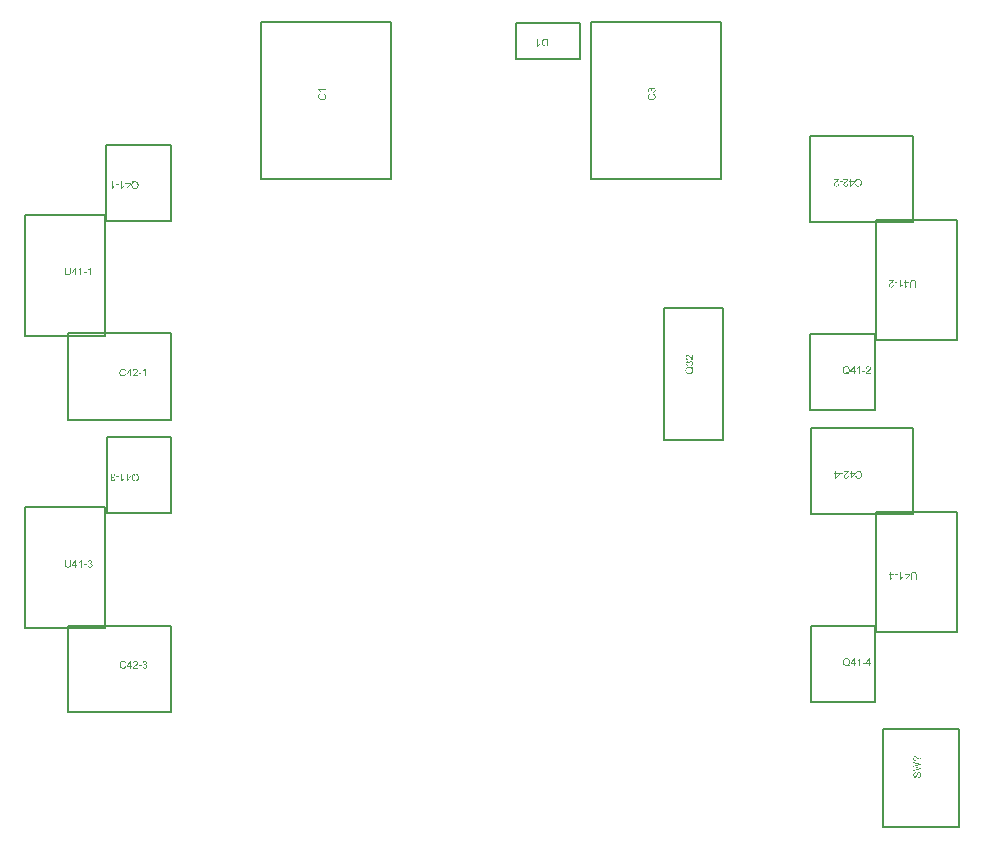
<source format=gbr>
G04*
G04 #@! TF.GenerationSoftware,Altium Limited,Altium Designer,25.4.2 (15)*
G04*
G04 Layer_Color=16711935*
%FSLAX44Y44*%
%MOMM*%
G71*
G04*
G04 #@! TF.SameCoordinates,CE8B7503-BC5D-454C-BBEA-07EE3AA0370F*
G04*
G04*
G04 #@! TF.FilePolarity,Positive*
G04*
G01*
G75*
%ADD11C,0.2000*%
G36*
X1459285Y818510D02*
X1459387Y818491D01*
X1459507Y818473D01*
X1459636Y818436D01*
X1459775Y818380D01*
X1459914Y818315D01*
X1459932Y818306D01*
X1459978Y818278D01*
X1460052Y818223D01*
X1460154Y818149D01*
X1460274Y818047D01*
X1460422Y817909D01*
X1460589Y817742D01*
X1460764Y817548D01*
X1460783Y817530D01*
X1460820Y817483D01*
X1460884Y817419D01*
X1460958Y817335D01*
X1461042Y817252D01*
X1461125Y817169D01*
X1461199Y817095D01*
X1461273Y817039D01*
X1461282D01*
X1461300Y817021D01*
X1461337Y817002D01*
X1461374Y816975D01*
X1461430Y816947D01*
X1461495Y816919D01*
X1461642Y816864D01*
X1461652D01*
X1461680Y816855D01*
X1461735Y816845D01*
X1461800Y816836D01*
X1461892Y816827D01*
X1462012Y816818D01*
X1462151Y816808D01*
X1462308D01*
Y816050D01*
X1462299D01*
X1462280D01*
X1462225D01*
X1462151Y816041D01*
X1462077D01*
X1462068D01*
X1462059D01*
X1462003D01*
X1461911Y816050D01*
X1461800Y816059D01*
X1461680Y816069D01*
X1461550Y816096D01*
X1461411Y816124D01*
X1461282Y816170D01*
X1461273Y816180D01*
X1461236Y816189D01*
X1461190Y816217D01*
X1461125Y816244D01*
X1461051Y816291D01*
X1460958Y816346D01*
X1460866Y816411D01*
X1460773Y816485D01*
X1460764Y816494D01*
X1460736Y816513D01*
X1460699Y816559D01*
X1460635Y816614D01*
X1460561Y816688D01*
X1460468Y816790D01*
X1460357Y816910D01*
X1460228Y817049D01*
Y817058D01*
X1460209Y817067D01*
X1460172Y817113D01*
X1460099Y817187D01*
X1460025Y817271D01*
X1459932Y817363D01*
X1459830Y817446D01*
X1459738Y817530D01*
X1459655Y817585D01*
X1459645Y817594D01*
X1459618Y817604D01*
X1459572Y817622D01*
X1459516Y817650D01*
X1459442Y817678D01*
X1459368Y817696D01*
X1459276Y817705D01*
X1459183Y817714D01*
X1459174D01*
X1459165D01*
X1459109Y817705D01*
X1459017Y817696D01*
X1458915Y817668D01*
X1458786Y817631D01*
X1458656Y817567D01*
X1458517Y817474D01*
X1458379Y817354D01*
X1458360Y817335D01*
X1458323Y817289D01*
X1458268Y817215D01*
X1458203Y817113D01*
X1458138Y816984D01*
X1458083Y816836D01*
X1458046Y816660D01*
X1458027Y816476D01*
Y816429D01*
X1458037Y816392D01*
X1458046Y816300D01*
X1458064Y816180D01*
X1458111Y816050D01*
X1458166Y815912D01*
X1458240Y815773D01*
X1458351Y815634D01*
X1458369Y815616D01*
X1458407Y815579D01*
X1458490Y815523D01*
X1458591Y815459D01*
X1458730Y815385D01*
X1458896Y815311D01*
X1459100Y815246D01*
X1459331Y815200D01*
X1459229Y814395D01*
X1459220D01*
X1459192Y814405D01*
X1459146D01*
X1459082Y814423D01*
X1459008Y814432D01*
X1458924Y814460D01*
X1458832Y814479D01*
X1458721Y814516D01*
X1458508Y814599D01*
X1458277Y814710D01*
X1458055Y814848D01*
X1457953Y814941D01*
X1457861Y815033D01*
X1457852Y815042D01*
X1457843Y815061D01*
X1457815Y815089D01*
X1457787Y815135D01*
X1457750Y815190D01*
X1457713Y815255D01*
X1457667Y815329D01*
X1457621Y815412D01*
X1457574Y815514D01*
X1457528Y815625D01*
X1457491Y815736D01*
X1457454Y815865D01*
X1457399Y816143D01*
X1457390Y816300D01*
X1457380Y816457D01*
Y816550D01*
X1457390Y816614D01*
X1457399Y816697D01*
X1457408Y816781D01*
X1457426Y816892D01*
X1457445Y817002D01*
X1457510Y817234D01*
X1457602Y817483D01*
X1457658Y817613D01*
X1457722Y817733D01*
X1457806Y817844D01*
X1457898Y817955D01*
X1457907Y817964D01*
X1457917Y817983D01*
X1457953Y818010D01*
X1457991Y818047D01*
X1458037Y818084D01*
X1458101Y818130D01*
X1458166Y818186D01*
X1458240Y818241D01*
X1458425Y818343D01*
X1458638Y818436D01*
X1458749Y818463D01*
X1458878Y818491D01*
X1458998Y818510D01*
X1459137Y818519D01*
X1459155D01*
X1459211D01*
X1459285Y818510D01*
D02*
G37*
G36*
X1463889Y815912D02*
X1462992D01*
Y816808D01*
X1463889D01*
Y815912D01*
D02*
G37*
G36*
Y812139D02*
Y811307D01*
X1459017Y809967D01*
X1459008D01*
X1458989Y809957D01*
X1458961Y809948D01*
X1458915Y809939D01*
X1458813Y809911D01*
X1458693Y809883D01*
X1458564Y809846D01*
X1458443Y809809D01*
X1458342Y809782D01*
X1458296Y809772D01*
X1458268Y809763D01*
X1458277D01*
X1458286Y809754D01*
X1458342Y809745D01*
X1458425Y809726D01*
X1458527Y809698D01*
X1458638Y809671D01*
X1458767Y809634D01*
X1458896Y809606D01*
X1459017Y809569D01*
X1463889Y808219D01*
Y807332D01*
X1457491Y805658D01*
Y806536D01*
X1461689Y807489D01*
X1461698D01*
X1461716Y807498D01*
X1461753Y807507D01*
X1461800Y807516D01*
X1461864Y807526D01*
X1461929Y807544D01*
X1462012Y807563D01*
X1462105Y807581D01*
X1462299Y807627D01*
X1462521Y807674D01*
X1462761Y807720D01*
X1463002Y807766D01*
X1462992D01*
X1462955Y807775D01*
X1462909Y807794D01*
X1462835Y807803D01*
X1462761Y807822D01*
X1462669Y807849D01*
X1462465Y807896D01*
X1462262Y807951D01*
X1462160Y807970D01*
X1462068Y807997D01*
X1461985Y808016D01*
X1461911Y808034D01*
X1461855Y808053D01*
X1461818Y808062D01*
X1457491Y809273D01*
Y810300D01*
X1460736Y811206D01*
X1460746D01*
X1460792Y811224D01*
X1460857Y811243D01*
X1460940Y811261D01*
X1461051Y811289D01*
X1461171Y811326D01*
X1461310Y811363D01*
X1461467Y811400D01*
X1461642Y811446D01*
X1461818Y811483D01*
X1462197Y811566D01*
X1462595Y811649D01*
X1463002Y811714D01*
X1462992D01*
X1462974Y811723D01*
X1462937D01*
X1462891Y811742D01*
X1462835Y811751D01*
X1462771Y811769D01*
X1462687Y811779D01*
X1462595Y811806D01*
X1462391Y811853D01*
X1462151Y811908D01*
X1461892Y811964D01*
X1461606Y812038D01*
X1457491Y813036D01*
Y813896D01*
X1463889Y812139D01*
D02*
G37*
G36*
X1462280Y805067D02*
X1462410Y805048D01*
X1462558Y805011D01*
X1462715Y804965D01*
X1462881Y804891D01*
X1463057Y804789D01*
X1463066D01*
X1463076Y804780D01*
X1463131Y804734D01*
X1463214Y804669D01*
X1463307Y804576D01*
X1463418Y804456D01*
X1463538Y804308D01*
X1463649Y804142D01*
X1463750Y803948D01*
Y803939D01*
X1463760Y803920D01*
X1463769Y803892D01*
X1463788Y803855D01*
X1463806Y803800D01*
X1463834Y803735D01*
X1463871Y803587D01*
X1463917Y803411D01*
X1463963Y803199D01*
X1463991Y802968D01*
X1464000Y802718D01*
Y802570D01*
X1463991Y802496D01*
Y802413D01*
X1463982Y802320D01*
X1463972Y802210D01*
X1463935Y801978D01*
X1463898Y801738D01*
X1463834Y801498D01*
X1463750Y801266D01*
Y801257D01*
X1463741Y801239D01*
X1463723Y801211D01*
X1463704Y801174D01*
X1463649Y801063D01*
X1463566Y800934D01*
X1463455Y800786D01*
X1463325Y800629D01*
X1463168Y800481D01*
X1462992Y800342D01*
X1462983D01*
X1462965Y800323D01*
X1462937Y800314D01*
X1462900Y800286D01*
X1462854Y800268D01*
X1462798Y800240D01*
X1462659Y800175D01*
X1462484Y800111D01*
X1462290Y800055D01*
X1462068Y800018D01*
X1461837Y800000D01*
X1461763Y800795D01*
X1461772D01*
X1461781D01*
X1461809Y800804D01*
X1461846D01*
X1461929Y800823D01*
X1462049Y800851D01*
X1462169Y800888D01*
X1462308Y800924D01*
X1462438Y800989D01*
X1462558Y801054D01*
X1462567Y801063D01*
X1462604Y801091D01*
X1462669Y801137D01*
X1462733Y801211D01*
X1462817Y801303D01*
X1462900Y801405D01*
X1462983Y801544D01*
X1463057Y801692D01*
Y801701D01*
X1463066Y801710D01*
X1463076Y801738D01*
X1463085Y801766D01*
X1463112Y801858D01*
X1463150Y801978D01*
X1463186Y802126D01*
X1463214Y802293D01*
X1463233Y802478D01*
X1463242Y802681D01*
Y802764D01*
X1463233Y802857D01*
X1463224Y802968D01*
X1463205Y803097D01*
X1463186Y803245D01*
X1463150Y803393D01*
X1463103Y803532D01*
X1463094Y803550D01*
X1463076Y803596D01*
X1463039Y803661D01*
X1463002Y803744D01*
X1462937Y803828D01*
X1462872Y803920D01*
X1462798Y804013D01*
X1462706Y804086D01*
X1462697Y804096D01*
X1462659Y804114D01*
X1462613Y804142D01*
X1462539Y804179D01*
X1462465Y804216D01*
X1462373Y804244D01*
X1462271Y804262D01*
X1462160Y804271D01*
X1462151D01*
X1462105D01*
X1462049Y804262D01*
X1461975Y804253D01*
X1461901Y804225D01*
X1461809Y804197D01*
X1461716Y804151D01*
X1461633Y804086D01*
X1461624Y804077D01*
X1461596Y804049D01*
X1461559Y804013D01*
X1461504Y803948D01*
X1461448Y803874D01*
X1461384Y803772D01*
X1461319Y803652D01*
X1461263Y803513D01*
X1461254Y803504D01*
X1461245Y803458D01*
X1461217Y803384D01*
X1461208Y803337D01*
X1461190Y803273D01*
X1461162Y803208D01*
X1461143Y803125D01*
X1461116Y803032D01*
X1461088Y802922D01*
X1461060Y802811D01*
X1461023Y802681D01*
X1460986Y802533D01*
X1460949Y802376D01*
Y802367D01*
X1460940Y802339D01*
X1460931Y802293D01*
X1460912Y802237D01*
X1460894Y802163D01*
X1460875Y802080D01*
X1460820Y801895D01*
X1460755Y801692D01*
X1460690Y801479D01*
X1460625Y801294D01*
X1460589Y801211D01*
X1460551Y801137D01*
Y801128D01*
X1460542Y801119D01*
X1460505Y801063D01*
X1460459Y800980D01*
X1460385Y800888D01*
X1460302Y800777D01*
X1460200Y800666D01*
X1460080Y800555D01*
X1459951Y800462D01*
X1459932Y800453D01*
X1459886Y800425D01*
X1459812Y800388D01*
X1459719Y800351D01*
X1459599Y800314D01*
X1459460Y800277D01*
X1459313Y800249D01*
X1459155Y800240D01*
X1459146D01*
X1459137D01*
X1459109D01*
X1459072D01*
X1458980Y800259D01*
X1458860Y800277D01*
X1458721Y800305D01*
X1458564Y800351D01*
X1458407Y800416D01*
X1458249Y800508D01*
X1458240D01*
X1458231Y800518D01*
X1458175Y800564D01*
X1458101Y800629D01*
X1458009Y800712D01*
X1457907Y800823D01*
X1457796Y800961D01*
X1457695Y801128D01*
X1457602Y801313D01*
Y801322D01*
X1457593Y801340D01*
X1457584Y801368D01*
X1457565Y801405D01*
X1457547Y801451D01*
X1457528Y801516D01*
X1457491Y801655D01*
X1457454Y801831D01*
X1457417Y802034D01*
X1457390Y802247D01*
X1457380Y802487D01*
Y802607D01*
X1457390Y802672D01*
Y802737D01*
X1457408Y802912D01*
X1457436Y803106D01*
X1457482Y803310D01*
X1457537Y803532D01*
X1457611Y803735D01*
Y803744D01*
X1457621Y803763D01*
X1457639Y803791D01*
X1457658Y803828D01*
X1457704Y803920D01*
X1457787Y804040D01*
X1457879Y804179D01*
X1458000Y804318D01*
X1458138Y804447D01*
X1458296Y804567D01*
X1458305D01*
X1458314Y804576D01*
X1458342Y804595D01*
X1458369Y804613D01*
X1458462Y804660D01*
X1458582Y804715D01*
X1458730Y804780D01*
X1458906Y804826D01*
X1459091Y804872D01*
X1459294Y804891D01*
X1459359Y804077D01*
X1459350D01*
X1459331D01*
X1459303Y804068D01*
X1459257Y804059D01*
X1459155Y804031D01*
X1459017Y803994D01*
X1458869Y803939D01*
X1458721Y803855D01*
X1458582Y803754D01*
X1458453Y803624D01*
X1458443Y803606D01*
X1458407Y803559D01*
X1458351Y803467D01*
X1458296Y803347D01*
X1458240Y803190D01*
X1458185Y803005D01*
X1458148Y802774D01*
X1458138Y802515D01*
Y802385D01*
X1458148Y802330D01*
X1458157Y802256D01*
X1458175Y802089D01*
X1458212Y801905D01*
X1458259Y801720D01*
X1458333Y801544D01*
X1458379Y801470D01*
X1458425Y801396D01*
X1458434Y801377D01*
X1458471Y801340D01*
X1458536Y801285D01*
X1458610Y801229D01*
X1458712Y801165D01*
X1458823Y801109D01*
X1458952Y801072D01*
X1459100Y801054D01*
X1459118D01*
X1459155D01*
X1459220Y801063D01*
X1459294Y801082D01*
X1459387Y801109D01*
X1459479Y801156D01*
X1459572Y801211D01*
X1459664Y801294D01*
X1459673Y801303D01*
X1459701Y801350D01*
X1459729Y801387D01*
X1459747Y801424D01*
X1459775Y801479D01*
X1459812Y801544D01*
X1459840Y801627D01*
X1459877Y801720D01*
X1459914Y801821D01*
X1459960Y801941D01*
X1459997Y802071D01*
X1460043Y802219D01*
X1460080Y802385D01*
X1460126Y802570D01*
Y802579D01*
X1460135Y802616D01*
X1460145Y802672D01*
X1460163Y802737D01*
X1460182Y802820D01*
X1460209Y802922D01*
X1460237Y803023D01*
X1460265Y803134D01*
X1460330Y803374D01*
X1460394Y803606D01*
X1460431Y803717D01*
X1460468Y803818D01*
X1460496Y803911D01*
X1460533Y803985D01*
Y803994D01*
X1460542Y804013D01*
X1460561Y804040D01*
X1460579Y804077D01*
X1460635Y804179D01*
X1460709Y804299D01*
X1460810Y804438D01*
X1460921Y804576D01*
X1461051Y804706D01*
X1461190Y804817D01*
X1461208Y804826D01*
X1461254Y804863D01*
X1461337Y804900D01*
X1461448Y804956D01*
X1461578Y805002D01*
X1461735Y805048D01*
X1461911Y805076D01*
X1462095Y805085D01*
X1462105D01*
X1462114D01*
X1462142D01*
X1462179D01*
X1462280Y805067D01*
D02*
G37*
G36*
X788671Y899110D02*
X788754Y899101D01*
X788856Y899092D01*
X788958Y899083D01*
X789078Y899055D01*
X789328Y898999D01*
X789605Y898916D01*
X789744Y898861D01*
X789873Y898796D01*
X790003Y898713D01*
X790132Y898630D01*
X790141Y898621D01*
X790160Y898611D01*
X790197Y898584D01*
X790243Y898537D01*
X790289Y898491D01*
X790354Y898426D01*
X790419Y898352D01*
X790492Y898278D01*
X790566Y898186D01*
X790640Y898075D01*
X790724Y897964D01*
X790798Y897844D01*
X790862Y897705D01*
X790936Y897567D01*
X790992Y897419D01*
X791047Y897252D01*
X790215Y897058D01*
Y897067D01*
X790206Y897086D01*
X790187Y897123D01*
X790169Y897169D01*
X790150Y897224D01*
X790123Y897298D01*
X790049Y897446D01*
X789956Y897613D01*
X789845Y897779D01*
X789707Y897936D01*
X789559Y898075D01*
X789540Y898093D01*
X789485Y898130D01*
X789392Y898177D01*
X789272Y898241D01*
X789115Y898297D01*
X788939Y898352D01*
X788727Y898389D01*
X788495Y898399D01*
X788421D01*
X788375Y898389D01*
X788311D01*
X788237Y898380D01*
X788061Y898352D01*
X787867Y898315D01*
X787663Y898251D01*
X787451Y898158D01*
X787257Y898038D01*
X787247D01*
X787238Y898019D01*
X787173Y897973D01*
X787090Y897899D01*
X786988Y897788D01*
X786868Y897650D01*
X786757Y897493D01*
X786656Y897298D01*
X786563Y897086D01*
Y897076D01*
X786554Y897058D01*
X786545Y897030D01*
X786535Y896984D01*
X786517Y896928D01*
X786498Y896864D01*
X786471Y896707D01*
X786434Y896522D01*
X786397Y896318D01*
X786378Y896096D01*
X786369Y895856D01*
Y895847D01*
Y895819D01*
Y895773D01*
Y895717D01*
X786378Y895653D01*
Y895569D01*
X786387Y895477D01*
X786397Y895375D01*
X786424Y895153D01*
X786471Y894913D01*
X786526Y894673D01*
X786600Y894432D01*
Y894423D01*
X786609Y894405D01*
X786628Y894377D01*
X786646Y894331D01*
X786702Y894220D01*
X786785Y894090D01*
X786887Y893942D01*
X787016Y893785D01*
X787164Y893646D01*
X787340Y893517D01*
X787349D01*
X787367Y893508D01*
X787395Y893489D01*
X787432Y893471D01*
X787478Y893452D01*
X787534Y893424D01*
X787663Y893369D01*
X787830Y893314D01*
X788015Y893267D01*
X788218Y893230D01*
X788431Y893221D01*
X788495D01*
X788551Y893230D01*
X788616D01*
X788680Y893240D01*
X788847Y893277D01*
X789041Y893323D01*
X789235Y893397D01*
X789438Y893498D01*
X789540Y893554D01*
X789633Y893628D01*
X789642Y893637D01*
X789651Y893646D01*
X789679Y893674D01*
X789716Y893702D01*
X789753Y893748D01*
X789799Y893803D01*
X789855Y893859D01*
X789901Y893933D01*
X789956Y894016D01*
X790021Y894109D01*
X790077Y894201D01*
X790132Y894312D01*
X790178Y894432D01*
X790224Y894562D01*
X790271Y894700D01*
X790308Y894848D01*
X791158Y894636D01*
Y894626D01*
X791149Y894589D01*
X791131Y894534D01*
X791103Y894460D01*
X791075Y894377D01*
X791038Y894275D01*
X790992Y894164D01*
X790936Y894044D01*
X790807Y893785D01*
X790640Y893526D01*
X790539Y893397D01*
X790437Y893267D01*
X790326Y893156D01*
X790197Y893045D01*
X790187Y893036D01*
X790169Y893018D01*
X790123Y892999D01*
X790077Y892962D01*
X790003Y892916D01*
X789929Y892870D01*
X789827Y892823D01*
X789725Y892777D01*
X789605Y892722D01*
X789475Y892675D01*
X789337Y892629D01*
X789189Y892583D01*
X789032Y892546D01*
X788865Y892528D01*
X788690Y892509D01*
X788505Y892500D01*
X788403D01*
X788329Y892509D01*
X788246D01*
X788144Y892518D01*
X788033Y892537D01*
X787904Y892555D01*
X787636Y892602D01*
X787358Y892675D01*
X787081Y892777D01*
X786952Y892842D01*
X786822Y892916D01*
X786813Y892925D01*
X786794Y892934D01*
X786757Y892962D01*
X786720Y892999D01*
X786665Y893036D01*
X786600Y893092D01*
X786526Y893156D01*
X786452Y893230D01*
X786378Y893314D01*
X786295Y893397D01*
X786129Y893609D01*
X785971Y893859D01*
X785833Y894136D01*
Y894146D01*
X785814Y894173D01*
X785805Y894220D01*
X785777Y894275D01*
X785759Y894349D01*
X785731Y894441D01*
X785694Y894543D01*
X785666Y894654D01*
X785639Y894774D01*
X785602Y894913D01*
X785555Y895200D01*
X785518Y895523D01*
X785500Y895856D01*
Y895865D01*
Y895902D01*
Y895958D01*
X785509Y896022D01*
Y896115D01*
X785518Y896207D01*
X785528Y896328D01*
X785546Y896448D01*
X785592Y896716D01*
X785657Y897012D01*
X785750Y897308D01*
X785879Y897594D01*
X785888Y897603D01*
X785898Y897631D01*
X785916Y897668D01*
X785953Y897714D01*
X785990Y897779D01*
X786036Y897853D01*
X786156Y898019D01*
X786313Y898204D01*
X786498Y898389D01*
X786711Y898574D01*
X786961Y898731D01*
X786970Y898741D01*
X786998Y898750D01*
X787035Y898768D01*
X787081Y898796D01*
X787155Y898824D01*
X787229Y898852D01*
X787321Y898889D01*
X787423Y898926D01*
X787534Y898962D01*
X787654Y898999D01*
X787913Y899055D01*
X788209Y899101D01*
X788514Y899120D01*
X788606D01*
X788671Y899110D01*
D02*
G37*
G36*
X807005Y899027D02*
X807125Y899009D01*
X807273Y898981D01*
X807440Y898935D01*
X807606Y898879D01*
X807773Y898805D01*
X807782D01*
X807791Y898796D01*
X807847Y898768D01*
X807930Y898713D01*
X808022Y898648D01*
X808133Y898556D01*
X808244Y898454D01*
X808355Y898334D01*
X808447Y898195D01*
X808457Y898177D01*
X808484Y898130D01*
X808521Y898047D01*
X808568Y897945D01*
X808614Y897825D01*
X808651Y897687D01*
X808679Y897530D01*
X808688Y897372D01*
Y897354D01*
Y897298D01*
X808679Y897224D01*
X808660Y897123D01*
X808632Y897002D01*
X808586Y896873D01*
X808531Y896744D01*
X808457Y896614D01*
X808447Y896596D01*
X808420Y896559D01*
X808364Y896494D01*
X808290Y896420D01*
X808198Y896337D01*
X808087Y896244D01*
X807958Y896161D01*
X807800Y896078D01*
X807810D01*
X807828Y896069D01*
X807856Y896059D01*
X807893Y896050D01*
X807994Y896013D01*
X808124Y895958D01*
X808272Y895884D01*
X808420Y895791D01*
X808558Y895671D01*
X808688Y895532D01*
X808697Y895514D01*
X808734Y895459D01*
X808790Y895366D01*
X808845Y895246D01*
X808901Y895098D01*
X808956Y894922D01*
X808993Y894719D01*
X809002Y894497D01*
Y894488D01*
Y894460D01*
Y894414D01*
X808993Y894358D01*
X808984Y894284D01*
X808965Y894201D01*
X808947Y894109D01*
X808928Y894007D01*
X808854Y893785D01*
X808799Y893665D01*
X808743Y893554D01*
X808669Y893434D01*
X808586Y893314D01*
X808494Y893193D01*
X808383Y893082D01*
X808373Y893073D01*
X808355Y893055D01*
X808318Y893027D01*
X808272Y892990D01*
X808216Y892944D01*
X808142Y892897D01*
X808059Y892842D01*
X807958Y892796D01*
X807856Y892740D01*
X807736Y892685D01*
X807615Y892638D01*
X807477Y892592D01*
X807329Y892555D01*
X807172Y892528D01*
X807014Y892509D01*
X806839Y892500D01*
X806756D01*
X806700Y892509D01*
X806626Y892518D01*
X806543Y892528D01*
X806450Y892546D01*
X806349Y892565D01*
X806127Y892620D01*
X805896Y892712D01*
X805776Y892768D01*
X805665Y892833D01*
X805554Y892916D01*
X805443Y892999D01*
X805433Y893008D01*
X805415Y893027D01*
X805387Y893055D01*
X805359Y893092D01*
X805313Y893138D01*
X805267Y893203D01*
X805211Y893267D01*
X805156Y893351D01*
X805101Y893443D01*
X805045Y893535D01*
X804943Y893757D01*
X804860Y894016D01*
X804833Y894155D01*
X804814Y894303D01*
X805600Y894405D01*
Y894395D01*
X805609Y894377D01*
X805618Y894340D01*
X805628Y894294D01*
X805637Y894238D01*
X805655Y894173D01*
X805702Y894035D01*
X805766Y893868D01*
X805850Y893711D01*
X805942Y893563D01*
X806053Y893434D01*
X806071Y893424D01*
X806108Y893387D01*
X806182Y893341D01*
X806275Y893295D01*
X806386Y893240D01*
X806524Y893193D01*
X806682Y893156D01*
X806848Y893147D01*
X806904D01*
X806940Y893156D01*
X807042Y893166D01*
X807172Y893193D01*
X807319Y893240D01*
X807477Y893304D01*
X807634Y893397D01*
X807782Y893526D01*
X807800Y893545D01*
X807847Y893600D01*
X807902Y893683D01*
X807976Y893794D01*
X808050Y893933D01*
X808105Y894090D01*
X808152Y894275D01*
X808170Y894478D01*
Y894488D01*
Y894506D01*
Y894534D01*
X808161Y894571D01*
X808152Y894673D01*
X808124Y894793D01*
X808087Y894941D01*
X808022Y895089D01*
X807930Y895237D01*
X807810Y895375D01*
X807791Y895394D01*
X807745Y895431D01*
X807671Y895486D01*
X807569Y895551D01*
X807440Y895616D01*
X807282Y895671D01*
X807107Y895708D01*
X806913Y895727D01*
X806830D01*
X806765Y895717D01*
X806682Y895708D01*
X806589Y895690D01*
X806478Y895671D01*
X806358Y895643D01*
X806450Y896337D01*
X806497D01*
X806534Y896328D01*
X806654D01*
X806756Y896346D01*
X806876Y896365D01*
X807014Y896392D01*
X807172Y896439D01*
X807319Y896503D01*
X807477Y896586D01*
X807486D01*
X807495Y896596D01*
X807541Y896633D01*
X807606Y896697D01*
X807680Y896781D01*
X807754Y896901D01*
X807819Y897039D01*
X807865Y897197D01*
X807884Y897289D01*
Y897391D01*
Y897400D01*
Y897409D01*
Y897465D01*
X807865Y897539D01*
X807847Y897640D01*
X807810Y897751D01*
X807763Y897872D01*
X807689Y897992D01*
X807588Y898103D01*
X807578Y898112D01*
X807532Y898149D01*
X807467Y898195D01*
X807384Y898251D01*
X807273Y898297D01*
X807144Y898343D01*
X806996Y898380D01*
X806830Y898389D01*
X806756D01*
X806672Y898371D01*
X806561Y898352D01*
X806441Y898315D01*
X806321Y898269D01*
X806192Y898195D01*
X806071Y898103D01*
X806062Y898093D01*
X806025Y898047D01*
X805970Y897982D01*
X805905Y897890D01*
X805840Y897770D01*
X805776Y897622D01*
X805720Y897446D01*
X805683Y897243D01*
X804897Y897382D01*
Y897391D01*
X804906Y897419D01*
X804916Y897456D01*
X804925Y897511D01*
X804943Y897576D01*
X804971Y897650D01*
X805027Y897825D01*
X805119Y898029D01*
X805230Y898232D01*
X805369Y898426D01*
X805544Y898602D01*
X805554Y898611D01*
X805572Y898621D01*
X805600Y898639D01*
X805637Y898667D01*
X805683Y898704D01*
X805748Y898741D01*
X805813Y898778D01*
X805896Y898824D01*
X806081Y898898D01*
X806293Y898972D01*
X806543Y899018D01*
X806672Y899036D01*
X806904D01*
X807005Y899027D01*
D02*
G37*
G36*
X804167Y894534D02*
X801735D01*
Y895320D01*
X804167D01*
Y894534D01*
D02*
G37*
G36*
X799128Y899027D02*
X799202Y899018D01*
X799294Y899009D01*
X799396Y898990D01*
X799498Y898972D01*
X799738Y898907D01*
X799978Y898815D01*
X800099Y898759D01*
X800219Y898694D01*
X800330Y898611D01*
X800432Y898519D01*
X800441Y898510D01*
X800459Y898500D01*
X800478Y898463D01*
X800515Y898426D01*
X800561Y898380D01*
X800607Y898315D01*
X800653Y898251D01*
X800709Y898167D01*
X800801Y897992D01*
X800894Y897770D01*
X800931Y897659D01*
X800949Y897530D01*
X800968Y897400D01*
X800977Y897261D01*
Y897243D01*
Y897197D01*
X800968Y897123D01*
X800958Y897021D01*
X800940Y896910D01*
X800903Y896781D01*
X800866Y896642D01*
X800811Y896503D01*
X800801Y896485D01*
X800783Y896439D01*
X800746Y896365D01*
X800690Y896263D01*
X800617Y896152D01*
X800524Y896013D01*
X800413Y895874D01*
X800284Y895717D01*
X800265Y895699D01*
X800219Y895643D01*
X800173Y895597D01*
X800126Y895551D01*
X800071Y895495D01*
X799997Y895422D01*
X799923Y895348D01*
X799831Y895264D01*
X799738Y895172D01*
X799627Y895070D01*
X799507Y894968D01*
X799378Y894848D01*
X799230Y894728D01*
X799082Y894599D01*
X799072Y894589D01*
X799054Y894571D01*
X799017Y894543D01*
X798971Y894506D01*
X798915Y894451D01*
X798850Y894395D01*
X798703Y894275D01*
X798545Y894136D01*
X798398Y893998D01*
X798268Y893877D01*
X798213Y893831D01*
X798166Y893785D01*
X798157Y893776D01*
X798129Y893748D01*
X798092Y893711D01*
X798046Y893656D01*
X798000Y893591D01*
X797944Y893526D01*
X797833Y893369D01*
X800986D01*
Y892611D01*
X796743D01*
Y892620D01*
Y892657D01*
Y892712D01*
X796752Y892786D01*
X796761Y892870D01*
X796779Y892962D01*
X796798Y893055D01*
X796835Y893156D01*
Y893166D01*
X796844Y893175D01*
X796863Y893230D01*
X796900Y893314D01*
X796955Y893424D01*
X797029Y893554D01*
X797122Y893702D01*
X797223Y893850D01*
X797353Y894007D01*
Y894016D01*
X797371Y894025D01*
X797418Y894081D01*
X797501Y894164D01*
X797621Y894284D01*
X797760Y894423D01*
X797935Y894589D01*
X798148Y894774D01*
X798379Y894968D01*
X798388Y894978D01*
X798425Y895005D01*
X798481Y895052D01*
X798545Y895107D01*
X798629Y895181D01*
X798730Y895264D01*
X798832Y895357D01*
X798952Y895459D01*
X799183Y895680D01*
X799415Y895902D01*
X799526Y896013D01*
X799627Y896124D01*
X799720Y896226D01*
X799794Y896328D01*
Y896337D01*
X799812Y896346D01*
X799831Y896374D01*
X799849Y896411D01*
X799914Y896513D01*
X799988Y896633D01*
X800052Y896781D01*
X800117Y896938D01*
X800154Y897113D01*
X800173Y897280D01*
Y897289D01*
Y897298D01*
X800163Y897354D01*
X800154Y897446D01*
X800126Y897548D01*
X800089Y897677D01*
X800025Y897807D01*
X799941Y897936D01*
X799831Y898066D01*
X799812Y898084D01*
X799766Y898121D01*
X799701Y898167D01*
X799599Y898232D01*
X799470Y898288D01*
X799322Y898343D01*
X799146Y898380D01*
X798952Y898389D01*
X798897D01*
X798860Y898380D01*
X798749Y898371D01*
X798619Y898343D01*
X798481Y898306D01*
X798324Y898241D01*
X798176Y898158D01*
X798037Y898047D01*
X798018Y898029D01*
X797981Y897982D01*
X797926Y897908D01*
X797870Y897798D01*
X797806Y897668D01*
X797750Y897502D01*
X797713Y897317D01*
X797695Y897104D01*
X796890Y897187D01*
Y897197D01*
X796900Y897224D01*
Y897271D01*
X796909Y897335D01*
X796927Y897409D01*
X796946Y897493D01*
X796974Y897594D01*
X797001Y897696D01*
X797075Y897918D01*
X797186Y898140D01*
X797251Y898251D01*
X797334Y898362D01*
X797418Y898463D01*
X797510Y898556D01*
X797519Y898565D01*
X797538Y898574D01*
X797565Y898602D01*
X797612Y898630D01*
X797667Y898667D01*
X797732Y898704D01*
X797806Y898750D01*
X797898Y898796D01*
X798000Y898842D01*
X798111Y898889D01*
X798231Y898926D01*
X798361Y898962D01*
X798499Y898990D01*
X798647Y899018D01*
X798804Y899027D01*
X798971Y899036D01*
X799063D01*
X799128Y899027D01*
D02*
G37*
G36*
X795180Y894867D02*
X796049D01*
Y894146D01*
X795180D01*
Y892611D01*
X794394D01*
Y894146D01*
X791611D01*
Y894867D01*
X794542Y899009D01*
X795180D01*
Y894867D01*
D02*
G37*
G36*
X760492Y984526D02*
X760612Y984508D01*
X760760Y984480D01*
X760927Y984434D01*
X761093Y984378D01*
X761259Y984304D01*
X761269D01*
X761278Y984295D01*
X761333Y984267D01*
X761417Y984212D01*
X761509Y984147D01*
X761620Y984055D01*
X761731Y983953D01*
X761842Y983833D01*
X761934Y983694D01*
X761944Y983676D01*
X761971Y983629D01*
X762008Y983546D01*
X762055Y983445D01*
X762101Y983324D01*
X762138Y983186D01*
X762166Y983028D01*
X762175Y982871D01*
Y982853D01*
Y982797D01*
X762166Y982723D01*
X762147Y982622D01*
X762119Y982501D01*
X762073Y982372D01*
X762018Y982243D01*
X761944Y982113D01*
X761934Y982095D01*
X761907Y982058D01*
X761851Y981993D01*
X761777Y981919D01*
X761685Y981836D01*
X761574Y981743D01*
X761444Y981660D01*
X761287Y981577D01*
X761296D01*
X761315Y981568D01*
X761343Y981558D01*
X761380Y981549D01*
X761481Y981512D01*
X761611Y981457D01*
X761759Y981383D01*
X761907Y981290D01*
X762045Y981170D01*
X762175Y981031D01*
X762184Y981013D01*
X762221Y980957D01*
X762276Y980865D01*
X762332Y980745D01*
X762387Y980597D01*
X762443Y980421D01*
X762480Y980218D01*
X762489Y979996D01*
Y979987D01*
Y979959D01*
Y979913D01*
X762480Y979857D01*
X762471Y979783D01*
X762452Y979700D01*
X762434Y979608D01*
X762415Y979506D01*
X762341Y979284D01*
X762286Y979164D01*
X762230Y979053D01*
X762156Y978933D01*
X762073Y978812D01*
X761981Y978692D01*
X761870Y978581D01*
X761860Y978572D01*
X761842Y978554D01*
X761805Y978526D01*
X761759Y978489D01*
X761703Y978443D01*
X761629Y978396D01*
X761546Y978341D01*
X761444Y978295D01*
X761343Y978239D01*
X761222Y978184D01*
X761102Y978138D01*
X760964Y978091D01*
X760816Y978054D01*
X760658Y978027D01*
X760501Y978008D01*
X760326Y977999D01*
X760242D01*
X760187Y978008D01*
X760113Y978017D01*
X760030Y978027D01*
X759937Y978045D01*
X759836Y978064D01*
X759614Y978119D01*
X759383Y978212D01*
X759262Y978267D01*
X759151Y978332D01*
X759041Y978415D01*
X758930Y978498D01*
X758920Y978507D01*
X758902Y978526D01*
X758874Y978554D01*
X758846Y978590D01*
X758800Y978637D01*
X758754Y978701D01*
X758698Y978766D01*
X758643Y978849D01*
X758587Y978942D01*
X758532Y979034D01*
X758430Y979256D01*
X758347Y979515D01*
X758319Y979654D01*
X758301Y979802D01*
X759087Y979903D01*
Y979894D01*
X759096Y979876D01*
X759105Y979839D01*
X759114Y979792D01*
X759124Y979737D01*
X759142Y979672D01*
X759188Y979534D01*
X759253Y979367D01*
X759336Y979210D01*
X759429Y979062D01*
X759540Y978933D01*
X759558Y978923D01*
X759595Y978886D01*
X759669Y978840D01*
X759762Y978794D01*
X759873Y978738D01*
X760011Y978692D01*
X760168Y978655D01*
X760335Y978646D01*
X760390D01*
X760427Y978655D01*
X760529Y978664D01*
X760658Y978692D01*
X760806Y978738D01*
X760964Y978803D01*
X761121Y978896D01*
X761269Y979025D01*
X761287Y979044D01*
X761333Y979099D01*
X761389Y979182D01*
X761463Y979293D01*
X761537Y979432D01*
X761592Y979589D01*
X761638Y979774D01*
X761657Y979977D01*
Y979987D01*
Y980005D01*
Y980033D01*
X761648Y980070D01*
X761638Y980172D01*
X761611Y980292D01*
X761574Y980440D01*
X761509Y980588D01*
X761417Y980735D01*
X761296Y980874D01*
X761278Y980893D01*
X761232Y980930D01*
X761158Y980985D01*
X761056Y981050D01*
X760927Y981115D01*
X760769Y981170D01*
X760594Y981207D01*
X760400Y981226D01*
X760316D01*
X760252Y981216D01*
X760168Y981207D01*
X760076Y981189D01*
X759965Y981170D01*
X759845Y981142D01*
X759937Y981836D01*
X759984D01*
X760021Y981826D01*
X760141D01*
X760242Y981845D01*
X760363Y981863D01*
X760501Y981891D01*
X760658Y981937D01*
X760806Y982002D01*
X760964Y982085D01*
X760973D01*
X760982Y982095D01*
X761028Y982132D01*
X761093Y982196D01*
X761167Y982280D01*
X761241Y982400D01*
X761306Y982538D01*
X761352Y982696D01*
X761370Y982788D01*
Y982890D01*
Y982899D01*
Y982908D01*
Y982964D01*
X761352Y983038D01*
X761333Y983139D01*
X761296Y983250D01*
X761250Y983371D01*
X761176Y983491D01*
X761075Y983602D01*
X761065Y983611D01*
X761019Y983648D01*
X760954Y983694D01*
X760871Y983750D01*
X760760Y983796D01*
X760631Y983842D01*
X760483Y983879D01*
X760316Y983888D01*
X760242D01*
X760159Y983870D01*
X760048Y983851D01*
X759928Y983814D01*
X759808Y983768D01*
X759678Y983694D01*
X759558Y983602D01*
X759549Y983592D01*
X759512Y983546D01*
X759456Y983482D01*
X759392Y983389D01*
X759327Y983269D01*
X759262Y983121D01*
X759207Y982945D01*
X759170Y982742D01*
X758384Y982880D01*
Y982890D01*
X758393Y982917D01*
X758402Y982954D01*
X758412Y983010D01*
X758430Y983075D01*
X758458Y983149D01*
X758513Y983324D01*
X758606Y983528D01*
X758717Y983731D01*
X758856Y983925D01*
X759031Y984101D01*
X759041Y984110D01*
X759059Y984119D01*
X759087Y984138D01*
X759124Y984166D01*
X759170Y984203D01*
X759235Y984240D01*
X759299Y984277D01*
X759383Y984323D01*
X759567Y984397D01*
X759780Y984471D01*
X760030Y984517D01*
X760159Y984536D01*
X760390D01*
X760492Y984526D01*
D02*
G37*
G36*
X757654Y980033D02*
X755222D01*
Y980819D01*
X757654D01*
Y980033D01*
D02*
G37*
G36*
X744275Y980809D02*
Y980800D01*
Y980763D01*
Y980717D01*
Y980652D01*
X744266Y980569D01*
Y980477D01*
X744257Y980366D01*
X744248Y980255D01*
X744220Y980005D01*
X744183Y979746D01*
X744127Y979497D01*
X744090Y979376D01*
X744053Y979266D01*
Y979256D01*
X744044Y979238D01*
X744026Y979210D01*
X744007Y979173D01*
X743952Y979071D01*
X743868Y978942D01*
X743757Y978794D01*
X743628Y978646D01*
X743462Y978489D01*
X743258Y978350D01*
X743249D01*
X743231Y978332D01*
X743203Y978322D01*
X743157Y978295D01*
X743101Y978267D01*
X743027Y978239D01*
X742953Y978212D01*
X742861Y978175D01*
X742759Y978138D01*
X742648Y978110D01*
X742528Y978082D01*
X742389Y978054D01*
X742251Y978036D01*
X742103Y978017D01*
X741770Y977999D01*
X741686D01*
X741622Y978008D01*
X741548D01*
X741455Y978017D01*
X741354Y978027D01*
X741252Y978036D01*
X741021Y978073D01*
X740771Y978128D01*
X740531Y978202D01*
X740300Y978304D01*
X740290D01*
X740272Y978322D01*
X740244Y978341D01*
X740207Y978359D01*
X740106Y978433D01*
X739985Y978535D01*
X739847Y978664D01*
X739717Y978812D01*
X739588Y978997D01*
X739486Y979201D01*
Y979210D01*
X739477Y979229D01*
X739467Y979266D01*
X739449Y979312D01*
X739431Y979367D01*
X739412Y979441D01*
X739384Y979524D01*
X739366Y979626D01*
X739347Y979737D01*
X739320Y979857D01*
X739301Y979987D01*
X739283Y980125D01*
X739264Y980283D01*
X739255Y980449D01*
X739246Y980625D01*
Y980809D01*
Y984508D01*
X740096D01*
Y980809D01*
Y980800D01*
Y980772D01*
Y980726D01*
Y980671D01*
X740106Y980606D01*
Y980523D01*
X740115Y980347D01*
X740133Y980144D01*
X740161Y979940D01*
X740198Y979746D01*
X740216Y979663D01*
X740244Y979580D01*
X740253Y979561D01*
X740272Y979515D01*
X740318Y979450D01*
X740374Y979358D01*
X740438Y979266D01*
X740531Y979164D01*
X740642Y979062D01*
X740771Y978979D01*
X740790Y978970D01*
X740836Y978942D01*
X740919Y978914D01*
X741030Y978877D01*
X741160Y978831D01*
X741326Y978803D01*
X741502Y978775D01*
X741696Y978766D01*
X741788D01*
X741844Y978775D01*
X741927D01*
X742010Y978785D01*
X742214Y978822D01*
X742435Y978868D01*
X742648Y978942D01*
X742851Y979044D01*
X742944Y979108D01*
X743027Y979182D01*
X743036Y979192D01*
X743046Y979201D01*
X743064Y979229D01*
X743092Y979266D01*
X743120Y979321D01*
X743157Y979376D01*
X743194Y979460D01*
X743231Y979543D01*
X743268Y979644D01*
X743295Y979765D01*
X743332Y979903D01*
X743360Y980051D01*
X743388Y980218D01*
X743406Y980393D01*
X743425Y980597D01*
Y980809D01*
Y984508D01*
X744275D01*
Y980809D01*
D02*
G37*
G36*
X753299Y978110D02*
X752513D01*
Y983112D01*
X752504Y983102D01*
X752458Y983065D01*
X752402Y983010D01*
X752310Y982945D01*
X752208Y982862D01*
X752078Y982770D01*
X751931Y982668D01*
X751764Y982566D01*
X751755D01*
X751746Y982557D01*
X751690Y982520D01*
X751598Y982474D01*
X751487Y982418D01*
X751357Y982354D01*
X751219Y982289D01*
X751080Y982224D01*
X750941Y982169D01*
Y982927D01*
X750951D01*
X750969Y982945D01*
X751006Y982954D01*
X751052Y982982D01*
X751108Y983010D01*
X751172Y983047D01*
X751330Y983139D01*
X751515Y983241D01*
X751700Y983371D01*
X751894Y983519D01*
X752088Y983676D01*
X752097Y983685D01*
X752106Y983694D01*
X752134Y983722D01*
X752171Y983750D01*
X752254Y983842D01*
X752365Y983953D01*
X752476Y984082D01*
X752596Y984230D01*
X752698Y984378D01*
X752790Y984536D01*
X753299D01*
Y978110D01*
D02*
G37*
G36*
X748667Y980366D02*
X749536D01*
Y979644D01*
X748667D01*
Y978110D01*
X747881D01*
Y979644D01*
X745098D01*
Y980366D01*
X748029Y984508D01*
X748667D01*
Y980366D01*
D02*
G37*
G36*
X779995Y1057683D02*
X780069Y1057674D01*
X780152Y1057665D01*
X780245Y1057646D01*
X780347Y1057628D01*
X780568Y1057572D01*
X780799Y1057480D01*
X780920Y1057424D01*
X781031Y1057360D01*
X781142Y1057276D01*
X781253Y1057193D01*
X781262Y1057184D01*
X781280Y1057165D01*
X781308Y1057138D01*
X781336Y1057101D01*
X781382Y1057055D01*
X781428Y1056990D01*
X781484Y1056925D01*
X781539Y1056842D01*
X781595Y1056749D01*
X781650Y1056657D01*
X781752Y1056435D01*
X781835Y1056176D01*
X781863Y1056038D01*
X781881Y1055890D01*
X781095Y1055788D01*
Y1055797D01*
X781086Y1055816D01*
X781077Y1055853D01*
X781068Y1055899D01*
X781058Y1055954D01*
X781040Y1056019D01*
X780994Y1056158D01*
X780929Y1056324D01*
X780846Y1056481D01*
X780753Y1056629D01*
X780642Y1056759D01*
X780624Y1056768D01*
X780587Y1056805D01*
X780513Y1056851D01*
X780420Y1056897D01*
X780310Y1056953D01*
X780171Y1056999D01*
X780014Y1057036D01*
X779847Y1057045D01*
X779792D01*
X779755Y1057036D01*
X779653Y1057027D01*
X779524Y1056999D01*
X779376Y1056953D01*
X779219Y1056888D01*
X779061Y1056796D01*
X778913Y1056666D01*
X778895Y1056648D01*
X778849Y1056592D01*
X778793Y1056509D01*
X778719Y1056398D01*
X778645Y1056259D01*
X778590Y1056102D01*
X778544Y1055917D01*
X778525Y1055714D01*
Y1055705D01*
Y1055686D01*
Y1055658D01*
X778534Y1055621D01*
X778544Y1055520D01*
X778571Y1055399D01*
X778608Y1055252D01*
X778673Y1055104D01*
X778765Y1054956D01*
X778886Y1054817D01*
X778904Y1054799D01*
X778950Y1054762D01*
X779024Y1054706D01*
X779126Y1054641D01*
X779256Y1054577D01*
X779413Y1054521D01*
X779588Y1054484D01*
X779782Y1054466D01*
X779866D01*
X779930Y1054475D01*
X780014Y1054484D01*
X780106Y1054503D01*
X780217Y1054521D01*
X780337Y1054549D01*
X780245Y1053856D01*
X780199D01*
X780162Y1053865D01*
X780041D01*
X779940Y1053846D01*
X779819Y1053828D01*
X779681Y1053800D01*
X779524Y1053754D01*
X779376Y1053689D01*
X779219Y1053606D01*
X779209D01*
X779200Y1053597D01*
X779154Y1053560D01*
X779089Y1053495D01*
X779015Y1053412D01*
X778941Y1053291D01*
X778876Y1053153D01*
X778830Y1052996D01*
X778812Y1052903D01*
Y1052802D01*
Y1052792D01*
Y1052783D01*
Y1052728D01*
X778830Y1052654D01*
X778849Y1052552D01*
X778886Y1052441D01*
X778932Y1052321D01*
X779006Y1052200D01*
X779108Y1052090D01*
X779117Y1052080D01*
X779163Y1052043D01*
X779228Y1051997D01*
X779311Y1051942D01*
X779422Y1051895D01*
X779551Y1051849D01*
X779699Y1051812D01*
X779866Y1051803D01*
X779940D01*
X780023Y1051822D01*
X780134Y1051840D01*
X780254Y1051877D01*
X780374Y1051923D01*
X780504Y1051997D01*
X780624Y1052090D01*
X780633Y1052099D01*
X780670Y1052145D01*
X780725Y1052210D01*
X780790Y1052302D01*
X780855Y1052422D01*
X780920Y1052570D01*
X780975Y1052746D01*
X781012Y1052949D01*
X781798Y1052811D01*
Y1052802D01*
X781789Y1052774D01*
X781779Y1052737D01*
X781770Y1052681D01*
X781752Y1052617D01*
X781724Y1052543D01*
X781669Y1052367D01*
X781576Y1052164D01*
X781465Y1051960D01*
X781327Y1051766D01*
X781151Y1051590D01*
X781142Y1051581D01*
X781123Y1051572D01*
X781095Y1051553D01*
X781058Y1051526D01*
X781012Y1051489D01*
X780947Y1051452D01*
X780883Y1051415D01*
X780799Y1051368D01*
X780615Y1051294D01*
X780402Y1051220D01*
X780152Y1051174D01*
X780023Y1051156D01*
X779792D01*
X779690Y1051165D01*
X779570Y1051183D01*
X779422Y1051211D01*
X779256Y1051257D01*
X779089Y1051313D01*
X778923Y1051387D01*
X778913D01*
X778904Y1051396D01*
X778849Y1051424D01*
X778765Y1051479D01*
X778673Y1051544D01*
X778562Y1051637D01*
X778451Y1051738D01*
X778340Y1051859D01*
X778248Y1051997D01*
X778239Y1052016D01*
X778211Y1052062D01*
X778174Y1052145D01*
X778128Y1052247D01*
X778081Y1052367D01*
X778044Y1052506D01*
X778017Y1052663D01*
X778007Y1052820D01*
Y1052839D01*
Y1052894D01*
X778017Y1052968D01*
X778035Y1053070D01*
X778063Y1053190D01*
X778109Y1053319D01*
X778165Y1053449D01*
X778239Y1053578D01*
X778248Y1053597D01*
X778276Y1053634D01*
X778331Y1053698D01*
X778405Y1053772D01*
X778497Y1053856D01*
X778608Y1053948D01*
X778738Y1054031D01*
X778895Y1054114D01*
X778886D01*
X778867Y1054124D01*
X778839Y1054133D01*
X778802Y1054142D01*
X778701Y1054179D01*
X778571Y1054235D01*
X778423Y1054308D01*
X778276Y1054401D01*
X778137Y1054521D01*
X778007Y1054660D01*
X777998Y1054678D01*
X777961Y1054734D01*
X777906Y1054826D01*
X777850Y1054947D01*
X777795Y1055094D01*
X777739Y1055270D01*
X777702Y1055473D01*
X777693Y1055695D01*
Y1055705D01*
Y1055732D01*
Y1055779D01*
X777702Y1055834D01*
X777711Y1055908D01*
X777730Y1055991D01*
X777748Y1056084D01*
X777767Y1056185D01*
X777841Y1056407D01*
X777896Y1056527D01*
X777952Y1056638D01*
X778026Y1056759D01*
X778109Y1056879D01*
X778202Y1056999D01*
X778312Y1057110D01*
X778322Y1057119D01*
X778340Y1057138D01*
X778377Y1057165D01*
X778423Y1057202D01*
X778479Y1057249D01*
X778553Y1057295D01*
X778636Y1057350D01*
X778738Y1057397D01*
X778839Y1057452D01*
X778960Y1057507D01*
X779080Y1057554D01*
X779219Y1057600D01*
X779366Y1057637D01*
X779524Y1057665D01*
X779681Y1057683D01*
X779856Y1057692D01*
X779940D01*
X779995Y1057683D01*
D02*
G37*
G36*
X784960Y1054873D02*
X782528D01*
Y1055658D01*
X784960D01*
Y1054873D01*
D02*
G37*
G36*
X792301Y1056047D02*
X795084D01*
Y1055326D01*
X792153Y1051183D01*
X791515D01*
Y1055326D01*
X790646D01*
Y1056047D01*
X791515D01*
Y1057581D01*
X792301D01*
Y1056047D01*
D02*
G37*
G36*
X787669Y1052580D02*
X787678Y1052589D01*
X787725Y1052626D01*
X787780Y1052681D01*
X787872Y1052746D01*
X787974Y1052829D01*
X788103Y1052922D01*
X788251Y1053023D01*
X788418Y1053125D01*
X788427D01*
X788436Y1053134D01*
X788492Y1053171D01*
X788584Y1053218D01*
X788695Y1053273D01*
X788825Y1053338D01*
X788963Y1053402D01*
X789102Y1053467D01*
X789241Y1053523D01*
Y1052765D01*
X789231D01*
X789213Y1052746D01*
X789176Y1052737D01*
X789130Y1052709D01*
X789074Y1052681D01*
X789010Y1052644D01*
X788852Y1052552D01*
X788668Y1052450D01*
X788483Y1052321D01*
X788288Y1052173D01*
X788094Y1052016D01*
X788085Y1052006D01*
X788076Y1051997D01*
X788048Y1051969D01*
X788011Y1051942D01*
X787928Y1051849D01*
X787817Y1051738D01*
X787706Y1051609D01*
X787586Y1051461D01*
X787484Y1051313D01*
X787392Y1051156D01*
X786883D01*
Y1057581D01*
X787669D01*
Y1052580D01*
D02*
G37*
G36*
X795787Y1058072D02*
X795824Y1058053D01*
X795879Y1058035D01*
X795944Y1058007D01*
X796018Y1057970D01*
X796101Y1057933D01*
X796193Y1057887D01*
X796397Y1057776D01*
X796628Y1057646D01*
X796878Y1057480D01*
X797137Y1057295D01*
X797146D01*
X797164Y1057313D01*
X797210Y1057332D01*
X797257Y1057360D01*
X797331Y1057387D01*
X797405Y1057424D01*
X797497Y1057452D01*
X797599Y1057489D01*
X797710Y1057526D01*
X797830Y1057563D01*
X798098Y1057628D01*
X798394Y1057674D01*
X798551Y1057683D01*
X798708Y1057692D01*
X798791D01*
X798856Y1057683D01*
X798930D01*
X799023Y1057674D01*
X799124Y1057655D01*
X799235Y1057637D01*
X799476Y1057591D01*
X799744Y1057517D01*
X800021Y1057415D01*
X800151Y1057350D01*
X800289Y1057276D01*
X800298Y1057267D01*
X800317Y1057258D01*
X800354Y1057230D01*
X800400Y1057202D01*
X800465Y1057156D01*
X800530Y1057101D01*
X800687Y1056971D01*
X800863Y1056805D01*
X801038Y1056601D01*
X801214Y1056370D01*
X801371Y1056102D01*
Y1056093D01*
X801389Y1056065D01*
X801408Y1056028D01*
X801426Y1055973D01*
X801454Y1055899D01*
X801491Y1055816D01*
X801528Y1055714D01*
X801556Y1055603D01*
X801593Y1055483D01*
X801630Y1055353D01*
X801658Y1055215D01*
X801695Y1055057D01*
X801731Y1054734D01*
X801750Y1054392D01*
Y1054382D01*
Y1054345D01*
Y1054299D01*
X801741Y1054235D01*
Y1054151D01*
X801731Y1054050D01*
X801722Y1053939D01*
X801704Y1053819D01*
X801658Y1053550D01*
X801593Y1053264D01*
X801500Y1052959D01*
X801371Y1052663D01*
X801362Y1052654D01*
X801352Y1052626D01*
X801334Y1052589D01*
X801297Y1052533D01*
X801260Y1052469D01*
X801214Y1052395D01*
X801084Y1052219D01*
X800936Y1052034D01*
X800742Y1051840D01*
X800530Y1051646D01*
X800280Y1051479D01*
X800271Y1051470D01*
X800243Y1051461D01*
X800206Y1051442D01*
X800151Y1051415D01*
X800086Y1051387D01*
X800012Y1051350D01*
X799919Y1051313D01*
X799818Y1051276D01*
X799697Y1051239D01*
X799577Y1051202D01*
X799309Y1051137D01*
X799013Y1051091D01*
X798856Y1051073D01*
X798606D01*
X798542Y1051082D01*
X798459D01*
X798375Y1051091D01*
X798264Y1051110D01*
X798154Y1051128D01*
X797913Y1051174D01*
X797636Y1051248D01*
X797368Y1051359D01*
X797229Y1051424D01*
X797090Y1051498D01*
X797081Y1051507D01*
X797063Y1051516D01*
X797026Y1051544D01*
X796970Y1051572D01*
X796915Y1051618D01*
X796841Y1051674D01*
X796683Y1051803D01*
X796517Y1051969D01*
X796332Y1052173D01*
X796156Y1052413D01*
X796009Y1052681D01*
Y1052691D01*
X795990Y1052718D01*
X795972Y1052755D01*
X795953Y1052811D01*
X795916Y1052885D01*
X795888Y1052968D01*
X795851Y1053070D01*
X795814Y1053181D01*
X795787Y1053301D01*
X795750Y1053430D01*
X795713Y1053569D01*
X795685Y1053717D01*
X795648Y1054040D01*
X795629Y1054382D01*
Y1054392D01*
Y1054419D01*
Y1054456D01*
Y1054512D01*
X795639Y1054586D01*
Y1054669D01*
X795648Y1054762D01*
X795657Y1054854D01*
X795685Y1055076D01*
X795731Y1055316D01*
X795787Y1055566D01*
X795870Y1055806D01*
Y1055816D01*
X795879Y1055834D01*
X795898Y1055871D01*
X795916Y1055908D01*
X795944Y1055964D01*
X795972Y1056028D01*
X796046Y1056176D01*
X796147Y1056352D01*
X796277Y1056537D01*
X796425Y1056722D01*
X796591Y1056907D01*
X796582D01*
X796563Y1056925D01*
X796535Y1056944D01*
X796489Y1056971D01*
X796443Y1057008D01*
X796378Y1057045D01*
X796240Y1057128D01*
X796073Y1057230D01*
X795888Y1057332D01*
X795694Y1057415D01*
X795509Y1057498D01*
X795759Y1058081D01*
X795768D01*
X795787Y1058072D01*
D02*
G37*
G36*
X1397765Y1057180D02*
X1395333D01*
Y1057966D01*
X1397765D01*
Y1057180D01*
D02*
G37*
G36*
X1411171Y1059991D02*
X1411254D01*
X1411356Y1059982D01*
X1411467Y1059963D01*
X1411596Y1059945D01*
X1411864Y1059898D01*
X1412142Y1059824D01*
X1412419Y1059723D01*
X1412549Y1059658D01*
X1412678Y1059584D01*
X1412687Y1059575D01*
X1412706Y1059566D01*
X1412743Y1059538D01*
X1412780Y1059501D01*
X1412835Y1059464D01*
X1412900Y1059408D01*
X1412974Y1059344D01*
X1413048Y1059270D01*
X1413122Y1059186D01*
X1413205Y1059103D01*
X1413371Y1058891D01*
X1413529Y1058641D01*
X1413667Y1058364D01*
Y1058354D01*
X1413686Y1058327D01*
X1413695Y1058280D01*
X1413723Y1058225D01*
X1413741Y1058151D01*
X1413769Y1058058D01*
X1413806Y1057957D01*
X1413834Y1057846D01*
X1413861Y1057726D01*
X1413898Y1057587D01*
X1413945Y1057300D01*
X1413982Y1056977D01*
X1414000Y1056644D01*
Y1056635D01*
Y1056598D01*
Y1056542D01*
X1413991Y1056478D01*
Y1056385D01*
X1413982Y1056293D01*
X1413972Y1056172D01*
X1413954Y1056052D01*
X1413908Y1055784D01*
X1413843Y1055488D01*
X1413750Y1055192D01*
X1413621Y1054906D01*
X1413612Y1054896D01*
X1413603Y1054869D01*
X1413584Y1054832D01*
X1413547Y1054786D01*
X1413510Y1054721D01*
X1413464Y1054647D01*
X1413344Y1054481D01*
X1413186Y1054296D01*
X1413002Y1054111D01*
X1412789Y1053926D01*
X1412539Y1053769D01*
X1412530Y1053759D01*
X1412502Y1053750D01*
X1412465Y1053732D01*
X1412419Y1053704D01*
X1412345Y1053676D01*
X1412271Y1053648D01*
X1412179Y1053611D01*
X1412077Y1053574D01*
X1411966Y1053537D01*
X1411846Y1053500D01*
X1411587Y1053445D01*
X1411291Y1053399D01*
X1410986Y1053380D01*
X1410894D01*
X1410829Y1053390D01*
X1410746Y1053399D01*
X1410644Y1053408D01*
X1410542Y1053417D01*
X1410422Y1053445D01*
X1410172Y1053500D01*
X1409895Y1053584D01*
X1409756Y1053639D01*
X1409627Y1053704D01*
X1409498Y1053787D01*
X1409368Y1053870D01*
X1409359Y1053879D01*
X1409340Y1053889D01*
X1409303Y1053916D01*
X1409257Y1053963D01*
X1409211Y1054009D01*
X1409146Y1054074D01*
X1409082Y1054148D01*
X1409008Y1054222D01*
X1408934Y1054314D01*
X1408860Y1054425D01*
X1408776Y1054536D01*
X1408702Y1054656D01*
X1408638Y1054795D01*
X1408564Y1054933D01*
X1408508Y1055081D01*
X1408453Y1055248D01*
X1409285Y1055442D01*
Y1055433D01*
X1409294Y1055414D01*
X1409313Y1055377D01*
X1409331Y1055331D01*
X1409350Y1055276D01*
X1409377Y1055202D01*
X1409451Y1055054D01*
X1409544Y1054887D01*
X1409655Y1054721D01*
X1409793Y1054564D01*
X1409941Y1054425D01*
X1409960Y1054407D01*
X1410015Y1054370D01*
X1410108Y1054323D01*
X1410228Y1054259D01*
X1410385Y1054203D01*
X1410561Y1054148D01*
X1410773Y1054111D01*
X1411004Y1054101D01*
X1411078D01*
X1411125Y1054111D01*
X1411190D01*
X1411263Y1054120D01*
X1411439Y1054148D01*
X1411633Y1054185D01*
X1411837Y1054249D01*
X1412049Y1054342D01*
X1412243Y1054462D01*
X1412253D01*
X1412262Y1054481D01*
X1412327Y1054527D01*
X1412410Y1054601D01*
X1412512Y1054712D01*
X1412632Y1054850D01*
X1412743Y1055007D01*
X1412844Y1055202D01*
X1412937Y1055414D01*
Y1055424D01*
X1412946Y1055442D01*
X1412955Y1055470D01*
X1412965Y1055516D01*
X1412983Y1055571D01*
X1413002Y1055636D01*
X1413029Y1055793D01*
X1413066Y1055978D01*
X1413103Y1056182D01*
X1413122Y1056404D01*
X1413131Y1056644D01*
Y1056653D01*
Y1056681D01*
Y1056727D01*
Y1056783D01*
X1413122Y1056847D01*
Y1056931D01*
X1413112Y1057023D01*
X1413103Y1057125D01*
X1413076Y1057347D01*
X1413029Y1057587D01*
X1412974Y1057827D01*
X1412900Y1058068D01*
Y1058077D01*
X1412891Y1058095D01*
X1412872Y1058123D01*
X1412854Y1058169D01*
X1412798Y1058280D01*
X1412715Y1058410D01*
X1412613Y1058558D01*
X1412484Y1058715D01*
X1412336Y1058854D01*
X1412160Y1058983D01*
X1412151D01*
X1412133Y1058992D01*
X1412105Y1059011D01*
X1412068Y1059029D01*
X1412022Y1059048D01*
X1411966Y1059075D01*
X1411837Y1059131D01*
X1411670Y1059186D01*
X1411485Y1059233D01*
X1411282Y1059270D01*
X1411069Y1059279D01*
X1411004D01*
X1410949Y1059270D01*
X1410884D01*
X1410820Y1059260D01*
X1410653Y1059223D01*
X1410459Y1059177D01*
X1410265Y1059103D01*
X1410061Y1059002D01*
X1409960Y1058946D01*
X1409867Y1058872D01*
X1409858Y1058863D01*
X1409849Y1058854D01*
X1409821Y1058826D01*
X1409784Y1058798D01*
X1409747Y1058752D01*
X1409701Y1058697D01*
X1409645Y1058641D01*
X1409599Y1058567D01*
X1409544Y1058484D01*
X1409479Y1058391D01*
X1409424Y1058299D01*
X1409368Y1058188D01*
X1409322Y1058068D01*
X1409276Y1057938D01*
X1409229Y1057800D01*
X1409192Y1057652D01*
X1408342Y1057864D01*
Y1057874D01*
X1408351Y1057911D01*
X1408369Y1057966D01*
X1408397Y1058040D01*
X1408425Y1058123D01*
X1408462Y1058225D01*
X1408508Y1058336D01*
X1408564Y1058456D01*
X1408693Y1058715D01*
X1408860Y1058974D01*
X1408961Y1059103D01*
X1409063Y1059233D01*
X1409174Y1059344D01*
X1409303Y1059455D01*
X1409313Y1059464D01*
X1409331Y1059482D01*
X1409377Y1059501D01*
X1409424Y1059538D01*
X1409498Y1059584D01*
X1409572Y1059630D01*
X1409673Y1059677D01*
X1409775Y1059723D01*
X1409895Y1059778D01*
X1410025Y1059824D01*
X1410163Y1059871D01*
X1410311Y1059917D01*
X1410468Y1059954D01*
X1410635Y1059972D01*
X1410810Y1059991D01*
X1410995Y1060000D01*
X1411097D01*
X1411171Y1059991D01*
D02*
G37*
G36*
X1405106Y1058354D02*
X1407889D01*
Y1057633D01*
X1404958Y1053491D01*
X1404320D01*
Y1057633D01*
X1403451D01*
Y1058354D01*
X1404320D01*
Y1059889D01*
X1405106D01*
Y1058354D01*
D02*
G37*
G36*
X1392180D02*
X1394963D01*
Y1057633D01*
X1392033Y1053491D01*
X1391395D01*
Y1057633D01*
X1390526D01*
Y1058354D01*
X1391395D01*
Y1059889D01*
X1392180D01*
Y1058354D01*
D02*
G37*
G36*
X1402758Y1059880D02*
Y1059843D01*
Y1059787D01*
X1402748Y1059714D01*
X1402739Y1059630D01*
X1402720Y1059538D01*
X1402702Y1059445D01*
X1402665Y1059344D01*
Y1059334D01*
X1402656Y1059325D01*
X1402637Y1059270D01*
X1402600Y1059186D01*
X1402545Y1059075D01*
X1402471Y1058946D01*
X1402378Y1058798D01*
X1402277Y1058650D01*
X1402147Y1058493D01*
Y1058484D01*
X1402129Y1058475D01*
X1402083Y1058419D01*
X1401999Y1058336D01*
X1401879Y1058216D01*
X1401741Y1058077D01*
X1401565Y1057911D01*
X1401352Y1057726D01*
X1401121Y1057532D01*
X1401112Y1057522D01*
X1401075Y1057495D01*
X1401019Y1057448D01*
X1400955Y1057393D01*
X1400871Y1057319D01*
X1400770Y1057236D01*
X1400668Y1057143D01*
X1400548Y1057041D01*
X1400317Y1056820D01*
X1400085Y1056598D01*
X1399975Y1056487D01*
X1399873Y1056376D01*
X1399780Y1056274D01*
X1399706Y1056172D01*
Y1056163D01*
X1399688Y1056154D01*
X1399669Y1056126D01*
X1399651Y1056089D01*
X1399586Y1055987D01*
X1399512Y1055867D01*
X1399447Y1055719D01*
X1399383Y1055562D01*
X1399346Y1055387D01*
X1399327Y1055220D01*
Y1055211D01*
Y1055202D01*
X1399337Y1055146D01*
X1399346Y1055054D01*
X1399374Y1054952D01*
X1399411Y1054823D01*
X1399475Y1054693D01*
X1399559Y1054564D01*
X1399669Y1054434D01*
X1399688Y1054416D01*
X1399734Y1054379D01*
X1399799Y1054333D01*
X1399901Y1054268D01*
X1400030Y1054212D01*
X1400178Y1054157D01*
X1400354Y1054120D01*
X1400548Y1054111D01*
X1400603D01*
X1400640Y1054120D01*
X1400751Y1054129D01*
X1400881Y1054157D01*
X1401019Y1054194D01*
X1401176Y1054259D01*
X1401324Y1054342D01*
X1401463Y1054453D01*
X1401482Y1054471D01*
X1401519Y1054517D01*
X1401574Y1054591D01*
X1401629Y1054702D01*
X1401694Y1054832D01*
X1401750Y1054998D01*
X1401787Y1055183D01*
X1401805Y1055396D01*
X1402610Y1055313D01*
Y1055303D01*
X1402600Y1055276D01*
Y1055229D01*
X1402591Y1055165D01*
X1402573Y1055091D01*
X1402554Y1055007D01*
X1402526Y1054906D01*
X1402499Y1054804D01*
X1402425Y1054582D01*
X1402314Y1054360D01*
X1402249Y1054249D01*
X1402166Y1054138D01*
X1402083Y1054037D01*
X1401990Y1053944D01*
X1401981Y1053935D01*
X1401962Y1053926D01*
X1401935Y1053898D01*
X1401888Y1053870D01*
X1401833Y1053833D01*
X1401768Y1053796D01*
X1401694Y1053750D01*
X1401602Y1053704D01*
X1401500Y1053658D01*
X1401389Y1053611D01*
X1401269Y1053574D01*
X1401140Y1053537D01*
X1401001Y1053510D01*
X1400853Y1053482D01*
X1400696Y1053473D01*
X1400529Y1053464D01*
X1400437D01*
X1400372Y1053473D01*
X1400298Y1053482D01*
X1400206Y1053491D01*
X1400104Y1053510D01*
X1400002Y1053528D01*
X1399762Y1053593D01*
X1399521Y1053685D01*
X1399401Y1053741D01*
X1399281Y1053805D01*
X1399170Y1053889D01*
X1399068Y1053981D01*
X1399059Y1053990D01*
X1399041Y1054000D01*
X1399022Y1054037D01*
X1398985Y1054074D01*
X1398939Y1054120D01*
X1398893Y1054185D01*
X1398847Y1054249D01*
X1398791Y1054333D01*
X1398699Y1054508D01*
X1398606Y1054730D01*
X1398569Y1054841D01*
X1398551Y1054970D01*
X1398532Y1055100D01*
X1398523Y1055239D01*
Y1055257D01*
Y1055303D01*
X1398532Y1055377D01*
X1398542Y1055479D01*
X1398560Y1055590D01*
X1398597Y1055719D01*
X1398634Y1055858D01*
X1398689Y1055997D01*
X1398699Y1056015D01*
X1398717Y1056061D01*
X1398754Y1056135D01*
X1398810Y1056237D01*
X1398884Y1056348D01*
X1398976Y1056487D01*
X1399087Y1056625D01*
X1399216Y1056783D01*
X1399235Y1056801D01*
X1399281Y1056857D01*
X1399327Y1056903D01*
X1399374Y1056949D01*
X1399429Y1057004D01*
X1399503Y1057078D01*
X1399577Y1057152D01*
X1399669Y1057236D01*
X1399762Y1057328D01*
X1399873Y1057430D01*
X1399993Y1057532D01*
X1400123Y1057652D01*
X1400270Y1057772D01*
X1400418Y1057901D01*
X1400428Y1057911D01*
X1400446Y1057929D01*
X1400483Y1057957D01*
X1400529Y1057994D01*
X1400585Y1058049D01*
X1400650Y1058105D01*
X1400797Y1058225D01*
X1400955Y1058364D01*
X1401102Y1058502D01*
X1401232Y1058623D01*
X1401287Y1058669D01*
X1401334Y1058715D01*
X1401343Y1058724D01*
X1401371Y1058752D01*
X1401408Y1058789D01*
X1401454Y1058844D01*
X1401500Y1058909D01*
X1401555Y1058974D01*
X1401667Y1059131D01*
X1398514D01*
Y1059889D01*
X1402758D01*
Y1059880D01*
D02*
G37*
G36*
X1444278Y971681D02*
X1441846D01*
Y972467D01*
X1444278D01*
Y971681D01*
D02*
G37*
G36*
X1457878Y974492D02*
X1457952D01*
X1458045Y974483D01*
X1458146Y974473D01*
X1458248Y974464D01*
X1458479Y974427D01*
X1458729Y974372D01*
X1458969Y974298D01*
X1459200Y974196D01*
X1459210D01*
X1459228Y974178D01*
X1459256Y974159D01*
X1459293Y974141D01*
X1459395Y974067D01*
X1459515Y973965D01*
X1459653Y973836D01*
X1459783Y973688D01*
X1459912Y973503D01*
X1460014Y973299D01*
Y973290D01*
X1460023Y973271D01*
X1460033Y973234D01*
X1460051Y973188D01*
X1460069Y973133D01*
X1460088Y973059D01*
X1460116Y972976D01*
X1460134Y972874D01*
X1460153Y972763D01*
X1460180Y972643D01*
X1460199Y972513D01*
X1460217Y972375D01*
X1460236Y972217D01*
X1460245Y972051D01*
X1460254Y971875D01*
Y971691D01*
Y967992D01*
X1459404D01*
Y971691D01*
Y971700D01*
Y971728D01*
Y971774D01*
Y971829D01*
X1459395Y971894D01*
Y971977D01*
X1459385Y972153D01*
X1459367Y972356D01*
X1459339Y972560D01*
X1459302Y972754D01*
X1459284Y972837D01*
X1459256Y972920D01*
X1459247Y972939D01*
X1459228Y972985D01*
X1459182Y973050D01*
X1459126Y973142D01*
X1459062Y973234D01*
X1458969Y973336D01*
X1458858Y973438D01*
X1458729Y973521D01*
X1458710Y973530D01*
X1458664Y973558D01*
X1458581Y973586D01*
X1458470Y973623D01*
X1458340Y973669D01*
X1458174Y973697D01*
X1457999Y973725D01*
X1457804Y973734D01*
X1457712D01*
X1457656Y973725D01*
X1457573D01*
X1457490Y973715D01*
X1457287Y973678D01*
X1457065Y973632D01*
X1456852Y973558D01*
X1456649Y973456D01*
X1456556Y973392D01*
X1456473Y973318D01*
X1456464Y973308D01*
X1456454Y973299D01*
X1456436Y973271D01*
X1456408Y973234D01*
X1456380Y973179D01*
X1456344Y973124D01*
X1456306Y973040D01*
X1456270Y972957D01*
X1456232Y972856D01*
X1456205Y972735D01*
X1456168Y972597D01*
X1456140Y972449D01*
X1456112Y972282D01*
X1456094Y972107D01*
X1456075Y971903D01*
Y971691D01*
Y967992D01*
X1455225D01*
Y971691D01*
Y971700D01*
Y971737D01*
Y971783D01*
Y971848D01*
X1455234Y971931D01*
Y972023D01*
X1455243Y972134D01*
X1455253Y972245D01*
X1455280Y972495D01*
X1455317Y972754D01*
X1455373Y973003D01*
X1455410Y973124D01*
X1455447Y973234D01*
Y973244D01*
X1455456Y973262D01*
X1455474Y973290D01*
X1455493Y973327D01*
X1455548Y973429D01*
X1455632Y973558D01*
X1455742Y973706D01*
X1455872Y973854D01*
X1456038Y974011D01*
X1456242Y974150D01*
X1456251D01*
X1456270Y974168D01*
X1456297Y974178D01*
X1456344Y974205D01*
X1456399Y974233D01*
X1456473Y974261D01*
X1456547Y974288D01*
X1456639Y974325D01*
X1456741Y974362D01*
X1456852Y974390D01*
X1456972Y974418D01*
X1457111Y974446D01*
X1457250Y974464D01*
X1457397Y974483D01*
X1457730Y974501D01*
X1457814D01*
X1457878Y974492D01*
D02*
G37*
G36*
X1451619Y972856D02*
X1454402D01*
Y972134D01*
X1451471Y967992D01*
X1450833D01*
Y972134D01*
X1449964D01*
Y972856D01*
X1450833D01*
Y974390D01*
X1451619D01*
Y972856D01*
D02*
G37*
G36*
X1438694D02*
X1441477D01*
Y972134D01*
X1438546Y967992D01*
X1437908D01*
Y972134D01*
X1437039D01*
Y972856D01*
X1437908D01*
Y974390D01*
X1438694D01*
Y972856D01*
D02*
G37*
G36*
X1446987Y969388D02*
X1446996Y969398D01*
X1447042Y969435D01*
X1447098Y969490D01*
X1447190Y969555D01*
X1447292Y969638D01*
X1447422Y969730D01*
X1447569Y969832D01*
X1447736Y969934D01*
X1447745D01*
X1447754Y969943D01*
X1447810Y969980D01*
X1447902Y970026D01*
X1448013Y970082D01*
X1448143Y970146D01*
X1448281Y970211D01*
X1448420Y970276D01*
X1448559Y970331D01*
Y969573D01*
X1448549D01*
X1448531Y969555D01*
X1448494Y969546D01*
X1448448Y969518D01*
X1448392Y969490D01*
X1448328Y969453D01*
X1448170Y969361D01*
X1447986Y969259D01*
X1447801Y969129D01*
X1447606Y968982D01*
X1447412Y968824D01*
X1447403Y968815D01*
X1447394Y968806D01*
X1447366Y968778D01*
X1447329Y968750D01*
X1447246Y968658D01*
X1447135Y968547D01*
X1447024Y968418D01*
X1446904Y968270D01*
X1446802Y968122D01*
X1446710Y967964D01*
X1446201D01*
Y974390D01*
X1446987D01*
Y969388D01*
D02*
G37*
G36*
X1416972Y896842D02*
X1414540D01*
Y897627D01*
X1416972D01*
Y896842D01*
D02*
G37*
G36*
X1420910Y897175D02*
X1421779D01*
Y896453D01*
X1420910D01*
Y894919D01*
X1420124D01*
Y896453D01*
X1417341D01*
Y897175D01*
X1420272Y901317D01*
X1420910D01*
Y897175D01*
D02*
G37*
G36*
X1412617Y894919D02*
X1411831D01*
Y899920D01*
X1411822Y899911D01*
X1411776Y899874D01*
X1411720Y899819D01*
X1411628Y899754D01*
X1411526Y899671D01*
X1411396Y899578D01*
X1411249Y899477D01*
X1411082Y899375D01*
X1411073D01*
X1411064Y899366D01*
X1411008Y899329D01*
X1410916Y899283D01*
X1410805Y899227D01*
X1410675Y899162D01*
X1410537Y899098D01*
X1410398Y899033D01*
X1410259Y898977D01*
Y899735D01*
X1410269D01*
X1410287Y899754D01*
X1410324Y899763D01*
X1410370Y899791D01*
X1410426Y899819D01*
X1410490Y899856D01*
X1410648Y899948D01*
X1410833Y900050D01*
X1411017Y900179D01*
X1411212Y900327D01*
X1411406Y900484D01*
X1411415Y900494D01*
X1411424Y900503D01*
X1411452Y900531D01*
X1411489Y900558D01*
X1411572Y900651D01*
X1411683Y900762D01*
X1411794Y900891D01*
X1411914Y901039D01*
X1412016Y901187D01*
X1412108Y901344D01*
X1412617D01*
Y894919D01*
D02*
G37*
G36*
X1407985Y897175D02*
X1408854D01*
Y896453D01*
X1407985D01*
Y894919D01*
X1407199D01*
Y896453D01*
X1404416D01*
Y897175D01*
X1407347Y901317D01*
X1407985D01*
Y897175D01*
D02*
G37*
G36*
X1400958Y901418D02*
X1401041D01*
X1401125Y901409D01*
X1401236Y901391D01*
X1401346Y901372D01*
X1401587Y901326D01*
X1401864Y901252D01*
X1402132Y901141D01*
X1402271Y901076D01*
X1402410Y901002D01*
X1402419Y900993D01*
X1402437Y900984D01*
X1402475Y900956D01*
X1402530Y900928D01*
X1402585Y900882D01*
X1402659Y900826D01*
X1402817Y900697D01*
X1402983Y900531D01*
X1403168Y900327D01*
X1403344Y900087D01*
X1403492Y899819D01*
Y899809D01*
X1403510Y899782D01*
X1403528Y899745D01*
X1403547Y899689D01*
X1403584Y899615D01*
X1403612Y899532D01*
X1403649Y899430D01*
X1403686Y899319D01*
X1403713Y899199D01*
X1403750Y899070D01*
X1403787Y898931D01*
X1403815Y898783D01*
X1403852Y898460D01*
X1403871Y898118D01*
Y898108D01*
Y898081D01*
Y898044D01*
Y897988D01*
X1403861Y897914D01*
Y897831D01*
X1403852Y897738D01*
X1403843Y897646D01*
X1403815Y897424D01*
X1403769Y897184D01*
X1403713Y896934D01*
X1403630Y896694D01*
Y896684D01*
X1403621Y896666D01*
X1403602Y896629D01*
X1403584Y896592D01*
X1403556Y896536D01*
X1403528Y896472D01*
X1403454Y896324D01*
X1403353Y896148D01*
X1403223Y895963D01*
X1403076Y895778D01*
X1402909Y895593D01*
X1402918D01*
X1402937Y895575D01*
X1402964Y895556D01*
X1403011Y895529D01*
X1403057Y895492D01*
X1403122Y895455D01*
X1403260Y895372D01*
X1403427Y895270D01*
X1403612Y895168D01*
X1403806Y895085D01*
X1403991Y895002D01*
X1403741Y894419D01*
X1403732D01*
X1403713Y894428D01*
X1403676Y894447D01*
X1403621Y894465D01*
X1403556Y894493D01*
X1403482Y894530D01*
X1403399Y894567D01*
X1403307Y894613D01*
X1403103Y894724D01*
X1402872Y894854D01*
X1402622Y895020D01*
X1402363Y895205D01*
X1402354D01*
X1402336Y895187D01*
X1402290Y895168D01*
X1402243Y895140D01*
X1402169Y895113D01*
X1402095Y895076D01*
X1402003Y895048D01*
X1401901Y895011D01*
X1401790Y894974D01*
X1401670Y894937D01*
X1401402Y894872D01*
X1401106Y894826D01*
X1400949Y894817D01*
X1400792Y894808D01*
X1400709D01*
X1400644Y894817D01*
X1400570D01*
X1400477Y894826D01*
X1400376Y894845D01*
X1400265Y894863D01*
X1400024Y894909D01*
X1399756Y894983D01*
X1399479Y895085D01*
X1399350Y895150D01*
X1399211Y895224D01*
X1399202Y895233D01*
X1399183Y895242D01*
X1399146Y895270D01*
X1399100Y895298D01*
X1399035Y895344D01*
X1398970Y895399D01*
X1398813Y895529D01*
X1398638Y895695D01*
X1398462Y895899D01*
X1398286Y896130D01*
X1398129Y896398D01*
Y896407D01*
X1398111Y896435D01*
X1398092Y896472D01*
X1398074Y896527D01*
X1398046Y896601D01*
X1398009Y896684D01*
X1397972Y896786D01*
X1397944Y896897D01*
X1397907Y897017D01*
X1397870Y897147D01*
X1397842Y897285D01*
X1397805Y897443D01*
X1397769Y897766D01*
X1397750Y898108D01*
Y898118D01*
Y898155D01*
Y898201D01*
X1397759Y898265D01*
Y898349D01*
X1397769Y898450D01*
X1397778Y898561D01*
X1397796Y898681D01*
X1397842Y898950D01*
X1397907Y899236D01*
X1398000Y899541D01*
X1398129Y899837D01*
X1398138Y899846D01*
X1398147Y899874D01*
X1398166Y899911D01*
X1398203Y899967D01*
X1398240Y900031D01*
X1398286Y900105D01*
X1398416Y900281D01*
X1398564Y900466D01*
X1398758Y900660D01*
X1398970Y900854D01*
X1399220Y901021D01*
X1399229Y901030D01*
X1399257Y901039D01*
X1399294Y901058D01*
X1399350Y901085D01*
X1399414Y901113D01*
X1399488Y901150D01*
X1399581Y901187D01*
X1399682Y901224D01*
X1399803Y901261D01*
X1399923Y901298D01*
X1400191Y901363D01*
X1400487Y901409D01*
X1400644Y901427D01*
X1400894D01*
X1400958Y901418D01*
D02*
G37*
G36*
X788421Y1146610D02*
X788504Y1146601D01*
X788606Y1146592D01*
X788708Y1146583D01*
X788828Y1146555D01*
X789078Y1146499D01*
X789355Y1146416D01*
X789494Y1146361D01*
X789623Y1146296D01*
X789753Y1146213D01*
X789882Y1146130D01*
X789891Y1146120D01*
X789910Y1146111D01*
X789947Y1146084D01*
X789993Y1146037D01*
X790039Y1145991D01*
X790104Y1145926D01*
X790169Y1145852D01*
X790242Y1145778D01*
X790316Y1145686D01*
X790390Y1145575D01*
X790474Y1145464D01*
X790548Y1145344D01*
X790612Y1145205D01*
X790686Y1145066D01*
X790742Y1144919D01*
X790797Y1144752D01*
X789965Y1144558D01*
Y1144567D01*
X789956Y1144586D01*
X789937Y1144623D01*
X789919Y1144669D01*
X789900Y1144724D01*
X789873Y1144798D01*
X789799Y1144946D01*
X789706Y1145113D01*
X789595Y1145279D01*
X789457Y1145436D01*
X789309Y1145575D01*
X789290Y1145593D01*
X789235Y1145630D01*
X789142Y1145677D01*
X789022Y1145741D01*
X788865Y1145797D01*
X788689Y1145852D01*
X788477Y1145889D01*
X788245Y1145899D01*
X788171D01*
X788125Y1145889D01*
X788061D01*
X787987Y1145880D01*
X787811Y1145852D01*
X787617Y1145815D01*
X787413Y1145751D01*
X787201Y1145658D01*
X787007Y1145538D01*
X786997D01*
X786988Y1145519D01*
X786923Y1145473D01*
X786840Y1145399D01*
X786738Y1145288D01*
X786618Y1145150D01*
X786507Y1144993D01*
X786406Y1144798D01*
X786313Y1144586D01*
Y1144576D01*
X786304Y1144558D01*
X786295Y1144530D01*
X786285Y1144484D01*
X786267Y1144428D01*
X786248Y1144364D01*
X786221Y1144207D01*
X786184Y1144022D01*
X786147Y1143818D01*
X786128Y1143596D01*
X786119Y1143356D01*
Y1143347D01*
Y1143319D01*
Y1143273D01*
Y1143217D01*
X786128Y1143153D01*
Y1143069D01*
X786137Y1142977D01*
X786147Y1142875D01*
X786174Y1142653D01*
X786221Y1142413D01*
X786276Y1142173D01*
X786350Y1141932D01*
Y1141923D01*
X786359Y1141904D01*
X786378Y1141877D01*
X786396Y1141831D01*
X786452Y1141720D01*
X786535Y1141590D01*
X786637Y1141442D01*
X786766Y1141285D01*
X786914Y1141146D01*
X787090Y1141017D01*
X787099D01*
X787117Y1141008D01*
X787145Y1140989D01*
X787182Y1140971D01*
X787228Y1140952D01*
X787284Y1140924D01*
X787413Y1140869D01*
X787580Y1140814D01*
X787765Y1140767D01*
X787968Y1140730D01*
X788181Y1140721D01*
X788245D01*
X788301Y1140730D01*
X788366D01*
X788430Y1140740D01*
X788597Y1140777D01*
X788791Y1140823D01*
X788985Y1140897D01*
X789189Y1140998D01*
X789290Y1141054D01*
X789383Y1141128D01*
X789392Y1141137D01*
X789401Y1141146D01*
X789429Y1141174D01*
X789466Y1141202D01*
X789503Y1141248D01*
X789549Y1141303D01*
X789605Y1141359D01*
X789651Y1141433D01*
X789706Y1141516D01*
X789771Y1141609D01*
X789827Y1141701D01*
X789882Y1141812D01*
X789928Y1141932D01*
X789974Y1142062D01*
X790021Y1142200D01*
X790058Y1142348D01*
X790908Y1142136D01*
Y1142126D01*
X790899Y1142089D01*
X790881Y1142034D01*
X790853Y1141960D01*
X790825Y1141877D01*
X790788Y1141775D01*
X790742Y1141664D01*
X790686Y1141544D01*
X790557Y1141285D01*
X790390Y1141026D01*
X790289Y1140897D01*
X790187Y1140767D01*
X790076Y1140656D01*
X789947Y1140545D01*
X789937Y1140536D01*
X789919Y1140518D01*
X789873Y1140499D01*
X789827Y1140462D01*
X789753Y1140416D01*
X789678Y1140370D01*
X789577Y1140323D01*
X789475Y1140277D01*
X789355Y1140222D01*
X789225Y1140175D01*
X789087Y1140129D01*
X788939Y1140083D01*
X788782Y1140046D01*
X788615Y1140028D01*
X788440Y1140009D01*
X788255Y1140000D01*
X788153D01*
X788079Y1140009D01*
X787996D01*
X787894Y1140018D01*
X787783Y1140037D01*
X787654Y1140055D01*
X787386Y1140102D01*
X787108Y1140175D01*
X786831Y1140277D01*
X786701Y1140342D01*
X786572Y1140416D01*
X786563Y1140425D01*
X786544Y1140434D01*
X786507Y1140462D01*
X786470Y1140499D01*
X786415Y1140536D01*
X786350Y1140592D01*
X786276Y1140656D01*
X786202Y1140730D01*
X786128Y1140814D01*
X786045Y1140897D01*
X785879Y1141109D01*
X785721Y1141359D01*
X785583Y1141636D01*
Y1141646D01*
X785564Y1141673D01*
X785555Y1141720D01*
X785527Y1141775D01*
X785509Y1141849D01*
X785481Y1141941D01*
X785444Y1142043D01*
X785416Y1142154D01*
X785389Y1142274D01*
X785352Y1142413D01*
X785305Y1142700D01*
X785268Y1143023D01*
X785250Y1143356D01*
Y1143365D01*
Y1143402D01*
Y1143458D01*
X785259Y1143522D01*
Y1143615D01*
X785268Y1143707D01*
X785278Y1143828D01*
X785296Y1143948D01*
X785342Y1144216D01*
X785407Y1144512D01*
X785499Y1144808D01*
X785629Y1145094D01*
X785638Y1145103D01*
X785648Y1145131D01*
X785666Y1145168D01*
X785703Y1145214D01*
X785740Y1145279D01*
X785786Y1145353D01*
X785906Y1145519D01*
X786064Y1145704D01*
X786248Y1145889D01*
X786461Y1146074D01*
X786711Y1146231D01*
X786720Y1146241D01*
X786748Y1146250D01*
X786785Y1146268D01*
X786831Y1146296D01*
X786905Y1146324D01*
X786979Y1146352D01*
X787071Y1146389D01*
X787173Y1146425D01*
X787284Y1146462D01*
X787404Y1146499D01*
X787663Y1146555D01*
X787959Y1146601D01*
X788264Y1146620D01*
X788356D01*
X788421Y1146610D01*
D02*
G37*
G36*
X803917Y1142034D02*
X801485D01*
Y1142820D01*
X803917D01*
Y1142034D01*
D02*
G37*
G36*
X807513Y1140111D02*
X806727D01*
Y1145113D01*
X806718Y1145103D01*
X806672Y1145066D01*
X806617Y1145011D01*
X806524Y1144946D01*
X806422Y1144863D01*
X806293Y1144771D01*
X806145Y1144669D01*
X805978Y1144567D01*
X805969D01*
X805960Y1144558D01*
X805905Y1144521D01*
X805812Y1144475D01*
X805701Y1144419D01*
X805572Y1144354D01*
X805433Y1144290D01*
X805294Y1144225D01*
X805156Y1144170D01*
Y1144928D01*
X805165D01*
X805183Y1144946D01*
X805220Y1144956D01*
X805267Y1144983D01*
X805322Y1145011D01*
X805387Y1145048D01*
X805544Y1145140D01*
X805729Y1145242D01*
X805914Y1145371D01*
X806108Y1145519D01*
X806302Y1145677D01*
X806311Y1145686D01*
X806321Y1145695D01*
X806348Y1145723D01*
X806385Y1145751D01*
X806469Y1145843D01*
X806580Y1145954D01*
X806690Y1146084D01*
X806811Y1146231D01*
X806912Y1146379D01*
X807005Y1146536D01*
X807513D01*
Y1140111D01*
D02*
G37*
G36*
X798878Y1146527D02*
X798952Y1146518D01*
X799044Y1146509D01*
X799146Y1146490D01*
X799248Y1146472D01*
X799488Y1146407D01*
X799728Y1146315D01*
X799849Y1146259D01*
X799969Y1146194D01*
X800080Y1146111D01*
X800182Y1146019D01*
X800191Y1146010D01*
X800209Y1146000D01*
X800228Y1145963D01*
X800265Y1145926D01*
X800311Y1145880D01*
X800357Y1145815D01*
X800403Y1145751D01*
X800459Y1145667D01*
X800551Y1145492D01*
X800644Y1145270D01*
X800681Y1145159D01*
X800699Y1145030D01*
X800718Y1144900D01*
X800727Y1144761D01*
Y1144743D01*
Y1144697D01*
X800718Y1144623D01*
X800708Y1144521D01*
X800690Y1144410D01*
X800653Y1144281D01*
X800616Y1144142D01*
X800561Y1144003D01*
X800551Y1143985D01*
X800533Y1143939D01*
X800496Y1143865D01*
X800440Y1143763D01*
X800366Y1143652D01*
X800274Y1143513D01*
X800163Y1143374D01*
X800034Y1143217D01*
X800015Y1143199D01*
X799969Y1143143D01*
X799923Y1143097D01*
X799876Y1143051D01*
X799821Y1142995D01*
X799747Y1142922D01*
X799673Y1142848D01*
X799581Y1142764D01*
X799488Y1142672D01*
X799377Y1142570D01*
X799257Y1142468D01*
X799128Y1142348D01*
X798980Y1142228D01*
X798832Y1142099D01*
X798822Y1142089D01*
X798804Y1142071D01*
X798767Y1142043D01*
X798721Y1142006D01*
X798665Y1141951D01*
X798600Y1141895D01*
X798453Y1141775D01*
X798295Y1141636D01*
X798148Y1141498D01*
X798018Y1141377D01*
X797963Y1141331D01*
X797916Y1141285D01*
X797907Y1141276D01*
X797879Y1141248D01*
X797842Y1141211D01*
X797796Y1141156D01*
X797750Y1141091D01*
X797694Y1141026D01*
X797583Y1140869D01*
X800736D01*
Y1140111D01*
X796492D01*
Y1140120D01*
Y1140157D01*
Y1140212D01*
X796502Y1140286D01*
X796511Y1140370D01*
X796529Y1140462D01*
X796548Y1140555D01*
X796585Y1140656D01*
Y1140666D01*
X796594Y1140675D01*
X796613Y1140730D01*
X796650Y1140814D01*
X796705Y1140924D01*
X796779Y1141054D01*
X796872Y1141202D01*
X796973Y1141350D01*
X797103Y1141507D01*
Y1141516D01*
X797121Y1141525D01*
X797168Y1141581D01*
X797251Y1141664D01*
X797371Y1141784D01*
X797510Y1141923D01*
X797685Y1142089D01*
X797898Y1142274D01*
X798129Y1142468D01*
X798138Y1142478D01*
X798175Y1142505D01*
X798231Y1142552D01*
X798295Y1142607D01*
X798379Y1142681D01*
X798480Y1142764D01*
X798582Y1142857D01*
X798702Y1142958D01*
X798933Y1143180D01*
X799165Y1143402D01*
X799276Y1143513D01*
X799377Y1143624D01*
X799470Y1143726D01*
X799544Y1143828D01*
Y1143837D01*
X799562Y1143846D01*
X799581Y1143874D01*
X799599Y1143911D01*
X799664Y1144012D01*
X799738Y1144133D01*
X799802Y1144281D01*
X799867Y1144438D01*
X799904Y1144613D01*
X799923Y1144780D01*
Y1144789D01*
Y1144798D01*
X799913Y1144854D01*
X799904Y1144946D01*
X799876Y1145048D01*
X799839Y1145177D01*
X799775Y1145307D01*
X799691Y1145436D01*
X799581Y1145566D01*
X799562Y1145584D01*
X799516Y1145621D01*
X799451Y1145667D01*
X799349Y1145732D01*
X799220Y1145788D01*
X799072Y1145843D01*
X798896Y1145880D01*
X798702Y1145889D01*
X798647D01*
X798610Y1145880D01*
X798499Y1145871D01*
X798369Y1145843D01*
X798231Y1145806D01*
X798074Y1145741D01*
X797926Y1145658D01*
X797787Y1145547D01*
X797768Y1145529D01*
X797731Y1145482D01*
X797676Y1145408D01*
X797620Y1145298D01*
X797556Y1145168D01*
X797500Y1145002D01*
X797463Y1144817D01*
X797445Y1144604D01*
X796640Y1144687D01*
Y1144697D01*
X796650Y1144724D01*
Y1144771D01*
X796659Y1144835D01*
X796677Y1144909D01*
X796696Y1144993D01*
X796724Y1145094D01*
X796751Y1145196D01*
X796825Y1145418D01*
X796936Y1145640D01*
X797001Y1145751D01*
X797084Y1145862D01*
X797168Y1145963D01*
X797260Y1146056D01*
X797269Y1146065D01*
X797288Y1146074D01*
X797315Y1146102D01*
X797362Y1146130D01*
X797417Y1146167D01*
X797482Y1146204D01*
X797556Y1146250D01*
X797648Y1146296D01*
X797750Y1146342D01*
X797861Y1146389D01*
X797981Y1146425D01*
X798111Y1146462D01*
X798249Y1146490D01*
X798397Y1146518D01*
X798554Y1146527D01*
X798721Y1146536D01*
X798813D01*
X798878Y1146527D01*
D02*
G37*
G36*
X794930Y1142367D02*
X795799D01*
Y1141646D01*
X794930D01*
Y1140111D01*
X794144D01*
Y1141646D01*
X791361D01*
Y1142367D01*
X794292Y1146509D01*
X794930D01*
Y1142367D01*
D02*
G37*
G36*
X784710Y1302372D02*
X782278D01*
Y1303158D01*
X784710D01*
Y1302372D01*
D02*
G37*
G36*
X792051Y1303547D02*
X794834D01*
Y1302825D01*
X791903Y1298683D01*
X791265D01*
Y1302825D01*
X790396D01*
Y1303547D01*
X791265D01*
Y1305081D01*
X792051D01*
Y1303547D01*
D02*
G37*
G36*
X787419Y1300080D02*
X787428Y1300089D01*
X787474Y1300126D01*
X787530Y1300181D01*
X787622Y1300246D01*
X787724Y1300329D01*
X787853Y1300422D01*
X788001Y1300523D01*
X788168Y1300625D01*
X788177D01*
X788186Y1300634D01*
X788242Y1300671D01*
X788334Y1300717D01*
X788445Y1300773D01*
X788575Y1300838D01*
X788713Y1300903D01*
X788852Y1300967D01*
X788991Y1301023D01*
Y1300264D01*
X788981D01*
X788963Y1300246D01*
X788926Y1300237D01*
X788880Y1300209D01*
X788824Y1300181D01*
X788760Y1300144D01*
X788602Y1300052D01*
X788417Y1299950D01*
X788232Y1299821D01*
X788038Y1299673D01*
X787844Y1299516D01*
X787835Y1299506D01*
X787826Y1299497D01*
X787798Y1299469D01*
X787761Y1299442D01*
X787678Y1299349D01*
X787567Y1299238D01*
X787456Y1299109D01*
X787336Y1298961D01*
X787234Y1298813D01*
X787142Y1298656D01*
X786633D01*
Y1305081D01*
X787419D01*
Y1300080D01*
D02*
G37*
G36*
X779468D02*
X779477Y1300089D01*
X779523Y1300126D01*
X779579Y1300181D01*
X779671Y1300246D01*
X779773Y1300329D01*
X779902Y1300422D01*
X780050Y1300523D01*
X780217Y1300625D01*
X780226D01*
X780235Y1300634D01*
X780291Y1300671D01*
X780383Y1300717D01*
X780494Y1300773D01*
X780623Y1300838D01*
X780762Y1300903D01*
X780901Y1300967D01*
X781040Y1301023D01*
Y1300264D01*
X781030D01*
X781012Y1300246D01*
X780975Y1300237D01*
X780928Y1300209D01*
X780873Y1300181D01*
X780808Y1300144D01*
X780651Y1300052D01*
X780466Y1299950D01*
X780281Y1299821D01*
X780087Y1299673D01*
X779893Y1299516D01*
X779884Y1299506D01*
X779874Y1299497D01*
X779847Y1299469D01*
X779810Y1299442D01*
X779727Y1299349D01*
X779616Y1299238D01*
X779505Y1299109D01*
X779385Y1298961D01*
X779283Y1298813D01*
X779190Y1298656D01*
X778682D01*
Y1305081D01*
X779468D01*
Y1300080D01*
D02*
G37*
G36*
X795537Y1305571D02*
X795574Y1305553D01*
X795629Y1305535D01*
X795694Y1305507D01*
X795768Y1305470D01*
X795851Y1305433D01*
X795943Y1305387D01*
X796147Y1305276D01*
X796378Y1305146D01*
X796628Y1304980D01*
X796886Y1304795D01*
X796896D01*
X796914Y1304813D01*
X796960Y1304832D01*
X797007Y1304860D01*
X797081Y1304887D01*
X797154Y1304924D01*
X797247Y1304952D01*
X797349Y1304989D01*
X797460Y1305026D01*
X797580Y1305063D01*
X797848Y1305128D01*
X798144Y1305174D01*
X798301Y1305183D01*
X798458Y1305192D01*
X798541D01*
X798606Y1305183D01*
X798680D01*
X798773Y1305174D01*
X798874Y1305155D01*
X798985Y1305137D01*
X799226Y1305091D01*
X799494Y1305017D01*
X799771Y1304915D01*
X799901Y1304850D01*
X800039Y1304776D01*
X800048Y1304767D01*
X800067Y1304758D01*
X800104Y1304730D01*
X800150Y1304702D01*
X800215Y1304656D01*
X800280Y1304601D01*
X800437Y1304471D01*
X800612Y1304305D01*
X800788Y1304101D01*
X800964Y1303870D01*
X801121Y1303602D01*
Y1303593D01*
X801139Y1303565D01*
X801158Y1303528D01*
X801176Y1303473D01*
X801204Y1303399D01*
X801241Y1303316D01*
X801278Y1303214D01*
X801306Y1303103D01*
X801343Y1302983D01*
X801380Y1302853D01*
X801407Y1302715D01*
X801444Y1302557D01*
X801481Y1302234D01*
X801500Y1301892D01*
Y1301882D01*
Y1301846D01*
Y1301799D01*
X801491Y1301735D01*
Y1301651D01*
X801481Y1301550D01*
X801472Y1301439D01*
X801454Y1301319D01*
X801407Y1301050D01*
X801343Y1300764D01*
X801250Y1300459D01*
X801121Y1300163D01*
X801112Y1300154D01*
X801102Y1300126D01*
X801084Y1300089D01*
X801047Y1300033D01*
X801010Y1299969D01*
X800964Y1299895D01*
X800834Y1299719D01*
X800686Y1299534D01*
X800492Y1299340D01*
X800280Y1299146D01*
X800030Y1298979D01*
X800021Y1298970D01*
X799993Y1298961D01*
X799956Y1298942D01*
X799901Y1298915D01*
X799836Y1298887D01*
X799762Y1298850D01*
X799669Y1298813D01*
X799568Y1298776D01*
X799447Y1298739D01*
X799327Y1298702D01*
X799059Y1298637D01*
X798763Y1298591D01*
X798606Y1298573D01*
X798356D01*
X798292Y1298582D01*
X798208D01*
X798125Y1298591D01*
X798014Y1298609D01*
X797903Y1298628D01*
X797663Y1298674D01*
X797386Y1298748D01*
X797118Y1298859D01*
X796979Y1298924D01*
X796840Y1298998D01*
X796831Y1299007D01*
X796813Y1299016D01*
X796776Y1299044D01*
X796720Y1299072D01*
X796665Y1299118D01*
X796591Y1299173D01*
X796433Y1299303D01*
X796267Y1299469D01*
X796082Y1299673D01*
X795906Y1299913D01*
X795759Y1300181D01*
Y1300190D01*
X795740Y1300218D01*
X795722Y1300255D01*
X795703Y1300311D01*
X795666Y1300385D01*
X795638Y1300468D01*
X795601Y1300570D01*
X795564Y1300681D01*
X795537Y1300801D01*
X795500Y1300930D01*
X795463Y1301069D01*
X795435Y1301217D01*
X795398Y1301540D01*
X795379Y1301882D01*
Y1301892D01*
Y1301920D01*
Y1301956D01*
Y1302012D01*
X795389Y1302086D01*
Y1302169D01*
X795398Y1302262D01*
X795407Y1302354D01*
X795435Y1302576D01*
X795481Y1302816D01*
X795537Y1303066D01*
X795620Y1303306D01*
Y1303316D01*
X795629Y1303334D01*
X795648Y1303371D01*
X795666Y1303408D01*
X795694Y1303463D01*
X795722Y1303528D01*
X795795Y1303676D01*
X795897Y1303852D01*
X796027Y1304037D01*
X796174Y1304222D01*
X796341Y1304406D01*
X796332D01*
X796313Y1304425D01*
X796285Y1304444D01*
X796239Y1304471D01*
X796193Y1304508D01*
X796128Y1304545D01*
X795990Y1304628D01*
X795823Y1304730D01*
X795638Y1304832D01*
X795444Y1304915D01*
X795259Y1304998D01*
X795509Y1305581D01*
X795518D01*
X795537Y1305571D01*
D02*
G37*
G36*
X757404Y1227533D02*
X754972D01*
Y1228319D01*
X757404D01*
Y1227533D01*
D02*
G37*
G36*
X744025Y1228309D02*
Y1228300D01*
Y1228263D01*
Y1228217D01*
Y1228152D01*
X744016Y1228069D01*
Y1227977D01*
X744007Y1227866D01*
X743997Y1227755D01*
X743970Y1227505D01*
X743933Y1227246D01*
X743877Y1226997D01*
X743840Y1226876D01*
X743803Y1226766D01*
Y1226756D01*
X743794Y1226738D01*
X743776Y1226710D01*
X743757Y1226673D01*
X743702Y1226571D01*
X743618Y1226442D01*
X743508Y1226294D01*
X743378Y1226146D01*
X743212Y1225989D01*
X743008Y1225850D01*
X742999D01*
X742980Y1225832D01*
X742953Y1225822D01*
X742906Y1225795D01*
X742851Y1225767D01*
X742777Y1225739D01*
X742703Y1225712D01*
X742611Y1225675D01*
X742509Y1225638D01*
X742398Y1225610D01*
X742278Y1225582D01*
X742139Y1225554D01*
X742000Y1225536D01*
X741852Y1225517D01*
X741520Y1225499D01*
X741436D01*
X741372Y1225508D01*
X741298D01*
X741205Y1225517D01*
X741104Y1225527D01*
X741002Y1225536D01*
X740771Y1225573D01*
X740521Y1225628D01*
X740281Y1225702D01*
X740050Y1225804D01*
X740040D01*
X740022Y1225822D01*
X739994Y1225841D01*
X739957Y1225859D01*
X739855Y1225933D01*
X739735Y1226035D01*
X739597Y1226164D01*
X739467Y1226312D01*
X739338Y1226497D01*
X739236Y1226701D01*
Y1226710D01*
X739227Y1226729D01*
X739218Y1226766D01*
X739199Y1226812D01*
X739181Y1226867D01*
X739162Y1226941D01*
X739134Y1227024D01*
X739116Y1227126D01*
X739097Y1227237D01*
X739070Y1227357D01*
X739051Y1227487D01*
X739033Y1227625D01*
X739014Y1227783D01*
X739005Y1227949D01*
X738996Y1228125D01*
Y1228309D01*
Y1232008D01*
X739846D01*
Y1228309D01*
Y1228300D01*
Y1228272D01*
Y1228226D01*
Y1228171D01*
X739855Y1228106D01*
Y1228023D01*
X739865Y1227847D01*
X739883Y1227644D01*
X739911Y1227440D01*
X739948Y1227246D01*
X739966Y1227163D01*
X739994Y1227080D01*
X740003Y1227061D01*
X740022Y1227015D01*
X740068Y1226950D01*
X740124Y1226858D01*
X740188Y1226766D01*
X740281Y1226664D01*
X740392Y1226562D01*
X740521Y1226479D01*
X740540Y1226470D01*
X740586Y1226442D01*
X740669Y1226414D01*
X740780Y1226377D01*
X740910Y1226331D01*
X741076Y1226303D01*
X741252Y1226275D01*
X741446Y1226266D01*
X741538D01*
X741594Y1226275D01*
X741677D01*
X741760Y1226285D01*
X741964Y1226322D01*
X742185Y1226368D01*
X742398Y1226442D01*
X742601Y1226544D01*
X742694Y1226608D01*
X742777Y1226682D01*
X742786Y1226692D01*
X742796Y1226701D01*
X742814Y1226729D01*
X742842Y1226766D01*
X742869Y1226821D01*
X742906Y1226876D01*
X742943Y1226960D01*
X742980Y1227043D01*
X743018Y1227144D01*
X743045Y1227265D01*
X743082Y1227403D01*
X743110Y1227551D01*
X743138Y1227718D01*
X743156Y1227893D01*
X743175Y1228097D01*
Y1228309D01*
Y1232008D01*
X744025D01*
Y1228309D01*
D02*
G37*
G36*
X761000Y1225610D02*
X760214D01*
Y1230612D01*
X760205Y1230602D01*
X760159Y1230565D01*
X760103Y1230510D01*
X760011Y1230445D01*
X759909Y1230362D01*
X759780Y1230269D01*
X759632Y1230168D01*
X759465Y1230066D01*
X759456D01*
X759447Y1230057D01*
X759391Y1230020D01*
X759299Y1229974D01*
X759188Y1229918D01*
X759059Y1229854D01*
X758920Y1229789D01*
X758781Y1229724D01*
X758643Y1229669D01*
Y1230427D01*
X758652D01*
X758670Y1230445D01*
X758707Y1230454D01*
X758754Y1230482D01*
X758809Y1230510D01*
X758874Y1230547D01*
X759031Y1230639D01*
X759216Y1230741D01*
X759401Y1230871D01*
X759595Y1231018D01*
X759789Y1231176D01*
X759798Y1231185D01*
X759808Y1231194D01*
X759835Y1231222D01*
X759872Y1231250D01*
X759955Y1231342D01*
X760066Y1231453D01*
X760177Y1231582D01*
X760297Y1231730D01*
X760399Y1231878D01*
X760492Y1232036D01*
X761000D01*
Y1225610D01*
D02*
G37*
G36*
X753049D02*
X752263D01*
Y1230612D01*
X752254Y1230602D01*
X752208Y1230565D01*
X752152Y1230510D01*
X752060Y1230445D01*
X751958Y1230362D01*
X751829Y1230269D01*
X751681Y1230168D01*
X751514Y1230066D01*
X751505D01*
X751496Y1230057D01*
X751440Y1230020D01*
X751348Y1229974D01*
X751237Y1229918D01*
X751107Y1229854D01*
X750969Y1229789D01*
X750830Y1229724D01*
X750691Y1229669D01*
Y1230427D01*
X750701D01*
X750719Y1230445D01*
X750756Y1230454D01*
X750802Y1230482D01*
X750858Y1230510D01*
X750922Y1230547D01*
X751080Y1230639D01*
X751264Y1230741D01*
X751449Y1230871D01*
X751644Y1231018D01*
X751838Y1231176D01*
X751847Y1231185D01*
X751856Y1231194D01*
X751884Y1231222D01*
X751921Y1231250D01*
X752004Y1231342D01*
X752115Y1231453D01*
X752226Y1231582D01*
X752346Y1231730D01*
X752448Y1231878D01*
X752540Y1232036D01*
X753049D01*
Y1225610D01*
D02*
G37*
G36*
X748417Y1227866D02*
X749286D01*
Y1227144D01*
X748417D01*
Y1225610D01*
X747631D01*
Y1227144D01*
X744848D01*
Y1227866D01*
X747779Y1232008D01*
X748417D01*
Y1227866D01*
D02*
G37*
G36*
X1397515Y1304430D02*
X1395083D01*
Y1305216D01*
X1397515D01*
Y1304430D01*
D02*
G37*
G36*
X1410921Y1307241D02*
X1411004D01*
X1411106Y1307232D01*
X1411217Y1307213D01*
X1411346Y1307195D01*
X1411614Y1307148D01*
X1411892Y1307074D01*
X1412169Y1306973D01*
X1412298Y1306908D01*
X1412428Y1306834D01*
X1412437Y1306825D01*
X1412456Y1306815D01*
X1412493Y1306788D01*
X1412530Y1306751D01*
X1412585Y1306714D01*
X1412650Y1306658D01*
X1412724Y1306594D01*
X1412798Y1306520D01*
X1412872Y1306436D01*
X1412955Y1306353D01*
X1413121Y1306141D01*
X1413279Y1305891D01*
X1413417Y1305614D01*
Y1305604D01*
X1413436Y1305577D01*
X1413445Y1305530D01*
X1413473Y1305475D01*
X1413491Y1305401D01*
X1413519Y1305309D01*
X1413556Y1305207D01*
X1413584Y1305096D01*
X1413611Y1304976D01*
X1413648Y1304837D01*
X1413695Y1304550D01*
X1413732Y1304227D01*
X1413750Y1303894D01*
Y1303885D01*
Y1303848D01*
Y1303792D01*
X1413741Y1303728D01*
Y1303635D01*
X1413732Y1303543D01*
X1413722Y1303422D01*
X1413704Y1303302D01*
X1413658Y1303034D01*
X1413593Y1302738D01*
X1413500Y1302442D01*
X1413371Y1302156D01*
X1413362Y1302146D01*
X1413353Y1302119D01*
X1413334Y1302082D01*
X1413297Y1302036D01*
X1413260Y1301971D01*
X1413214Y1301897D01*
X1413094Y1301730D01*
X1412936Y1301546D01*
X1412751Y1301361D01*
X1412539Y1301176D01*
X1412289Y1301019D01*
X1412280Y1301009D01*
X1412252Y1301000D01*
X1412215Y1300982D01*
X1412169Y1300954D01*
X1412095Y1300926D01*
X1412021Y1300898D01*
X1411929Y1300861D01*
X1411827Y1300824D01*
X1411716Y1300787D01*
X1411596Y1300750D01*
X1411337Y1300695D01*
X1411041Y1300649D01*
X1410736Y1300630D01*
X1410643D01*
X1410579Y1300639D01*
X1410496Y1300649D01*
X1410394Y1300658D01*
X1410292Y1300667D01*
X1410172Y1300695D01*
X1409922Y1300750D01*
X1409645Y1300834D01*
X1409506Y1300889D01*
X1409377Y1300954D01*
X1409247Y1301037D01*
X1409118Y1301120D01*
X1409109Y1301129D01*
X1409090Y1301139D01*
X1409053Y1301167D01*
X1409007Y1301213D01*
X1408961Y1301259D01*
X1408896Y1301324D01*
X1408831Y1301398D01*
X1408757Y1301472D01*
X1408683Y1301564D01*
X1408609Y1301675D01*
X1408526Y1301786D01*
X1408452Y1301906D01*
X1408388Y1302045D01*
X1408314Y1302184D01*
X1408258Y1302331D01*
X1408203Y1302498D01*
X1409035Y1302692D01*
Y1302683D01*
X1409044Y1302664D01*
X1409062Y1302627D01*
X1409081Y1302581D01*
X1409099Y1302526D01*
X1409127Y1302452D01*
X1409201Y1302304D01*
X1409294Y1302137D01*
X1409405Y1301971D01*
X1409543Y1301814D01*
X1409691Y1301675D01*
X1409710Y1301656D01*
X1409765Y1301620D01*
X1409858Y1301573D01*
X1409978Y1301509D01*
X1410135Y1301453D01*
X1410311Y1301398D01*
X1410523Y1301361D01*
X1410755Y1301351D01*
X1410828D01*
X1410875Y1301361D01*
X1410939D01*
X1411013Y1301370D01*
X1411189Y1301398D01*
X1411383Y1301435D01*
X1411587Y1301499D01*
X1411799Y1301592D01*
X1411993Y1301712D01*
X1412003D01*
X1412012Y1301730D01*
X1412077Y1301777D01*
X1412160Y1301851D01*
X1412262Y1301962D01*
X1412382Y1302100D01*
X1412493Y1302258D01*
X1412594Y1302452D01*
X1412687Y1302664D01*
Y1302673D01*
X1412696Y1302692D01*
X1412705Y1302720D01*
X1412715Y1302766D01*
X1412733Y1302821D01*
X1412751Y1302886D01*
X1412779Y1303043D01*
X1412816Y1303228D01*
X1412853Y1303432D01*
X1412872Y1303654D01*
X1412881Y1303894D01*
Y1303903D01*
Y1303931D01*
Y1303977D01*
Y1304033D01*
X1412872Y1304097D01*
Y1304181D01*
X1412863Y1304273D01*
X1412853Y1304375D01*
X1412825Y1304597D01*
X1412779Y1304837D01*
X1412724Y1305077D01*
X1412650Y1305318D01*
Y1305327D01*
X1412641Y1305345D01*
X1412622Y1305373D01*
X1412604Y1305419D01*
X1412548Y1305530D01*
X1412465Y1305660D01*
X1412363Y1305808D01*
X1412234Y1305965D01*
X1412086Y1306104D01*
X1411910Y1306233D01*
X1411901D01*
X1411882Y1306242D01*
X1411855Y1306261D01*
X1411818Y1306279D01*
X1411772Y1306298D01*
X1411716Y1306326D01*
X1411587Y1306381D01*
X1411420Y1306436D01*
X1411235Y1306483D01*
X1411032Y1306520D01*
X1410819Y1306529D01*
X1410755D01*
X1410699Y1306520D01*
X1410634D01*
X1410570Y1306510D01*
X1410403Y1306474D01*
X1410209Y1306427D01*
X1410015Y1306353D01*
X1409811Y1306252D01*
X1409710Y1306196D01*
X1409617Y1306122D01*
X1409608Y1306113D01*
X1409599Y1306104D01*
X1409571Y1306076D01*
X1409534Y1306048D01*
X1409497Y1306002D01*
X1409451Y1305947D01*
X1409395Y1305891D01*
X1409349Y1305817D01*
X1409294Y1305734D01*
X1409229Y1305641D01*
X1409173Y1305549D01*
X1409118Y1305438D01*
X1409072Y1305318D01*
X1409026Y1305188D01*
X1408979Y1305050D01*
X1408942Y1304902D01*
X1408092Y1305114D01*
Y1305124D01*
X1408101Y1305161D01*
X1408120Y1305216D01*
X1408147Y1305290D01*
X1408175Y1305373D01*
X1408212Y1305475D01*
X1408258Y1305586D01*
X1408314Y1305706D01*
X1408443Y1305965D01*
X1408609Y1306224D01*
X1408711Y1306353D01*
X1408813Y1306483D01*
X1408924Y1306594D01*
X1409053Y1306705D01*
X1409062Y1306714D01*
X1409081Y1306732D01*
X1409127Y1306751D01*
X1409173Y1306788D01*
X1409247Y1306834D01*
X1409321Y1306880D01*
X1409423Y1306927D01*
X1409525Y1306973D01*
X1409645Y1307028D01*
X1409774Y1307074D01*
X1409913Y1307121D01*
X1410061Y1307167D01*
X1410218Y1307204D01*
X1410385Y1307222D01*
X1410560Y1307241D01*
X1410745Y1307250D01*
X1410847D01*
X1410921Y1307241D01*
D02*
G37*
G36*
X1404856Y1305604D02*
X1407639D01*
Y1304883D01*
X1404708Y1300741D01*
X1404070D01*
Y1304883D01*
X1403201D01*
Y1305604D01*
X1404070D01*
Y1307139D01*
X1404856D01*
Y1305604D01*
D02*
G37*
G36*
X1402507Y1307130D02*
Y1307093D01*
Y1307037D01*
X1402498Y1306964D01*
X1402489Y1306880D01*
X1402470Y1306788D01*
X1402452Y1306695D01*
X1402415Y1306594D01*
Y1306584D01*
X1402406Y1306575D01*
X1402387Y1306520D01*
X1402350Y1306436D01*
X1402295Y1306326D01*
X1402221Y1306196D01*
X1402128Y1306048D01*
X1402027Y1305900D01*
X1401897Y1305743D01*
Y1305734D01*
X1401879Y1305725D01*
X1401832Y1305669D01*
X1401749Y1305586D01*
X1401629Y1305466D01*
X1401490Y1305327D01*
X1401315Y1305161D01*
X1401102Y1304976D01*
X1400871Y1304781D01*
X1400862Y1304772D01*
X1400825Y1304745D01*
X1400769Y1304698D01*
X1400704Y1304643D01*
X1400621Y1304569D01*
X1400520Y1304486D01*
X1400418Y1304393D01*
X1400298Y1304292D01*
X1400067Y1304070D01*
X1399835Y1303848D01*
X1399724Y1303737D01*
X1399623Y1303626D01*
X1399530Y1303524D01*
X1399456Y1303422D01*
Y1303413D01*
X1399438Y1303404D01*
X1399419Y1303376D01*
X1399401Y1303339D01*
X1399336Y1303237D01*
X1399262Y1303117D01*
X1399198Y1302969D01*
X1399133Y1302812D01*
X1399096Y1302637D01*
X1399077Y1302470D01*
Y1302461D01*
Y1302452D01*
X1399086Y1302396D01*
X1399096Y1302304D01*
X1399124Y1302202D01*
X1399160Y1302073D01*
X1399225Y1301943D01*
X1399308Y1301814D01*
X1399419Y1301684D01*
X1399438Y1301666D01*
X1399484Y1301629D01*
X1399549Y1301582D01*
X1399651Y1301518D01*
X1399780Y1301462D01*
X1399928Y1301407D01*
X1400103Y1301370D01*
X1400298Y1301361D01*
X1400353D01*
X1400390Y1301370D01*
X1400501Y1301379D01*
X1400630Y1301407D01*
X1400769Y1301444D01*
X1400926Y1301509D01*
X1401074Y1301592D01*
X1401213Y1301703D01*
X1401232Y1301721D01*
X1401268Y1301767D01*
X1401324Y1301841D01*
X1401379Y1301952D01*
X1401444Y1302082D01*
X1401500Y1302248D01*
X1401537Y1302433D01*
X1401555Y1302646D01*
X1402359Y1302563D01*
Y1302553D01*
X1402350Y1302526D01*
Y1302479D01*
X1402341Y1302415D01*
X1402323Y1302341D01*
X1402304Y1302258D01*
X1402276Y1302156D01*
X1402249Y1302054D01*
X1402175Y1301832D01*
X1402064Y1301610D01*
X1401999Y1301499D01*
X1401916Y1301388D01*
X1401832Y1301287D01*
X1401740Y1301194D01*
X1401731Y1301185D01*
X1401712Y1301176D01*
X1401685Y1301148D01*
X1401638Y1301120D01*
X1401583Y1301083D01*
X1401518Y1301046D01*
X1401444Y1301000D01*
X1401352Y1300954D01*
X1401250Y1300908D01*
X1401139Y1300861D01*
X1401019Y1300824D01*
X1400889Y1300787D01*
X1400751Y1300760D01*
X1400603Y1300732D01*
X1400446Y1300723D01*
X1400279Y1300714D01*
X1400187D01*
X1400122Y1300723D01*
X1400048Y1300732D01*
X1399956Y1300741D01*
X1399854Y1300760D01*
X1399752Y1300778D01*
X1399512Y1300843D01*
X1399271Y1300935D01*
X1399151Y1300991D01*
X1399031Y1301055D01*
X1398920Y1301139D01*
X1398818Y1301231D01*
X1398809Y1301241D01*
X1398791Y1301250D01*
X1398772Y1301287D01*
X1398735Y1301324D01*
X1398689Y1301370D01*
X1398643Y1301435D01*
X1398596Y1301499D01*
X1398541Y1301582D01*
X1398449Y1301758D01*
X1398356Y1301980D01*
X1398319Y1302091D01*
X1398301Y1302220D01*
X1398282Y1302350D01*
X1398273Y1302489D01*
Y1302507D01*
Y1302553D01*
X1398282Y1302627D01*
X1398291Y1302729D01*
X1398310Y1302840D01*
X1398347Y1302969D01*
X1398384Y1303108D01*
X1398439Y1303247D01*
X1398449Y1303265D01*
X1398467Y1303311D01*
X1398504Y1303385D01*
X1398560Y1303487D01*
X1398634Y1303598D01*
X1398726Y1303737D01*
X1398837Y1303875D01*
X1398966Y1304033D01*
X1398985Y1304051D01*
X1399031Y1304107D01*
X1399077Y1304153D01*
X1399124Y1304199D01*
X1399179Y1304254D01*
X1399253Y1304328D01*
X1399327Y1304402D01*
X1399419Y1304486D01*
X1399512Y1304578D01*
X1399623Y1304680D01*
X1399743Y1304781D01*
X1399872Y1304902D01*
X1400020Y1305022D01*
X1400168Y1305151D01*
X1400177Y1305161D01*
X1400196Y1305179D01*
X1400233Y1305207D01*
X1400279Y1305244D01*
X1400335Y1305299D01*
X1400399Y1305355D01*
X1400547Y1305475D01*
X1400704Y1305614D01*
X1400852Y1305752D01*
X1400982Y1305872D01*
X1401037Y1305919D01*
X1401084Y1305965D01*
X1401093Y1305974D01*
X1401121Y1306002D01*
X1401158Y1306039D01*
X1401204Y1306094D01*
X1401250Y1306159D01*
X1401306Y1306224D01*
X1401416Y1306381D01*
X1398264D01*
Y1307139D01*
X1402507D01*
Y1307130D01*
D02*
G37*
G36*
X1394556D02*
Y1307093D01*
Y1307037D01*
X1394547Y1306964D01*
X1394538Y1306880D01*
X1394519Y1306788D01*
X1394501Y1306695D01*
X1394464Y1306594D01*
Y1306584D01*
X1394454Y1306575D01*
X1394436Y1306520D01*
X1394399Y1306436D01*
X1394344Y1306326D01*
X1394270Y1306196D01*
X1394177Y1306048D01*
X1394075Y1305900D01*
X1393946Y1305743D01*
Y1305734D01*
X1393927Y1305725D01*
X1393881Y1305669D01*
X1393798Y1305586D01*
X1393678Y1305466D01*
X1393539Y1305327D01*
X1393363Y1305161D01*
X1393151Y1304976D01*
X1392920Y1304781D01*
X1392910Y1304772D01*
X1392874Y1304745D01*
X1392818Y1304698D01*
X1392753Y1304643D01*
X1392670Y1304569D01*
X1392568Y1304486D01*
X1392467Y1304393D01*
X1392346Y1304292D01*
X1392115Y1304070D01*
X1391884Y1303848D01*
X1391773Y1303737D01*
X1391672Y1303626D01*
X1391579Y1303524D01*
X1391505Y1303422D01*
Y1303413D01*
X1391487Y1303404D01*
X1391468Y1303376D01*
X1391450Y1303339D01*
X1391385Y1303237D01*
X1391311Y1303117D01*
X1391246Y1302969D01*
X1391181Y1302812D01*
X1391145Y1302637D01*
X1391126Y1302470D01*
Y1302461D01*
Y1302452D01*
X1391135Y1302396D01*
X1391145Y1302304D01*
X1391172Y1302202D01*
X1391209Y1302073D01*
X1391274Y1301943D01*
X1391357Y1301814D01*
X1391468Y1301684D01*
X1391487Y1301666D01*
X1391533Y1301629D01*
X1391598Y1301582D01*
X1391699Y1301518D01*
X1391829Y1301462D01*
X1391977Y1301407D01*
X1392152Y1301370D01*
X1392346Y1301361D01*
X1392402D01*
X1392439Y1301370D01*
X1392550Y1301379D01*
X1392679Y1301407D01*
X1392818Y1301444D01*
X1392975Y1301509D01*
X1393123Y1301592D01*
X1393262Y1301703D01*
X1393280Y1301721D01*
X1393317Y1301767D01*
X1393373Y1301841D01*
X1393428Y1301952D01*
X1393493Y1302082D01*
X1393548Y1302248D01*
X1393585Y1302433D01*
X1393604Y1302646D01*
X1394408Y1302563D01*
Y1302553D01*
X1394399Y1302526D01*
Y1302479D01*
X1394390Y1302415D01*
X1394371Y1302341D01*
X1394353Y1302258D01*
X1394325Y1302156D01*
X1394297Y1302054D01*
X1394223Y1301832D01*
X1394112Y1301610D01*
X1394048Y1301499D01*
X1393965Y1301388D01*
X1393881Y1301287D01*
X1393789Y1301194D01*
X1393780Y1301185D01*
X1393761Y1301176D01*
X1393733Y1301148D01*
X1393687Y1301120D01*
X1393632Y1301083D01*
X1393567Y1301046D01*
X1393493Y1301000D01*
X1393401Y1300954D01*
X1393299Y1300908D01*
X1393188Y1300861D01*
X1393068Y1300824D01*
X1392938Y1300787D01*
X1392800Y1300760D01*
X1392652Y1300732D01*
X1392494Y1300723D01*
X1392328Y1300714D01*
X1392236D01*
X1392171Y1300723D01*
X1392097Y1300732D01*
X1392004Y1300741D01*
X1391903Y1300760D01*
X1391801Y1300778D01*
X1391561Y1300843D01*
X1391320Y1300935D01*
X1391200Y1300991D01*
X1391080Y1301055D01*
X1390969Y1301139D01*
X1390867Y1301231D01*
X1390858Y1301241D01*
X1390840Y1301250D01*
X1390821Y1301287D01*
X1390784Y1301324D01*
X1390738Y1301370D01*
X1390692Y1301435D01*
X1390645Y1301499D01*
X1390590Y1301582D01*
X1390497Y1301758D01*
X1390405Y1301980D01*
X1390368Y1302091D01*
X1390349Y1302220D01*
X1390331Y1302350D01*
X1390322Y1302489D01*
Y1302507D01*
Y1302553D01*
X1390331Y1302627D01*
X1390340Y1302729D01*
X1390359Y1302840D01*
X1390396Y1302969D01*
X1390433Y1303108D01*
X1390488Y1303247D01*
X1390497Y1303265D01*
X1390516Y1303311D01*
X1390553Y1303385D01*
X1390608Y1303487D01*
X1390682Y1303598D01*
X1390775Y1303737D01*
X1390886Y1303875D01*
X1391015Y1304033D01*
X1391034Y1304051D01*
X1391080Y1304107D01*
X1391126Y1304153D01*
X1391172Y1304199D01*
X1391228Y1304254D01*
X1391302Y1304328D01*
X1391376Y1304402D01*
X1391468Y1304486D01*
X1391561Y1304578D01*
X1391672Y1304680D01*
X1391792Y1304781D01*
X1391921Y1304902D01*
X1392069Y1305022D01*
X1392217Y1305151D01*
X1392226Y1305161D01*
X1392245Y1305179D01*
X1392282Y1305207D01*
X1392328Y1305244D01*
X1392384Y1305299D01*
X1392448Y1305355D01*
X1392596Y1305475D01*
X1392753Y1305614D01*
X1392901Y1305752D01*
X1393031Y1305872D01*
X1393086Y1305919D01*
X1393132Y1305965D01*
X1393142Y1305974D01*
X1393169Y1306002D01*
X1393206Y1306039D01*
X1393253Y1306094D01*
X1393299Y1306159D01*
X1393354Y1306224D01*
X1393465Y1306381D01*
X1390312D01*
Y1307139D01*
X1394556D01*
Y1307130D01*
D02*
G37*
G36*
X1444028Y1218931D02*
X1441596D01*
Y1219717D01*
X1444028D01*
Y1218931D01*
D02*
G37*
G36*
X1457628Y1221742D02*
X1457702D01*
X1457795Y1221733D01*
X1457896Y1221723D01*
X1457998Y1221714D01*
X1458229Y1221677D01*
X1458479Y1221622D01*
X1458719Y1221548D01*
X1458950Y1221446D01*
X1458960D01*
X1458978Y1221428D01*
X1459006Y1221409D01*
X1459043Y1221391D01*
X1459144Y1221317D01*
X1459265Y1221215D01*
X1459403Y1221086D01*
X1459533Y1220938D01*
X1459662Y1220753D01*
X1459764Y1220549D01*
Y1220540D01*
X1459773Y1220521D01*
X1459782Y1220484D01*
X1459801Y1220438D01*
X1459819Y1220383D01*
X1459838Y1220309D01*
X1459866Y1220226D01*
X1459884Y1220124D01*
X1459903Y1220013D01*
X1459930Y1219893D01*
X1459949Y1219763D01*
X1459967Y1219625D01*
X1459986Y1219467D01*
X1459995Y1219301D01*
X1460004Y1219125D01*
Y1218941D01*
Y1215242D01*
X1459154D01*
Y1218941D01*
Y1218950D01*
Y1218978D01*
Y1219024D01*
Y1219079D01*
X1459144Y1219144D01*
Y1219227D01*
X1459135Y1219403D01*
X1459117Y1219606D01*
X1459089Y1219810D01*
X1459052Y1220004D01*
X1459034Y1220087D01*
X1459006Y1220170D01*
X1458996Y1220189D01*
X1458978Y1220235D01*
X1458932Y1220300D01*
X1458876Y1220392D01*
X1458812Y1220484D01*
X1458719Y1220586D01*
X1458608Y1220688D01*
X1458479Y1220771D01*
X1458460Y1220780D01*
X1458414Y1220808D01*
X1458331Y1220836D01*
X1458220Y1220873D01*
X1458091Y1220919D01*
X1457924Y1220947D01*
X1457748Y1220975D01*
X1457554Y1220984D01*
X1457462D01*
X1457406Y1220975D01*
X1457323D01*
X1457240Y1220965D01*
X1457036Y1220928D01*
X1456815Y1220882D01*
X1456602Y1220808D01*
X1456398Y1220706D01*
X1456306Y1220642D01*
X1456223Y1220568D01*
X1456214Y1220558D01*
X1456204Y1220549D01*
X1456186Y1220521D01*
X1456158Y1220484D01*
X1456130Y1220429D01*
X1456093Y1220374D01*
X1456056Y1220290D01*
X1456019Y1220207D01*
X1455983Y1220106D01*
X1455955Y1219985D01*
X1455918Y1219847D01*
X1455890Y1219699D01*
X1455862Y1219532D01*
X1455844Y1219357D01*
X1455825Y1219153D01*
Y1218941D01*
Y1215242D01*
X1454975D01*
Y1218941D01*
Y1218950D01*
Y1218987D01*
Y1219033D01*
Y1219098D01*
X1454984Y1219181D01*
Y1219273D01*
X1454993Y1219384D01*
X1455002Y1219495D01*
X1455030Y1219745D01*
X1455067Y1220004D01*
X1455123Y1220253D01*
X1455160Y1220374D01*
X1455197Y1220484D01*
Y1220494D01*
X1455206Y1220512D01*
X1455224Y1220540D01*
X1455243Y1220577D01*
X1455298Y1220679D01*
X1455381Y1220808D01*
X1455493Y1220956D01*
X1455622Y1221104D01*
X1455788Y1221261D01*
X1455992Y1221400D01*
X1456001D01*
X1456019Y1221418D01*
X1456047Y1221428D01*
X1456093Y1221455D01*
X1456149Y1221483D01*
X1456223Y1221511D01*
X1456297Y1221538D01*
X1456389Y1221575D01*
X1456491Y1221612D01*
X1456602Y1221640D01*
X1456722Y1221668D01*
X1456861Y1221696D01*
X1457000Y1221714D01*
X1457147Y1221733D01*
X1457480Y1221751D01*
X1457563D01*
X1457628Y1221742D01*
D02*
G37*
G36*
X1451369Y1220106D02*
X1454152D01*
Y1219384D01*
X1451221Y1215242D01*
X1450583D01*
Y1219384D01*
X1449714D01*
Y1220106D01*
X1450583D01*
Y1221640D01*
X1451369D01*
Y1220106D01*
D02*
G37*
G36*
X1446737Y1216638D02*
X1446746Y1216648D01*
X1446792Y1216685D01*
X1446848Y1216740D01*
X1446940Y1216805D01*
X1447042Y1216888D01*
X1447171Y1216980D01*
X1447319Y1217082D01*
X1447486Y1217184D01*
X1447495D01*
X1447504Y1217193D01*
X1447560Y1217230D01*
X1447652Y1217276D01*
X1447763Y1217332D01*
X1447893Y1217396D01*
X1448031Y1217461D01*
X1448170Y1217526D01*
X1448309Y1217581D01*
Y1216823D01*
X1448299D01*
X1448281Y1216805D01*
X1448244Y1216796D01*
X1448198Y1216768D01*
X1448142Y1216740D01*
X1448078Y1216703D01*
X1447920Y1216611D01*
X1447735Y1216509D01*
X1447551Y1216379D01*
X1447356Y1216232D01*
X1447162Y1216074D01*
X1447153Y1216065D01*
X1447144Y1216056D01*
X1447116Y1216028D01*
X1447079Y1216000D01*
X1446996Y1215908D01*
X1446885Y1215797D01*
X1446774Y1215668D01*
X1446654Y1215520D01*
X1446552Y1215372D01*
X1446460Y1215214D01*
X1445951D01*
Y1221640D01*
X1446737D01*
Y1216638D01*
D02*
G37*
G36*
X1441069Y1221631D02*
Y1221594D01*
Y1221538D01*
X1441060Y1221465D01*
X1441051Y1221381D01*
X1441032Y1221289D01*
X1441014Y1221196D01*
X1440977Y1221095D01*
Y1221086D01*
X1440968Y1221076D01*
X1440949Y1221021D01*
X1440912Y1220938D01*
X1440857Y1220827D01*
X1440783Y1220697D01*
X1440690Y1220549D01*
X1440589Y1220401D01*
X1440459Y1220244D01*
Y1220235D01*
X1440441Y1220226D01*
X1440394Y1220170D01*
X1440311Y1220087D01*
X1440191Y1219967D01*
X1440052Y1219828D01*
X1439877Y1219662D01*
X1439664Y1219477D01*
X1439433Y1219283D01*
X1439424Y1219273D01*
X1439387Y1219246D01*
X1439331Y1219199D01*
X1439266Y1219144D01*
X1439183Y1219070D01*
X1439082Y1218987D01*
X1438980Y1218894D01*
X1438860Y1218793D01*
X1438629Y1218571D01*
X1438397Y1218349D01*
X1438286Y1218238D01*
X1438185Y1218127D01*
X1438092Y1218025D01*
X1438018Y1217924D01*
Y1217914D01*
X1438000Y1217905D01*
X1437981Y1217877D01*
X1437963Y1217840D01*
X1437898Y1217739D01*
X1437824Y1217618D01*
X1437759Y1217470D01*
X1437695Y1217313D01*
X1437658Y1217138D01*
X1437639Y1216971D01*
Y1216962D01*
Y1216953D01*
X1437648Y1216897D01*
X1437658Y1216805D01*
X1437685Y1216703D01*
X1437722Y1216574D01*
X1437787Y1216444D01*
X1437870Y1216315D01*
X1437981Y1216185D01*
X1438000Y1216167D01*
X1438046Y1216130D01*
X1438111Y1216084D01*
X1438212Y1216019D01*
X1438342Y1215963D01*
X1438490Y1215908D01*
X1438665Y1215871D01*
X1438860Y1215862D01*
X1438915D01*
X1438952Y1215871D01*
X1439063Y1215880D01*
X1439193Y1215908D01*
X1439331Y1215945D01*
X1439488Y1216010D01*
X1439636Y1216093D01*
X1439775Y1216204D01*
X1439793Y1216222D01*
X1439830Y1216268D01*
X1439886Y1216342D01*
X1439941Y1216453D01*
X1440006Y1216583D01*
X1440062Y1216749D01*
X1440099Y1216934D01*
X1440117Y1217147D01*
X1440921Y1217064D01*
Y1217054D01*
X1440912Y1217027D01*
Y1216980D01*
X1440903Y1216916D01*
X1440884Y1216842D01*
X1440866Y1216759D01*
X1440838Y1216657D01*
X1440811Y1216555D01*
X1440737Y1216333D01*
X1440625Y1216111D01*
X1440561Y1216000D01*
X1440478Y1215890D01*
X1440394Y1215788D01*
X1440302Y1215695D01*
X1440293Y1215686D01*
X1440274Y1215677D01*
X1440246Y1215649D01*
X1440200Y1215621D01*
X1440145Y1215584D01*
X1440080Y1215547D01*
X1440006Y1215501D01*
X1439914Y1215455D01*
X1439812Y1215409D01*
X1439701Y1215362D01*
X1439581Y1215325D01*
X1439451Y1215288D01*
X1439313Y1215261D01*
X1439165Y1215233D01*
X1439008Y1215224D01*
X1438841Y1215214D01*
X1438749D01*
X1438684Y1215224D01*
X1438610Y1215233D01*
X1438517Y1215242D01*
X1438416Y1215261D01*
X1438314Y1215279D01*
X1438074Y1215344D01*
X1437833Y1215436D01*
X1437713Y1215492D01*
X1437593Y1215557D01*
X1437482Y1215640D01*
X1437380Y1215732D01*
X1437371Y1215742D01*
X1437353Y1215751D01*
X1437334Y1215788D01*
X1437297Y1215825D01*
X1437251Y1215871D01*
X1437205Y1215936D01*
X1437158Y1216000D01*
X1437103Y1216084D01*
X1437010Y1216259D01*
X1436918Y1216481D01*
X1436881Y1216592D01*
X1436863Y1216722D01*
X1436844Y1216851D01*
X1436835Y1216990D01*
Y1217008D01*
Y1217054D01*
X1436844Y1217128D01*
X1436853Y1217230D01*
X1436872Y1217341D01*
X1436909Y1217470D01*
X1436946Y1217609D01*
X1437001Y1217748D01*
X1437010Y1217766D01*
X1437029Y1217813D01*
X1437066Y1217887D01*
X1437121Y1217988D01*
X1437195Y1218099D01*
X1437288Y1218238D01*
X1437399Y1218376D01*
X1437528Y1218534D01*
X1437547Y1218552D01*
X1437593Y1218608D01*
X1437639Y1218654D01*
X1437685Y1218700D01*
X1437741Y1218756D01*
X1437815Y1218830D01*
X1437889Y1218904D01*
X1437981Y1218987D01*
X1438074Y1219079D01*
X1438185Y1219181D01*
X1438305Y1219283D01*
X1438434Y1219403D01*
X1438582Y1219523D01*
X1438730Y1219652D01*
X1438739Y1219662D01*
X1438758Y1219680D01*
X1438795Y1219708D01*
X1438841Y1219745D01*
X1438897Y1219800D01*
X1438961Y1219856D01*
X1439109Y1219976D01*
X1439266Y1220115D01*
X1439414Y1220253D01*
X1439544Y1220374D01*
X1439599Y1220420D01*
X1439646Y1220466D01*
X1439655Y1220475D01*
X1439682Y1220503D01*
X1439720Y1220540D01*
X1439766Y1220595D01*
X1439812Y1220660D01*
X1439867Y1220725D01*
X1439978Y1220882D01*
X1436826D01*
Y1221640D01*
X1441069D01*
Y1221631D01*
D02*
G37*
G36*
X1416722Y1144092D02*
X1414290D01*
Y1144877D01*
X1416722D01*
Y1144092D01*
D02*
G37*
G36*
X1419634Y1148585D02*
X1419708Y1148576D01*
X1419800Y1148567D01*
X1419902Y1148548D01*
X1420004Y1148530D01*
X1420244Y1148465D01*
X1420484Y1148372D01*
X1420605Y1148317D01*
X1420725Y1148252D01*
X1420836Y1148169D01*
X1420938Y1148076D01*
X1420947Y1148067D01*
X1420965Y1148058D01*
X1420984Y1148021D01*
X1421021Y1147984D01*
X1421067Y1147938D01*
X1421113Y1147873D01*
X1421160Y1147808D01*
X1421215Y1147725D01*
X1421307Y1147550D01*
X1421400Y1147328D01*
X1421437Y1147217D01*
X1421455Y1147087D01*
X1421474Y1146958D01*
X1421483Y1146819D01*
Y1146801D01*
Y1146754D01*
X1421474Y1146680D01*
X1421465Y1146579D01*
X1421446Y1146468D01*
X1421409Y1146338D01*
X1421372Y1146200D01*
X1421317Y1146061D01*
X1421307Y1146042D01*
X1421289Y1145996D01*
X1421252Y1145922D01*
X1421196Y1145820D01*
X1421122Y1145710D01*
X1421030Y1145571D01*
X1420919Y1145432D01*
X1420790Y1145275D01*
X1420771Y1145257D01*
X1420725Y1145201D01*
X1420679Y1145155D01*
X1420632Y1145109D01*
X1420577Y1145053D01*
X1420503Y1144979D01*
X1420429Y1144905D01*
X1420337Y1144822D01*
X1420244Y1144730D01*
X1420133Y1144628D01*
X1420013Y1144526D01*
X1419884Y1144406D01*
X1419736Y1144286D01*
X1419588Y1144156D01*
X1419579Y1144147D01*
X1419560Y1144129D01*
X1419523Y1144101D01*
X1419477Y1144064D01*
X1419421Y1144008D01*
X1419357Y1143953D01*
X1419209Y1143833D01*
X1419052Y1143694D01*
X1418904Y1143555D01*
X1418774Y1143435D01*
X1418719Y1143389D01*
X1418672Y1143343D01*
X1418663Y1143334D01*
X1418635Y1143306D01*
X1418598Y1143269D01*
X1418552Y1143213D01*
X1418506Y1143149D01*
X1418450Y1143084D01*
X1418340Y1142927D01*
X1421492D01*
Y1142169D01*
X1417249D01*
Y1142178D01*
Y1142215D01*
Y1142270D01*
X1417258Y1142344D01*
X1417267Y1142427D01*
X1417286Y1142520D01*
X1417304Y1142612D01*
X1417341Y1142714D01*
Y1142723D01*
X1417350Y1142732D01*
X1417369Y1142788D01*
X1417406Y1142871D01*
X1417461Y1142982D01*
X1417535Y1143112D01*
X1417628Y1143260D01*
X1417729Y1143407D01*
X1417859Y1143565D01*
Y1143574D01*
X1417877Y1143583D01*
X1417923Y1143639D01*
X1418007Y1143722D01*
X1418127Y1143842D01*
X1418266Y1143981D01*
X1418441Y1144147D01*
X1418654Y1144332D01*
X1418885Y1144526D01*
X1418894Y1144535D01*
X1418931Y1144563D01*
X1418987Y1144609D01*
X1419052Y1144665D01*
X1419135Y1144739D01*
X1419236Y1144822D01*
X1419338Y1144914D01*
X1419458Y1145016D01*
X1419689Y1145238D01*
X1419921Y1145460D01*
X1420031Y1145571D01*
X1420133Y1145682D01*
X1420226Y1145784D01*
X1420300Y1145885D01*
Y1145894D01*
X1420318Y1145904D01*
X1420337Y1145931D01*
X1420355Y1145968D01*
X1420420Y1146070D01*
X1420494Y1146190D01*
X1420558Y1146338D01*
X1420623Y1146496D01*
X1420660Y1146671D01*
X1420679Y1146838D01*
Y1146847D01*
Y1146856D01*
X1420669Y1146911D01*
X1420660Y1147004D01*
X1420632Y1147106D01*
X1420596Y1147235D01*
X1420531Y1147365D01*
X1420448Y1147494D01*
X1420337Y1147623D01*
X1420318Y1147642D01*
X1420272Y1147679D01*
X1420207Y1147725D01*
X1420105Y1147790D01*
X1419976Y1147845D01*
X1419828Y1147901D01*
X1419652Y1147938D01*
X1419458Y1147947D01*
X1419403D01*
X1419366Y1147938D01*
X1419255Y1147928D01*
X1419125Y1147901D01*
X1418987Y1147864D01*
X1418830Y1147799D01*
X1418682Y1147716D01*
X1418543Y1147605D01*
X1418524Y1147587D01*
X1418488Y1147540D01*
X1418432Y1147466D01*
X1418376Y1147355D01*
X1418312Y1147226D01*
X1418256Y1147059D01*
X1418219Y1146874D01*
X1418201Y1146662D01*
X1417397Y1146745D01*
Y1146754D01*
X1417406Y1146782D01*
Y1146828D01*
X1417415Y1146893D01*
X1417433Y1146967D01*
X1417452Y1147050D01*
X1417480Y1147152D01*
X1417507Y1147254D01*
X1417581Y1147476D01*
X1417692Y1147697D01*
X1417757Y1147808D01*
X1417840Y1147919D01*
X1417923Y1148021D01*
X1418016Y1148113D01*
X1418025Y1148123D01*
X1418044Y1148132D01*
X1418071Y1148160D01*
X1418118Y1148187D01*
X1418173Y1148224D01*
X1418238Y1148261D01*
X1418312Y1148308D01*
X1418404Y1148354D01*
X1418506Y1148400D01*
X1418617Y1148446D01*
X1418737Y1148483D01*
X1418867Y1148520D01*
X1419005Y1148548D01*
X1419153Y1148576D01*
X1419310Y1148585D01*
X1419477Y1148594D01*
X1419569D01*
X1419634Y1148585D01*
D02*
G37*
G36*
X1412367Y1142169D02*
X1411581D01*
Y1147170D01*
X1411572Y1147161D01*
X1411526Y1147124D01*
X1411470Y1147069D01*
X1411378Y1147004D01*
X1411276Y1146921D01*
X1411147Y1146828D01*
X1410999Y1146727D01*
X1410832Y1146625D01*
X1410823D01*
X1410814Y1146616D01*
X1410758Y1146579D01*
X1410666Y1146533D01*
X1410555Y1146477D01*
X1410425Y1146412D01*
X1410287Y1146348D01*
X1410148Y1146283D01*
X1410009Y1146227D01*
Y1146985D01*
X1410018D01*
X1410037Y1147004D01*
X1410074Y1147013D01*
X1410120Y1147041D01*
X1410176Y1147069D01*
X1410240Y1147106D01*
X1410398Y1147198D01*
X1410582Y1147300D01*
X1410767Y1147429D01*
X1410962Y1147577D01*
X1411156Y1147734D01*
X1411165Y1147744D01*
X1411174Y1147753D01*
X1411202Y1147781D01*
X1411239Y1147808D01*
X1411322Y1147901D01*
X1411433Y1148012D01*
X1411544Y1148141D01*
X1411664Y1148289D01*
X1411766Y1148437D01*
X1411858Y1148594D01*
X1412367D01*
Y1142169D01*
D02*
G37*
G36*
X1407735Y1144425D02*
X1408604D01*
Y1143703D01*
X1407735D01*
Y1142169D01*
X1406949D01*
Y1143703D01*
X1404166D01*
Y1144425D01*
X1407097Y1148567D01*
X1407735D01*
Y1144425D01*
D02*
G37*
G36*
X1400708Y1148668D02*
X1400791D01*
X1400875Y1148659D01*
X1400986Y1148641D01*
X1401096Y1148622D01*
X1401337Y1148576D01*
X1401614Y1148502D01*
X1401882Y1148391D01*
X1402021Y1148326D01*
X1402160Y1148252D01*
X1402169Y1148243D01*
X1402188Y1148234D01*
X1402224Y1148206D01*
X1402280Y1148178D01*
X1402335Y1148132D01*
X1402409Y1148076D01*
X1402567Y1147947D01*
X1402733Y1147781D01*
X1402918Y1147577D01*
X1403094Y1147337D01*
X1403241Y1147069D01*
Y1147059D01*
X1403260Y1147032D01*
X1403279Y1146995D01*
X1403297Y1146939D01*
X1403334Y1146865D01*
X1403362Y1146782D01*
X1403399Y1146680D01*
X1403436Y1146569D01*
X1403463Y1146449D01*
X1403500Y1146320D01*
X1403537Y1146181D01*
X1403565Y1146033D01*
X1403602Y1145710D01*
X1403621Y1145368D01*
Y1145358D01*
Y1145331D01*
Y1145294D01*
Y1145238D01*
X1403611Y1145164D01*
Y1145081D01*
X1403602Y1144988D01*
X1403593Y1144896D01*
X1403565Y1144674D01*
X1403519Y1144434D01*
X1403463Y1144184D01*
X1403380Y1143944D01*
Y1143934D01*
X1403371Y1143916D01*
X1403352Y1143879D01*
X1403334Y1143842D01*
X1403306Y1143786D01*
X1403279Y1143722D01*
X1403204Y1143574D01*
X1403103Y1143398D01*
X1402973Y1143213D01*
X1402825Y1143028D01*
X1402659Y1142843D01*
X1402668D01*
X1402687Y1142825D01*
X1402715Y1142806D01*
X1402761Y1142779D01*
X1402807Y1142742D01*
X1402872Y1142705D01*
X1403010Y1142622D01*
X1403177Y1142520D01*
X1403362Y1142418D01*
X1403556Y1142335D01*
X1403741Y1142252D01*
X1403491Y1141669D01*
X1403482D01*
X1403463Y1141678D01*
X1403426Y1141697D01*
X1403371Y1141715D01*
X1403306Y1141743D01*
X1403232Y1141780D01*
X1403149Y1141817D01*
X1403057Y1141863D01*
X1402853Y1141974D01*
X1402622Y1142104D01*
X1402372Y1142270D01*
X1402113Y1142455D01*
X1402104D01*
X1402086Y1142437D01*
X1402040Y1142418D01*
X1401993Y1142390D01*
X1401919Y1142363D01*
X1401845Y1142326D01*
X1401753Y1142298D01*
X1401651Y1142261D01*
X1401540Y1142224D01*
X1401420Y1142187D01*
X1401152Y1142122D01*
X1400856Y1142076D01*
X1400699Y1142067D01*
X1400542Y1142058D01*
X1400459D01*
X1400394Y1142067D01*
X1400320D01*
X1400227Y1142076D01*
X1400126Y1142095D01*
X1400015Y1142113D01*
X1399774Y1142159D01*
X1399506Y1142233D01*
X1399229Y1142335D01*
X1399099Y1142400D01*
X1398961Y1142474D01*
X1398952Y1142483D01*
X1398933Y1142492D01*
X1398896Y1142520D01*
X1398850Y1142548D01*
X1398785Y1142594D01*
X1398720Y1142649D01*
X1398563Y1142779D01*
X1398388Y1142945D01*
X1398212Y1143149D01*
X1398036Y1143380D01*
X1397879Y1143648D01*
Y1143657D01*
X1397861Y1143685D01*
X1397842Y1143722D01*
X1397824Y1143777D01*
X1397796Y1143851D01*
X1397759Y1143934D01*
X1397722Y1144036D01*
X1397694Y1144147D01*
X1397657Y1144267D01*
X1397620Y1144397D01*
X1397592Y1144535D01*
X1397555Y1144693D01*
X1397518Y1145016D01*
X1397500Y1145358D01*
Y1145368D01*
Y1145405D01*
Y1145451D01*
X1397509Y1145515D01*
Y1145599D01*
X1397518Y1145700D01*
X1397528Y1145811D01*
X1397546Y1145931D01*
X1397592Y1146200D01*
X1397657Y1146486D01*
X1397750Y1146791D01*
X1397879Y1147087D01*
X1397888Y1147096D01*
X1397897Y1147124D01*
X1397916Y1147161D01*
X1397953Y1147217D01*
X1397990Y1147281D01*
X1398036Y1147355D01*
X1398166Y1147531D01*
X1398314Y1147716D01*
X1398508Y1147910D01*
X1398720Y1148104D01*
X1398970Y1148271D01*
X1398979Y1148280D01*
X1399007Y1148289D01*
X1399044Y1148308D01*
X1399099Y1148335D01*
X1399164Y1148363D01*
X1399238Y1148400D01*
X1399331Y1148437D01*
X1399432Y1148474D01*
X1399552Y1148511D01*
X1399673Y1148548D01*
X1399941Y1148613D01*
X1400237Y1148659D01*
X1400394Y1148677D01*
X1400643D01*
X1400708Y1148668D01*
D02*
G37*
G36*
X960089Y1382402D02*
X955087D01*
X955097Y1382393D01*
X955134Y1382347D01*
X955189Y1382291D01*
X955254Y1382199D01*
X955337Y1382097D01*
X955429Y1381967D01*
X955531Y1381820D01*
X955633Y1381653D01*
Y1381644D01*
X955642Y1381635D01*
X955679Y1381579D01*
X955725Y1381487D01*
X955781Y1381376D01*
X955845Y1381246D01*
X955910Y1381108D01*
X955975Y1380969D01*
X956030Y1380830D01*
X955272D01*
Y1380840D01*
X955254Y1380858D01*
X955244Y1380895D01*
X955217Y1380941D01*
X955189Y1380997D01*
X955152Y1381061D01*
X955060Y1381219D01*
X954958Y1381404D01*
X954828Y1381588D01*
X954680Y1381783D01*
X954523Y1381977D01*
X954514Y1381986D01*
X954505Y1381995D01*
X954477Y1382023D01*
X954449Y1382060D01*
X954357Y1382143D01*
X954246Y1382254D01*
X954117Y1382365D01*
X953969Y1382485D01*
X953821Y1382587D01*
X953663Y1382679D01*
Y1383188D01*
X960089D01*
Y1382402D01*
D02*
G37*
G36*
X958111Y1379499D02*
X958166Y1379480D01*
X958240Y1379453D01*
X958323Y1379425D01*
X958425Y1379388D01*
X958536Y1379342D01*
X958656Y1379286D01*
X958915Y1379157D01*
X959174Y1378990D01*
X959303Y1378889D01*
X959433Y1378787D01*
X959544Y1378676D01*
X959655Y1378547D01*
X959664Y1378537D01*
X959682Y1378519D01*
X959701Y1378473D01*
X959738Y1378426D01*
X959784Y1378353D01*
X959830Y1378279D01*
X959876Y1378177D01*
X959923Y1378075D01*
X959978Y1377955D01*
X960024Y1377825D01*
X960071Y1377687D01*
X960117Y1377539D01*
X960154Y1377382D01*
X960172Y1377215D01*
X960191Y1377040D01*
X960200Y1376855D01*
Y1376753D01*
X960191Y1376679D01*
Y1376596D01*
X960182Y1376494D01*
X960163Y1376383D01*
X960145Y1376254D01*
X960098Y1375986D01*
X960024Y1375708D01*
X959923Y1375431D01*
X959858Y1375301D01*
X959784Y1375172D01*
X959775Y1375163D01*
X959765Y1375144D01*
X959738Y1375107D01*
X959701Y1375070D01*
X959664Y1375015D01*
X959608Y1374950D01*
X959544Y1374876D01*
X959470Y1374802D01*
X959387Y1374728D01*
X959303Y1374645D01*
X959091Y1374479D01*
X958841Y1374321D01*
X958564Y1374183D01*
X958554D01*
X958527Y1374164D01*
X958480Y1374155D01*
X958425Y1374127D01*
X958351Y1374109D01*
X958259Y1374081D01*
X958157Y1374044D01*
X958046Y1374016D01*
X957926Y1373988D01*
X957787Y1373952D01*
X957500Y1373905D01*
X957177Y1373868D01*
X956844Y1373850D01*
X956835D01*
X956798D01*
X956742D01*
X956677Y1373859D01*
X956585D01*
X956493Y1373868D01*
X956372Y1373878D01*
X956252Y1373896D01*
X955984Y1373942D01*
X955688Y1374007D01*
X955392Y1374099D01*
X955106Y1374229D01*
X955097Y1374238D01*
X955069Y1374247D01*
X955032Y1374266D01*
X954986Y1374303D01*
X954921Y1374340D01*
X954847Y1374386D01*
X954680Y1374506D01*
X954496Y1374664D01*
X954311Y1374848D01*
X954126Y1375061D01*
X953969Y1375311D01*
X953959Y1375320D01*
X953950Y1375348D01*
X953932Y1375385D01*
X953904Y1375431D01*
X953876Y1375505D01*
X953848Y1375579D01*
X953811Y1375671D01*
X953774Y1375773D01*
X953737Y1375884D01*
X953700Y1376004D01*
X953645Y1376263D01*
X953599Y1376559D01*
X953580Y1376864D01*
Y1376956D01*
X953589Y1377021D01*
X953599Y1377104D01*
X953608Y1377206D01*
X953617Y1377308D01*
X953645Y1377428D01*
X953700Y1377677D01*
X953784Y1377955D01*
X953839Y1378094D01*
X953904Y1378223D01*
X953987Y1378353D01*
X954070Y1378482D01*
X954080Y1378491D01*
X954089Y1378510D01*
X954117Y1378547D01*
X954163Y1378593D01*
X954209Y1378639D01*
X954274Y1378704D01*
X954348Y1378768D01*
X954422Y1378842D01*
X954514Y1378916D01*
X954625Y1378990D01*
X954736Y1379074D01*
X954856Y1379148D01*
X954995Y1379212D01*
X955134Y1379286D01*
X955281Y1379342D01*
X955448Y1379397D01*
X955642Y1378565D01*
X955633D01*
X955614Y1378556D01*
X955577Y1378537D01*
X955531Y1378519D01*
X955476Y1378500D01*
X955402Y1378473D01*
X955254Y1378399D01*
X955087Y1378306D01*
X954921Y1378195D01*
X954764Y1378057D01*
X954625Y1377909D01*
X954606Y1377890D01*
X954569Y1377835D01*
X954523Y1377742D01*
X954459Y1377622D01*
X954403Y1377465D01*
X954348Y1377289D01*
X954311Y1377077D01*
X954301Y1376845D01*
Y1376772D01*
X954311Y1376725D01*
Y1376660D01*
X954320Y1376587D01*
X954348Y1376411D01*
X954385Y1376217D01*
X954449Y1376013D01*
X954542Y1375801D01*
X954662Y1375607D01*
Y1375597D01*
X954680Y1375588D01*
X954727Y1375523D01*
X954801Y1375440D01*
X954912Y1375338D01*
X955050Y1375218D01*
X955208Y1375107D01*
X955402Y1375006D01*
X955614Y1374913D01*
X955623D01*
X955642Y1374904D01*
X955670Y1374895D01*
X955716Y1374885D01*
X955771Y1374867D01*
X955836Y1374848D01*
X955993Y1374821D01*
X956178Y1374784D01*
X956382Y1374747D01*
X956603Y1374728D01*
X956844Y1374719D01*
X956853D01*
X956881D01*
X956927D01*
X956983D01*
X957047Y1374728D01*
X957131D01*
X957223Y1374737D01*
X957325Y1374747D01*
X957547Y1374774D01*
X957787Y1374821D01*
X958027Y1374876D01*
X958268Y1374950D01*
X958277D01*
X958296Y1374959D01*
X958323Y1374978D01*
X958370Y1374996D01*
X958480Y1375052D01*
X958610Y1375135D01*
X958758Y1375237D01*
X958915Y1375366D01*
X959054Y1375514D01*
X959183Y1375690D01*
Y1375699D01*
X959192Y1375717D01*
X959211Y1375745D01*
X959229Y1375782D01*
X959248Y1375828D01*
X959276Y1375884D01*
X959331Y1376013D01*
X959387Y1376180D01*
X959433Y1376365D01*
X959470Y1376568D01*
X959479Y1376781D01*
Y1376845D01*
X959470Y1376901D01*
Y1376966D01*
X959460Y1377030D01*
X959424Y1377197D01*
X959377Y1377391D01*
X959303Y1377585D01*
X959202Y1377789D01*
X959146Y1377890D01*
X959072Y1377983D01*
X959063Y1377992D01*
X959054Y1378001D01*
X959026Y1378029D01*
X958998Y1378066D01*
X958952Y1378103D01*
X958896Y1378149D01*
X958841Y1378204D01*
X958767Y1378251D01*
X958684Y1378306D01*
X958591Y1378371D01*
X958499Y1378426D01*
X958388Y1378482D01*
X958268Y1378528D01*
X958138Y1378574D01*
X958000Y1378621D01*
X957852Y1378658D01*
X958064Y1379508D01*
X958074D01*
X958111Y1379499D01*
D02*
G37*
G36*
X1237342Y1384418D02*
X1237416Y1384408D01*
X1237499Y1384390D01*
X1237591Y1384371D01*
X1237693Y1384353D01*
X1237915Y1384279D01*
X1238035Y1384223D01*
X1238146Y1384168D01*
X1238266Y1384094D01*
X1238387Y1384011D01*
X1238507Y1383918D01*
X1238618Y1383807D01*
X1238627Y1383798D01*
X1238645Y1383780D01*
X1238673Y1383743D01*
X1238710Y1383696D01*
X1238756Y1383641D01*
X1238802Y1383567D01*
X1238858Y1383484D01*
X1238904Y1383382D01*
X1238960Y1383280D01*
X1239015Y1383160D01*
X1239061Y1383040D01*
X1239108Y1382901D01*
X1239145Y1382753D01*
X1239172Y1382596D01*
X1239191Y1382439D01*
X1239200Y1382263D01*
Y1382180D01*
X1239191Y1382125D01*
X1239182Y1382051D01*
X1239172Y1381967D01*
X1239154Y1381875D01*
X1239135Y1381773D01*
X1239080Y1381551D01*
X1238987Y1381320D01*
X1238932Y1381200D01*
X1238867Y1381089D01*
X1238784Y1380978D01*
X1238701Y1380867D01*
X1238692Y1380858D01*
X1238673Y1380840D01*
X1238645Y1380812D01*
X1238608Y1380784D01*
X1238562Y1380738D01*
X1238497Y1380692D01*
X1238433Y1380636D01*
X1238350Y1380581D01*
X1238257Y1380525D01*
X1238165Y1380470D01*
X1237943Y1380368D01*
X1237684Y1380285D01*
X1237545Y1380257D01*
X1237397Y1380239D01*
X1237296Y1381024D01*
X1237305D01*
X1237323Y1381034D01*
X1237360Y1381043D01*
X1237406Y1381052D01*
X1237462Y1381061D01*
X1237527Y1381080D01*
X1237665Y1381126D01*
X1237832Y1381191D01*
X1237989Y1381274D01*
X1238137Y1381366D01*
X1238266Y1381478D01*
X1238276Y1381496D01*
X1238313Y1381533D01*
X1238359Y1381607D01*
X1238405Y1381699D01*
X1238460Y1381810D01*
X1238507Y1381949D01*
X1238544Y1382106D01*
X1238553Y1382273D01*
Y1382328D01*
X1238544Y1382365D01*
X1238534Y1382467D01*
X1238507Y1382596D01*
X1238460Y1382744D01*
X1238396Y1382901D01*
X1238303Y1383058D01*
X1238174Y1383206D01*
X1238155Y1383225D01*
X1238100Y1383271D01*
X1238017Y1383327D01*
X1237906Y1383401D01*
X1237767Y1383474D01*
X1237610Y1383530D01*
X1237425Y1383576D01*
X1237222Y1383595D01*
X1237212D01*
X1237194D01*
X1237166D01*
X1237129Y1383586D01*
X1237027Y1383576D01*
X1236907Y1383548D01*
X1236759Y1383512D01*
X1236611Y1383447D01*
X1236463Y1383354D01*
X1236325Y1383234D01*
X1236306Y1383216D01*
X1236269Y1383169D01*
X1236214Y1383096D01*
X1236149Y1382994D01*
X1236084Y1382864D01*
X1236029Y1382707D01*
X1235992Y1382531D01*
X1235973Y1382337D01*
Y1382254D01*
X1235983Y1382189D01*
X1235992Y1382106D01*
X1236010Y1382014D01*
X1236029Y1381903D01*
X1236057Y1381783D01*
X1235363Y1381875D01*
Y1381921D01*
X1235372Y1381958D01*
Y1382078D01*
X1235354Y1382180D01*
X1235335Y1382300D01*
X1235308Y1382439D01*
X1235262Y1382596D01*
X1235197Y1382744D01*
X1235114Y1382901D01*
Y1382910D01*
X1235104Y1382920D01*
X1235067Y1382966D01*
X1235003Y1383031D01*
X1234919Y1383105D01*
X1234799Y1383179D01*
X1234660Y1383243D01*
X1234503Y1383290D01*
X1234411Y1383308D01*
X1234309D01*
X1234300D01*
X1234291D01*
X1234235D01*
X1234161Y1383290D01*
X1234060Y1383271D01*
X1233949Y1383234D01*
X1233828Y1383188D01*
X1233708Y1383114D01*
X1233597Y1383012D01*
X1233588Y1383003D01*
X1233551Y1382957D01*
X1233505Y1382892D01*
X1233449Y1382809D01*
X1233403Y1382698D01*
X1233357Y1382569D01*
X1233320Y1382421D01*
X1233311Y1382254D01*
Y1382180D01*
X1233329Y1382097D01*
X1233348Y1381986D01*
X1233385Y1381866D01*
X1233431Y1381746D01*
X1233505Y1381616D01*
X1233597Y1381496D01*
X1233606Y1381487D01*
X1233653Y1381450D01*
X1233717Y1381394D01*
X1233810Y1381329D01*
X1233930Y1381265D01*
X1234078Y1381200D01*
X1234254Y1381145D01*
X1234457Y1381108D01*
X1234318Y1380322D01*
X1234309D01*
X1234281Y1380331D01*
X1234244Y1380340D01*
X1234189Y1380349D01*
X1234124Y1380368D01*
X1234050Y1380396D01*
X1233875Y1380451D01*
X1233671Y1380544D01*
X1233468Y1380655D01*
X1233274Y1380793D01*
X1233098Y1380969D01*
X1233089Y1380978D01*
X1233080Y1380997D01*
X1233061Y1381024D01*
X1233033Y1381061D01*
X1232996Y1381108D01*
X1232959Y1381172D01*
X1232922Y1381237D01*
X1232876Y1381320D01*
X1232802Y1381505D01*
X1232728Y1381718D01*
X1232682Y1381967D01*
X1232663Y1382097D01*
Y1382328D01*
X1232673Y1382430D01*
X1232691Y1382550D01*
X1232719Y1382698D01*
X1232765Y1382864D01*
X1232821Y1383031D01*
X1232895Y1383197D01*
Y1383206D01*
X1232904Y1383216D01*
X1232932Y1383271D01*
X1232987Y1383354D01*
X1233052Y1383447D01*
X1233144Y1383558D01*
X1233246Y1383669D01*
X1233366Y1383780D01*
X1233505Y1383872D01*
X1233523Y1383881D01*
X1233569Y1383909D01*
X1233653Y1383946D01*
X1233754Y1383992D01*
X1233875Y1384039D01*
X1234013Y1384075D01*
X1234171Y1384103D01*
X1234328Y1384113D01*
X1234346D01*
X1234402D01*
X1234476Y1384103D01*
X1234577Y1384085D01*
X1234697Y1384057D01*
X1234827Y1384011D01*
X1234956Y1383955D01*
X1235086Y1383881D01*
X1235104Y1383872D01*
X1235141Y1383844D01*
X1235206Y1383789D01*
X1235280Y1383715D01*
X1235363Y1383622D01*
X1235456Y1383512D01*
X1235539Y1383382D01*
X1235622Y1383225D01*
Y1383234D01*
X1235631Y1383253D01*
X1235640Y1383280D01*
X1235650Y1383317D01*
X1235687Y1383419D01*
X1235742Y1383548D01*
X1235816Y1383696D01*
X1235909Y1383844D01*
X1236029Y1383983D01*
X1236168Y1384113D01*
X1236186Y1384122D01*
X1236242Y1384159D01*
X1236334Y1384214D01*
X1236454Y1384270D01*
X1236602Y1384325D01*
X1236778Y1384381D01*
X1236981Y1384418D01*
X1237203Y1384427D01*
X1237212D01*
X1237240D01*
X1237286D01*
X1237342Y1384418D01*
D02*
G37*
G36*
X1237111Y1379499D02*
X1237166Y1379480D01*
X1237240Y1379453D01*
X1237323Y1379425D01*
X1237425Y1379388D01*
X1237536Y1379342D01*
X1237656Y1379286D01*
X1237915Y1379157D01*
X1238174Y1378990D01*
X1238303Y1378889D01*
X1238433Y1378787D01*
X1238544Y1378676D01*
X1238655Y1378547D01*
X1238664Y1378537D01*
X1238682Y1378519D01*
X1238701Y1378473D01*
X1238738Y1378426D01*
X1238784Y1378353D01*
X1238830Y1378279D01*
X1238876Y1378177D01*
X1238923Y1378075D01*
X1238978Y1377955D01*
X1239024Y1377825D01*
X1239071Y1377687D01*
X1239117Y1377539D01*
X1239154Y1377382D01*
X1239172Y1377215D01*
X1239191Y1377040D01*
X1239200Y1376855D01*
Y1376753D01*
X1239191Y1376679D01*
Y1376596D01*
X1239182Y1376494D01*
X1239163Y1376383D01*
X1239145Y1376254D01*
X1239098Y1375986D01*
X1239024Y1375708D01*
X1238923Y1375431D01*
X1238858Y1375301D01*
X1238784Y1375172D01*
X1238775Y1375163D01*
X1238765Y1375144D01*
X1238738Y1375107D01*
X1238701Y1375070D01*
X1238664Y1375015D01*
X1238608Y1374950D01*
X1238544Y1374876D01*
X1238470Y1374802D01*
X1238387Y1374728D01*
X1238303Y1374645D01*
X1238091Y1374479D01*
X1237841Y1374321D01*
X1237564Y1374183D01*
X1237554D01*
X1237527Y1374164D01*
X1237480Y1374155D01*
X1237425Y1374127D01*
X1237351Y1374109D01*
X1237259Y1374081D01*
X1237157Y1374044D01*
X1237046Y1374016D01*
X1236926Y1373988D01*
X1236787Y1373952D01*
X1236500Y1373905D01*
X1236177Y1373868D01*
X1235844Y1373850D01*
X1235835D01*
X1235798D01*
X1235742D01*
X1235677Y1373859D01*
X1235585D01*
X1235493Y1373868D01*
X1235372Y1373878D01*
X1235252Y1373896D01*
X1234984Y1373942D01*
X1234688Y1374007D01*
X1234392Y1374099D01*
X1234106Y1374229D01*
X1234097Y1374238D01*
X1234069Y1374247D01*
X1234032Y1374266D01*
X1233986Y1374303D01*
X1233921Y1374340D01*
X1233847Y1374386D01*
X1233680Y1374506D01*
X1233496Y1374664D01*
X1233311Y1374848D01*
X1233126Y1375061D01*
X1232969Y1375311D01*
X1232959Y1375320D01*
X1232950Y1375348D01*
X1232932Y1375385D01*
X1232904Y1375431D01*
X1232876Y1375505D01*
X1232848Y1375579D01*
X1232811Y1375671D01*
X1232774Y1375773D01*
X1232737Y1375884D01*
X1232700Y1376004D01*
X1232645Y1376263D01*
X1232599Y1376559D01*
X1232580Y1376864D01*
Y1376956D01*
X1232589Y1377021D01*
X1232599Y1377104D01*
X1232608Y1377206D01*
X1232617Y1377308D01*
X1232645Y1377428D01*
X1232700Y1377677D01*
X1232784Y1377955D01*
X1232839Y1378094D01*
X1232904Y1378223D01*
X1232987Y1378353D01*
X1233070Y1378482D01*
X1233080Y1378491D01*
X1233089Y1378510D01*
X1233117Y1378547D01*
X1233163Y1378593D01*
X1233209Y1378639D01*
X1233274Y1378704D01*
X1233348Y1378768D01*
X1233422Y1378842D01*
X1233514Y1378916D01*
X1233625Y1378990D01*
X1233736Y1379074D01*
X1233856Y1379148D01*
X1233995Y1379212D01*
X1234134Y1379286D01*
X1234281Y1379342D01*
X1234448Y1379397D01*
X1234642Y1378565D01*
X1234633D01*
X1234614Y1378556D01*
X1234577Y1378537D01*
X1234531Y1378519D01*
X1234476Y1378500D01*
X1234402Y1378473D01*
X1234254Y1378399D01*
X1234087Y1378306D01*
X1233921Y1378195D01*
X1233764Y1378057D01*
X1233625Y1377909D01*
X1233606Y1377890D01*
X1233569Y1377835D01*
X1233523Y1377742D01*
X1233459Y1377622D01*
X1233403Y1377465D01*
X1233348Y1377289D01*
X1233311Y1377077D01*
X1233301Y1376845D01*
Y1376772D01*
X1233311Y1376725D01*
Y1376660D01*
X1233320Y1376587D01*
X1233348Y1376411D01*
X1233385Y1376217D01*
X1233449Y1376013D01*
X1233542Y1375801D01*
X1233662Y1375607D01*
Y1375597D01*
X1233680Y1375588D01*
X1233727Y1375523D01*
X1233801Y1375440D01*
X1233912Y1375338D01*
X1234050Y1375218D01*
X1234208Y1375107D01*
X1234402Y1375006D01*
X1234614Y1374913D01*
X1234623D01*
X1234642Y1374904D01*
X1234670Y1374895D01*
X1234716Y1374885D01*
X1234771Y1374867D01*
X1234836Y1374848D01*
X1234993Y1374821D01*
X1235178Y1374784D01*
X1235382Y1374747D01*
X1235603Y1374728D01*
X1235844Y1374719D01*
X1235853D01*
X1235881D01*
X1235927D01*
X1235983D01*
X1236047Y1374728D01*
X1236131D01*
X1236223Y1374737D01*
X1236325Y1374747D01*
X1236547Y1374774D01*
X1236787Y1374821D01*
X1237027Y1374876D01*
X1237268Y1374950D01*
X1237277D01*
X1237296Y1374959D01*
X1237323Y1374978D01*
X1237370Y1374996D01*
X1237480Y1375052D01*
X1237610Y1375135D01*
X1237758Y1375237D01*
X1237915Y1375366D01*
X1238054Y1375514D01*
X1238183Y1375690D01*
Y1375699D01*
X1238192Y1375717D01*
X1238211Y1375745D01*
X1238229Y1375782D01*
X1238248Y1375828D01*
X1238276Y1375884D01*
X1238331Y1376013D01*
X1238387Y1376180D01*
X1238433Y1376365D01*
X1238470Y1376568D01*
X1238479Y1376781D01*
Y1376845D01*
X1238470Y1376901D01*
Y1376966D01*
X1238460Y1377030D01*
X1238423Y1377197D01*
X1238377Y1377391D01*
X1238303Y1377585D01*
X1238202Y1377789D01*
X1238146Y1377890D01*
X1238072Y1377983D01*
X1238063Y1377992D01*
X1238054Y1378001D01*
X1238026Y1378029D01*
X1237998Y1378066D01*
X1237952Y1378103D01*
X1237896Y1378149D01*
X1237841Y1378204D01*
X1237767Y1378251D01*
X1237684Y1378306D01*
X1237591Y1378371D01*
X1237499Y1378426D01*
X1237388Y1378482D01*
X1237268Y1378528D01*
X1237138Y1378574D01*
X1237000Y1378621D01*
X1236852Y1378658D01*
X1237064Y1379508D01*
X1237074D01*
X1237111Y1379499D01*
D02*
G37*
G36*
X1148200Y1419335D02*
X1145741D01*
X1145574Y1419344D01*
X1145389Y1419353D01*
X1145204Y1419371D01*
X1145020Y1419399D01*
X1144862Y1419427D01*
X1144853D01*
X1144835Y1419436D01*
X1144807D01*
X1144770Y1419455D01*
X1144668Y1419482D01*
X1144539Y1419529D01*
X1144391Y1419593D01*
X1144234Y1419677D01*
X1144076Y1419769D01*
X1143929Y1419889D01*
X1143919Y1419899D01*
X1143910Y1419908D01*
X1143882Y1419935D01*
X1143845Y1419963D01*
X1143753Y1420056D01*
X1143642Y1420185D01*
X1143522Y1420342D01*
X1143392Y1420527D01*
X1143272Y1420740D01*
X1143170Y1420980D01*
Y1420989D01*
X1143161Y1421008D01*
X1143143Y1421045D01*
X1143133Y1421100D01*
X1143106Y1421165D01*
X1143087Y1421239D01*
X1143069Y1421322D01*
X1143041Y1421424D01*
X1143013Y1421526D01*
X1142995Y1421646D01*
X1142949Y1421905D01*
X1142921Y1422191D01*
X1142912Y1422506D01*
Y1422515D01*
Y1422534D01*
Y1422580D01*
Y1422626D01*
X1142921Y1422691D01*
Y1422765D01*
X1142930Y1422940D01*
X1142958Y1423144D01*
X1142985Y1423356D01*
X1143032Y1423578D01*
X1143087Y1423800D01*
Y1423809D01*
X1143096Y1423828D01*
X1143106Y1423856D01*
X1143115Y1423893D01*
X1143152Y1423994D01*
X1143207Y1424124D01*
X1143263Y1424272D01*
X1143337Y1424420D01*
X1143429Y1424577D01*
X1143522Y1424725D01*
X1143531Y1424743D01*
X1143568Y1424789D01*
X1143623Y1424854D01*
X1143697Y1424937D01*
X1143781Y1425030D01*
X1143882Y1425122D01*
X1143984Y1425224D01*
X1144104Y1425307D01*
X1144123Y1425316D01*
X1144160Y1425344D01*
X1144224Y1425381D01*
X1144317Y1425427D01*
X1144428Y1425483D01*
X1144557Y1425529D01*
X1144705Y1425585D01*
X1144872Y1425631D01*
X1144890D01*
X1144918Y1425640D01*
X1144946Y1425649D01*
X1145038Y1425659D01*
X1145167Y1425677D01*
X1145315Y1425695D01*
X1145491Y1425714D01*
X1145685Y1425723D01*
X1145898Y1425732D01*
X1148200D01*
Y1419335D01*
D02*
G37*
G36*
X1139897Y1420731D02*
X1139907Y1420740D01*
X1139953Y1420777D01*
X1140008Y1420832D01*
X1140101Y1420897D01*
X1140202Y1420980D01*
X1140332Y1421073D01*
X1140480Y1421174D01*
X1140646Y1421276D01*
X1140656D01*
X1140665Y1421285D01*
X1140720Y1421322D01*
X1140813Y1421369D01*
X1140924Y1421424D01*
X1141053Y1421489D01*
X1141192Y1421553D01*
X1141330Y1421618D01*
X1141469Y1421674D01*
Y1420916D01*
X1141460D01*
X1141441Y1420897D01*
X1141404Y1420888D01*
X1141358Y1420860D01*
X1141303Y1420832D01*
X1141238Y1420795D01*
X1141081Y1420703D01*
X1140896Y1420601D01*
X1140711Y1420472D01*
X1140517Y1420324D01*
X1140323Y1420167D01*
X1140313Y1420157D01*
X1140304Y1420148D01*
X1140276Y1420120D01*
X1140239Y1420093D01*
X1140156Y1420000D01*
X1140045Y1419889D01*
X1139934Y1419760D01*
X1139814Y1419612D01*
X1139713Y1419464D01*
X1139620Y1419307D01*
X1139111D01*
Y1425732D01*
X1139897D01*
Y1420731D01*
D02*
G37*
G36*
X1271001Y1153797D02*
X1270992D01*
X1270955D01*
X1270899D01*
X1270825Y1153807D01*
X1270742Y1153816D01*
X1270649Y1153834D01*
X1270557Y1153853D01*
X1270455Y1153890D01*
X1270446D01*
X1270437Y1153899D01*
X1270381Y1153917D01*
X1270298Y1153954D01*
X1270187Y1154010D01*
X1270058Y1154084D01*
X1269910Y1154176D01*
X1269762Y1154278D01*
X1269605Y1154408D01*
X1269595D01*
X1269586Y1154426D01*
X1269531Y1154472D01*
X1269448Y1154555D01*
X1269327Y1154676D01*
X1269189Y1154814D01*
X1269022Y1154990D01*
X1268837Y1155203D01*
X1268643Y1155434D01*
X1268634Y1155443D01*
X1268606Y1155480D01*
X1268560Y1155536D01*
X1268504Y1155600D01*
X1268431Y1155683D01*
X1268347Y1155785D01*
X1268255Y1155887D01*
X1268153Y1156007D01*
X1267931Y1156238D01*
X1267709Y1156469D01*
X1267598Y1156580D01*
X1267487Y1156682D01*
X1267386Y1156774D01*
X1267284Y1156848D01*
X1267275D01*
X1267266Y1156867D01*
X1267238Y1156885D01*
X1267201Y1156904D01*
X1267099Y1156969D01*
X1266979Y1157042D01*
X1266831Y1157107D01*
X1266674Y1157172D01*
X1266498Y1157209D01*
X1266332Y1157227D01*
X1266323D01*
X1266313D01*
X1266258Y1157218D01*
X1266165Y1157209D01*
X1266064Y1157181D01*
X1265934Y1157144D01*
X1265805Y1157079D01*
X1265675Y1156996D01*
X1265546Y1156885D01*
X1265527Y1156867D01*
X1265490Y1156821D01*
X1265444Y1156756D01*
X1265379Y1156654D01*
X1265324Y1156525D01*
X1265269Y1156377D01*
X1265232Y1156201D01*
X1265222Y1156007D01*
Y1155952D01*
X1265232Y1155915D01*
X1265241Y1155804D01*
X1265269Y1155674D01*
X1265305Y1155536D01*
X1265370Y1155378D01*
X1265453Y1155230D01*
X1265564Y1155092D01*
X1265583Y1155073D01*
X1265629Y1155036D01*
X1265703Y1154981D01*
X1265814Y1154925D01*
X1265944Y1154861D01*
X1266110Y1154805D01*
X1266295Y1154768D01*
X1266507Y1154750D01*
X1266424Y1153945D01*
X1266415D01*
X1266387Y1153954D01*
X1266341D01*
X1266276Y1153964D01*
X1266202Y1153982D01*
X1266119Y1154001D01*
X1266018Y1154028D01*
X1265916Y1154056D01*
X1265694Y1154130D01*
X1265472Y1154241D01*
X1265361Y1154306D01*
X1265250Y1154389D01*
X1265148Y1154472D01*
X1265056Y1154565D01*
X1265047Y1154574D01*
X1265037Y1154592D01*
X1265010Y1154620D01*
X1264982Y1154666D01*
X1264945Y1154722D01*
X1264908Y1154787D01*
X1264862Y1154861D01*
X1264816Y1154953D01*
X1264769Y1155055D01*
X1264723Y1155166D01*
X1264686Y1155286D01*
X1264649Y1155415D01*
X1264621Y1155554D01*
X1264594Y1155702D01*
X1264584Y1155859D01*
X1264575Y1156025D01*
Y1156118D01*
X1264584Y1156183D01*
X1264594Y1156257D01*
X1264603Y1156349D01*
X1264621Y1156451D01*
X1264640Y1156553D01*
X1264705Y1156793D01*
X1264797Y1157033D01*
X1264853Y1157153D01*
X1264917Y1157274D01*
X1265000Y1157385D01*
X1265093Y1157486D01*
X1265102Y1157495D01*
X1265111Y1157514D01*
X1265148Y1157533D01*
X1265185Y1157570D01*
X1265232Y1157616D01*
X1265296Y1157662D01*
X1265361Y1157708D01*
X1265444Y1157764D01*
X1265620Y1157856D01*
X1265842Y1157949D01*
X1265953Y1157986D01*
X1266082Y1158004D01*
X1266212Y1158023D01*
X1266350Y1158032D01*
X1266369D01*
X1266415D01*
X1266489Y1158023D01*
X1266591Y1158013D01*
X1266702Y1157995D01*
X1266831Y1157958D01*
X1266970Y1157921D01*
X1267108Y1157865D01*
X1267127Y1157856D01*
X1267173Y1157838D01*
X1267247Y1157801D01*
X1267349Y1157745D01*
X1267460Y1157671D01*
X1267598Y1157579D01*
X1267737Y1157468D01*
X1267894Y1157338D01*
X1267913Y1157320D01*
X1267968Y1157274D01*
X1268015Y1157227D01*
X1268061Y1157181D01*
X1268116Y1157126D01*
X1268190Y1157052D01*
X1268264Y1156978D01*
X1268347Y1156885D01*
X1268440Y1156793D01*
X1268541Y1156682D01*
X1268643Y1156562D01*
X1268763Y1156432D01*
X1268884Y1156284D01*
X1269013Y1156136D01*
X1269022Y1156127D01*
X1269041Y1156109D01*
X1269069Y1156072D01*
X1269106Y1156025D01*
X1269161Y1155970D01*
X1269216Y1155905D01*
X1269337Y1155757D01*
X1269475Y1155600D01*
X1269614Y1155452D01*
X1269734Y1155323D01*
X1269780Y1155267D01*
X1269827Y1155221D01*
X1269836Y1155212D01*
X1269864Y1155184D01*
X1269901Y1155147D01*
X1269956Y1155101D01*
X1270021Y1155055D01*
X1270086Y1154999D01*
X1270243Y1154888D01*
Y1158041D01*
X1271001D01*
Y1153797D01*
D02*
G37*
G36*
X1269253Y1153122D02*
X1269327Y1153113D01*
X1269411Y1153095D01*
X1269503Y1153076D01*
X1269605Y1153058D01*
X1269827Y1152984D01*
X1269947Y1152928D01*
X1270058Y1152873D01*
X1270178Y1152799D01*
X1270298Y1152716D01*
X1270418Y1152623D01*
X1270529Y1152512D01*
X1270539Y1152503D01*
X1270557Y1152484D01*
X1270585Y1152447D01*
X1270622Y1152401D01*
X1270668Y1152346D01*
X1270714Y1152272D01*
X1270770Y1152189D01*
X1270816Y1152087D01*
X1270871Y1151985D01*
X1270927Y1151865D01*
X1270973Y1151745D01*
X1271019Y1151606D01*
X1271056Y1151458D01*
X1271084Y1151301D01*
X1271103Y1151144D01*
X1271112Y1150968D01*
Y1150885D01*
X1271103Y1150829D01*
X1271093Y1150755D01*
X1271084Y1150672D01*
X1271066Y1150580D01*
X1271047Y1150478D01*
X1270992Y1150256D01*
X1270899Y1150025D01*
X1270844Y1149905D01*
X1270779Y1149794D01*
X1270696Y1149683D01*
X1270612Y1149572D01*
X1270603Y1149563D01*
X1270585Y1149544D01*
X1270557Y1149517D01*
X1270520Y1149489D01*
X1270474Y1149443D01*
X1270409Y1149396D01*
X1270344Y1149341D01*
X1270261Y1149285D01*
X1270169Y1149230D01*
X1270076Y1149174D01*
X1269854Y1149073D01*
X1269595Y1148990D01*
X1269457Y1148962D01*
X1269309Y1148943D01*
X1269207Y1149729D01*
X1269216D01*
X1269235Y1149738D01*
X1269272Y1149748D01*
X1269318Y1149757D01*
X1269374Y1149766D01*
X1269438Y1149785D01*
X1269577Y1149831D01*
X1269743Y1149896D01*
X1269901Y1149979D01*
X1270049Y1150071D01*
X1270178Y1150182D01*
X1270187Y1150201D01*
X1270224Y1150238D01*
X1270270Y1150312D01*
X1270317Y1150404D01*
X1270372Y1150515D01*
X1270418Y1150654D01*
X1270455Y1150811D01*
X1270465Y1150977D01*
Y1151033D01*
X1270455Y1151070D01*
X1270446Y1151171D01*
X1270418Y1151301D01*
X1270372Y1151449D01*
X1270307Y1151606D01*
X1270215Y1151763D01*
X1270086Y1151911D01*
X1270067Y1151930D01*
X1270012Y1151976D01*
X1269928Y1152031D01*
X1269817Y1152105D01*
X1269679Y1152179D01*
X1269521Y1152235D01*
X1269337Y1152281D01*
X1269133Y1152299D01*
X1269124D01*
X1269106D01*
X1269078D01*
X1269041Y1152290D01*
X1268939Y1152281D01*
X1268819Y1152253D01*
X1268671Y1152216D01*
X1268523Y1152152D01*
X1268375Y1152059D01*
X1268236Y1151939D01*
X1268218Y1151920D01*
X1268181Y1151874D01*
X1268126Y1151800D01*
X1268061Y1151699D01*
X1267996Y1151569D01*
X1267941Y1151412D01*
X1267904Y1151236D01*
X1267885Y1151042D01*
Y1150959D01*
X1267894Y1150894D01*
X1267904Y1150811D01*
X1267922Y1150719D01*
X1267941Y1150608D01*
X1267968Y1150487D01*
X1267275Y1150580D01*
Y1150626D01*
X1267284Y1150663D01*
Y1150783D01*
X1267266Y1150885D01*
X1267247Y1151005D01*
X1267219Y1151144D01*
X1267173Y1151301D01*
X1267108Y1151449D01*
X1267025Y1151606D01*
Y1151615D01*
X1267016Y1151625D01*
X1266979Y1151671D01*
X1266914Y1151736D01*
X1266831Y1151809D01*
X1266711Y1151883D01*
X1266572Y1151948D01*
X1266415Y1151994D01*
X1266323Y1152013D01*
X1266221D01*
X1266212D01*
X1266202D01*
X1266147D01*
X1266073Y1151994D01*
X1265971Y1151976D01*
X1265860Y1151939D01*
X1265740Y1151893D01*
X1265620Y1151819D01*
X1265509Y1151717D01*
X1265500Y1151708D01*
X1265463Y1151662D01*
X1265416Y1151597D01*
X1265361Y1151514D01*
X1265315Y1151403D01*
X1265269Y1151273D01*
X1265232Y1151125D01*
X1265222Y1150959D01*
Y1150885D01*
X1265241Y1150802D01*
X1265259Y1150691D01*
X1265296Y1150571D01*
X1265342Y1150450D01*
X1265416Y1150321D01*
X1265509Y1150201D01*
X1265518Y1150191D01*
X1265564Y1150154D01*
X1265629Y1150099D01*
X1265722Y1150034D01*
X1265842Y1149970D01*
X1265990Y1149905D01*
X1266165Y1149849D01*
X1266369Y1149812D01*
X1266230Y1149027D01*
X1266221D01*
X1266193Y1149036D01*
X1266156Y1149045D01*
X1266101Y1149054D01*
X1266036Y1149073D01*
X1265962Y1149100D01*
X1265786Y1149156D01*
X1265583Y1149249D01*
X1265379Y1149359D01*
X1265185Y1149498D01*
X1265010Y1149674D01*
X1265000Y1149683D01*
X1264991Y1149702D01*
X1264973Y1149729D01*
X1264945Y1149766D01*
X1264908Y1149812D01*
X1264871Y1149877D01*
X1264834Y1149942D01*
X1264788Y1150025D01*
X1264714Y1150210D01*
X1264640Y1150423D01*
X1264594Y1150672D01*
X1264575Y1150802D01*
Y1151033D01*
X1264584Y1151135D01*
X1264603Y1151255D01*
X1264631Y1151403D01*
X1264677Y1151569D01*
X1264732Y1151736D01*
X1264806Y1151902D01*
Y1151911D01*
X1264816Y1151920D01*
X1264843Y1151976D01*
X1264899Y1152059D01*
X1264964Y1152152D01*
X1265056Y1152262D01*
X1265158Y1152374D01*
X1265278Y1152484D01*
X1265416Y1152577D01*
X1265435Y1152586D01*
X1265481Y1152614D01*
X1265564Y1152651D01*
X1265666Y1152697D01*
X1265786Y1152743D01*
X1265925Y1152780D01*
X1266082Y1152808D01*
X1266239Y1152817D01*
X1266258D01*
X1266313D01*
X1266387Y1152808D01*
X1266489Y1152790D01*
X1266609Y1152762D01*
X1266739Y1152716D01*
X1266868Y1152660D01*
X1266998Y1152586D01*
X1267016Y1152577D01*
X1267053Y1152549D01*
X1267118Y1152494D01*
X1267192Y1152420D01*
X1267275Y1152327D01*
X1267367Y1152216D01*
X1267450Y1152087D01*
X1267534Y1151930D01*
Y1151939D01*
X1267543Y1151957D01*
X1267552Y1151985D01*
X1267561Y1152022D01*
X1267598Y1152124D01*
X1267654Y1152253D01*
X1267728Y1152401D01*
X1267820Y1152549D01*
X1267941Y1152688D01*
X1268079Y1152817D01*
X1268098Y1152827D01*
X1268153Y1152863D01*
X1268246Y1152919D01*
X1268366Y1152974D01*
X1268514Y1153030D01*
X1268689Y1153085D01*
X1268893Y1153122D01*
X1269115Y1153132D01*
X1269124D01*
X1269152D01*
X1269198D01*
X1269253Y1153122D01*
D02*
G37*
G36*
X1271500Y1147991D02*
Y1147982D01*
X1271491Y1147963D01*
X1271472Y1147926D01*
X1271454Y1147871D01*
X1271426Y1147806D01*
X1271389Y1147732D01*
X1271352Y1147649D01*
X1271306Y1147557D01*
X1271195Y1147353D01*
X1271066Y1147122D01*
X1270899Y1146872D01*
X1270714Y1146613D01*
Y1146604D01*
X1270733Y1146586D01*
X1270751Y1146540D01*
X1270779Y1146493D01*
X1270807Y1146419D01*
X1270844Y1146345D01*
X1270871Y1146253D01*
X1270908Y1146151D01*
X1270945Y1146040D01*
X1270982Y1145920D01*
X1271047Y1145652D01*
X1271093Y1145356D01*
X1271103Y1145199D01*
X1271112Y1145042D01*
Y1144958D01*
X1271103Y1144894D01*
Y1144820D01*
X1271093Y1144727D01*
X1271075Y1144626D01*
X1271056Y1144515D01*
X1271010Y1144274D01*
X1270936Y1144006D01*
X1270834Y1143729D01*
X1270770Y1143599D01*
X1270696Y1143461D01*
X1270686Y1143452D01*
X1270677Y1143433D01*
X1270649Y1143396D01*
X1270622Y1143350D01*
X1270575Y1143285D01*
X1270520Y1143220D01*
X1270391Y1143063D01*
X1270224Y1142887D01*
X1270021Y1142712D01*
X1269790Y1142536D01*
X1269521Y1142379D01*
X1269512D01*
X1269485Y1142361D01*
X1269448Y1142342D01*
X1269392Y1142324D01*
X1269318Y1142296D01*
X1269235Y1142259D01*
X1269133Y1142222D01*
X1269022Y1142194D01*
X1268902Y1142157D01*
X1268773Y1142120D01*
X1268634Y1142092D01*
X1268477Y1142055D01*
X1268153Y1142018D01*
X1267811Y1142000D01*
X1267802D01*
X1267765D01*
X1267719D01*
X1267654Y1142009D01*
X1267571D01*
X1267469Y1142018D01*
X1267358Y1142028D01*
X1267238Y1142046D01*
X1266970Y1142092D01*
X1266683Y1142157D01*
X1266378Y1142250D01*
X1266082Y1142379D01*
X1266073Y1142388D01*
X1266045Y1142398D01*
X1266008Y1142416D01*
X1265953Y1142453D01*
X1265888Y1142490D01*
X1265814Y1142536D01*
X1265638Y1142666D01*
X1265453Y1142813D01*
X1265259Y1143008D01*
X1265065Y1143220D01*
X1264899Y1143470D01*
X1264890Y1143479D01*
X1264880Y1143507D01*
X1264862Y1143544D01*
X1264834Y1143599D01*
X1264806Y1143664D01*
X1264769Y1143738D01*
X1264732Y1143830D01*
X1264695Y1143932D01*
X1264658Y1144052D01*
X1264621Y1144173D01*
X1264557Y1144441D01*
X1264510Y1144737D01*
X1264492Y1144894D01*
Y1145143D01*
X1264501Y1145208D01*
Y1145291D01*
X1264510Y1145375D01*
X1264529Y1145486D01*
X1264547Y1145596D01*
X1264594Y1145837D01*
X1264668Y1146114D01*
X1264779Y1146382D01*
X1264843Y1146521D01*
X1264917Y1146660D01*
X1264927Y1146669D01*
X1264936Y1146687D01*
X1264964Y1146724D01*
X1264991Y1146780D01*
X1265037Y1146835D01*
X1265093Y1146909D01*
X1265222Y1147066D01*
X1265389Y1147233D01*
X1265592Y1147418D01*
X1265833Y1147594D01*
X1266101Y1147741D01*
X1266110D01*
X1266138Y1147760D01*
X1266175Y1147778D01*
X1266230Y1147797D01*
X1266304Y1147834D01*
X1266387Y1147862D01*
X1266489Y1147899D01*
X1266600Y1147936D01*
X1266720Y1147963D01*
X1266850Y1148000D01*
X1266988Y1148037D01*
X1267136Y1148065D01*
X1267460Y1148102D01*
X1267802Y1148120D01*
X1267811D01*
X1267839D01*
X1267876D01*
X1267931D01*
X1268005Y1148111D01*
X1268089D01*
X1268181Y1148102D01*
X1268273Y1148093D01*
X1268495Y1148065D01*
X1268736Y1148019D01*
X1268985Y1147963D01*
X1269226Y1147880D01*
X1269235D01*
X1269253Y1147871D01*
X1269290Y1147852D01*
X1269327Y1147834D01*
X1269383Y1147806D01*
X1269448Y1147778D01*
X1269595Y1147704D01*
X1269771Y1147603D01*
X1269956Y1147473D01*
X1270141Y1147325D01*
X1270326Y1147159D01*
Y1147168D01*
X1270344Y1147187D01*
X1270363Y1147214D01*
X1270391Y1147261D01*
X1270428Y1147307D01*
X1270465Y1147372D01*
X1270548Y1147510D01*
X1270649Y1147677D01*
X1270751Y1147862D01*
X1270834Y1148056D01*
X1270918Y1148241D01*
X1271500Y1147991D01*
D02*
G37*
%LPC*%
G36*
X794394Y897733D02*
X792379Y894867D01*
X794394D01*
Y897733D01*
D02*
G37*
G36*
X747881Y983232D02*
X745865Y980366D01*
X747881D01*
Y983232D01*
D02*
G37*
G36*
X794317Y1055326D02*
X792301D01*
Y1052459D01*
X794317Y1055326D01*
D02*
G37*
G36*
X798690Y1056971D02*
X798606D01*
X798523Y1056962D01*
X798412Y1056953D01*
X798274Y1056934D01*
X798135Y1056897D01*
X797978Y1056860D01*
X797830Y1056805D01*
X797848Y1056796D01*
X797895Y1056759D01*
X797978Y1056712D01*
X798080Y1056657D01*
X798209Y1056601D01*
X798348Y1056537D01*
X798505Y1056481D01*
X798671Y1056435D01*
X798459Y1055825D01*
X798449D01*
X798422Y1055834D01*
X798385Y1055843D01*
X798338Y1055862D01*
X798274Y1055880D01*
X798200Y1055908D01*
X798033Y1055973D01*
X797839Y1056065D01*
X797636Y1056167D01*
X797442Y1056287D01*
X797247Y1056435D01*
X797238Y1056426D01*
X797210Y1056407D01*
X797173Y1056361D01*
X797127Y1056306D01*
X797072Y1056232D01*
X797007Y1056148D01*
X796942Y1056047D01*
X796868Y1055927D01*
X796804Y1055788D01*
X796739Y1055631D01*
X796674Y1055464D01*
X796619Y1055289D01*
X796563Y1055085D01*
X796526Y1054873D01*
X796508Y1054641D01*
X796498Y1054392D01*
Y1054382D01*
Y1054355D01*
Y1054318D01*
Y1054262D01*
X796508Y1054188D01*
Y1054114D01*
X796517Y1054022D01*
X796535Y1053930D01*
X796563Y1053717D01*
X796609Y1053486D01*
X796674Y1053254D01*
X796767Y1053033D01*
Y1053023D01*
X796776Y1053005D01*
X796794Y1052977D01*
X796813Y1052940D01*
X796878Y1052829D01*
X796961Y1052700D01*
X797072Y1052552D01*
X797210Y1052404D01*
X797368Y1052256D01*
X797543Y1052127D01*
X797552D01*
X797562Y1052108D01*
X797589Y1052099D01*
X797636Y1052071D01*
X797682Y1052053D01*
X797737Y1052025D01*
X797876Y1051960D01*
X798043Y1051905D01*
X798237Y1051849D01*
X798459Y1051812D01*
X798690Y1051803D01*
X798782D01*
X798847Y1051812D01*
X798930Y1051822D01*
X799023Y1051840D01*
X799124Y1051859D01*
X799235Y1051886D01*
X799365Y1051923D01*
X799485Y1051960D01*
X799614Y1052016D01*
X799753Y1052080D01*
X799882Y1052154D01*
X800012Y1052247D01*
X800141Y1052339D01*
X800262Y1052459D01*
X800271Y1052469D01*
X800289Y1052487D01*
X800317Y1052524D01*
X800354Y1052580D01*
X800409Y1052644D01*
X800456Y1052728D01*
X800511Y1052829D01*
X800567Y1052940D01*
X800631Y1053070D01*
X800687Y1053218D01*
X800733Y1053375D01*
X800779Y1053550D01*
X800826Y1053735D01*
X800853Y1053939D01*
X800872Y1054161D01*
X800881Y1054392D01*
Y1054410D01*
Y1054447D01*
Y1054512D01*
X800872Y1054595D01*
X800863Y1054697D01*
X800844Y1054817D01*
X800826Y1054956D01*
X800807Y1055094D01*
X800733Y1055409D01*
X800687Y1055566D01*
X800622Y1055723D01*
X800557Y1055880D01*
X800474Y1056028D01*
X800382Y1056176D01*
X800271Y1056306D01*
X800262Y1056315D01*
X800243Y1056333D01*
X800206Y1056370D01*
X800160Y1056407D01*
X800095Y1056463D01*
X800021Y1056518D01*
X799938Y1056574D01*
X799836Y1056638D01*
X799734Y1056703D01*
X799614Y1056759D01*
X799485Y1056814D01*
X799346Y1056870D01*
X799189Y1056907D01*
X799032Y1056944D01*
X798865Y1056962D01*
X798690Y1056971D01*
D02*
G37*
G36*
X1407121Y1057633D02*
X1405106D01*
Y1054767D01*
X1407121Y1057633D01*
D02*
G37*
G36*
X1394196D02*
X1392180D01*
Y1054767D01*
X1394196Y1057633D01*
D02*
G37*
G36*
X1453634Y972134D02*
X1451619D01*
Y969268D01*
X1453634Y972134D01*
D02*
G37*
G36*
X1440709D02*
X1438694D01*
Y969268D01*
X1440709Y972134D01*
D02*
G37*
G36*
X1420124Y900041D02*
X1418109Y897175D01*
X1420124D01*
Y900041D01*
D02*
G37*
G36*
X1407199D02*
X1405183Y897175D01*
X1407199D01*
Y900041D01*
D02*
G37*
G36*
X1400810Y900697D02*
X1400718D01*
X1400653Y900688D01*
X1400570Y900678D01*
X1400477Y900660D01*
X1400376Y900642D01*
X1400265Y900614D01*
X1400135Y900577D01*
X1400015Y900540D01*
X1399886Y900484D01*
X1399747Y900420D01*
X1399618Y900346D01*
X1399488Y900253D01*
X1399359Y900161D01*
X1399238Y900041D01*
X1399229Y900031D01*
X1399211Y900013D01*
X1399183Y899976D01*
X1399146Y899920D01*
X1399091Y899856D01*
X1399044Y899772D01*
X1398989Y899671D01*
X1398933Y899560D01*
X1398869Y899430D01*
X1398813Y899283D01*
X1398767Y899125D01*
X1398721Y898950D01*
X1398674Y898765D01*
X1398647Y898561D01*
X1398628Y898339D01*
X1398619Y898108D01*
Y898090D01*
Y898053D01*
Y897988D01*
X1398628Y897905D01*
X1398638Y897803D01*
X1398656Y897683D01*
X1398674Y897544D01*
X1398693Y897406D01*
X1398767Y897091D01*
X1398813Y896934D01*
X1398878Y896777D01*
X1398943Y896620D01*
X1399026Y896472D01*
X1399118Y896324D01*
X1399229Y896194D01*
X1399238Y896185D01*
X1399257Y896167D01*
X1399294Y896130D01*
X1399340Y896093D01*
X1399405Y896037D01*
X1399479Y895982D01*
X1399562Y895926D01*
X1399664Y895862D01*
X1399765Y895797D01*
X1399886Y895741D01*
X1400015Y895686D01*
X1400154Y895630D01*
X1400311Y895593D01*
X1400468Y895556D01*
X1400635Y895538D01*
X1400810Y895529D01*
X1400894D01*
X1400977Y895538D01*
X1401088Y895547D01*
X1401226Y895566D01*
X1401365Y895603D01*
X1401522Y895640D01*
X1401670Y895695D01*
X1401652Y895704D01*
X1401605Y895741D01*
X1401522Y895788D01*
X1401420Y895843D01*
X1401291Y895899D01*
X1401152Y895963D01*
X1400995Y896019D01*
X1400829Y896065D01*
X1401041Y896675D01*
X1401051D01*
X1401078Y896666D01*
X1401115Y896657D01*
X1401162Y896638D01*
X1401226Y896620D01*
X1401300Y896592D01*
X1401467Y896527D01*
X1401661Y896435D01*
X1401864Y896333D01*
X1402058Y896213D01*
X1402253Y896065D01*
X1402262Y896074D01*
X1402290Y896093D01*
X1402327Y896139D01*
X1402373Y896194D01*
X1402428Y896268D01*
X1402493Y896352D01*
X1402558Y896453D01*
X1402632Y896573D01*
X1402696Y896712D01*
X1402761Y896869D01*
X1402826Y897036D01*
X1402881Y897211D01*
X1402937Y897415D01*
X1402974Y897627D01*
X1402992Y897859D01*
X1403002Y898108D01*
Y898118D01*
Y898145D01*
Y898182D01*
Y898238D01*
X1402992Y898312D01*
Y898386D01*
X1402983Y898478D01*
X1402964Y898570D01*
X1402937Y898783D01*
X1402890Y899014D01*
X1402826Y899246D01*
X1402733Y899467D01*
Y899477D01*
X1402724Y899495D01*
X1402706Y899523D01*
X1402687Y899560D01*
X1402622Y899671D01*
X1402539Y899800D01*
X1402428Y899948D01*
X1402290Y900096D01*
X1402132Y900244D01*
X1401957Y900373D01*
X1401947D01*
X1401938Y900392D01*
X1401911Y900401D01*
X1401864Y900429D01*
X1401818Y900447D01*
X1401763Y900475D01*
X1401624Y900540D01*
X1401458Y900595D01*
X1401263Y900651D01*
X1401041Y900688D01*
X1400810Y900697D01*
D02*
G37*
G36*
X794144Y1145233D02*
X792129Y1142367D01*
X794144D01*
Y1145233D01*
D02*
G37*
G36*
X794066Y1302825D02*
X792051D01*
Y1299959D01*
X794066Y1302825D01*
D02*
G37*
G36*
X798440Y1304471D02*
X798356D01*
X798273Y1304462D01*
X798162Y1304453D01*
X798024Y1304434D01*
X797885Y1304397D01*
X797728Y1304360D01*
X797580Y1304305D01*
X797598Y1304296D01*
X797645Y1304259D01*
X797728Y1304212D01*
X797830Y1304157D01*
X797959Y1304101D01*
X798098Y1304037D01*
X798255Y1303981D01*
X798421Y1303935D01*
X798208Y1303325D01*
X798199D01*
X798172Y1303334D01*
X798135Y1303343D01*
X798088Y1303362D01*
X798024Y1303380D01*
X797950Y1303408D01*
X797783Y1303473D01*
X797589Y1303565D01*
X797386Y1303667D01*
X797191Y1303787D01*
X796997Y1303935D01*
X796988Y1303926D01*
X796960Y1303907D01*
X796923Y1303861D01*
X796877Y1303806D01*
X796822Y1303732D01*
X796757Y1303648D01*
X796692Y1303547D01*
X796618Y1303427D01*
X796554Y1303288D01*
X796489Y1303131D01*
X796424Y1302964D01*
X796369Y1302789D01*
X796313Y1302585D01*
X796276Y1302372D01*
X796258Y1302141D01*
X796248Y1301892D01*
Y1301882D01*
Y1301855D01*
Y1301818D01*
Y1301762D01*
X796258Y1301688D01*
Y1301614D01*
X796267Y1301522D01*
X796285Y1301429D01*
X796313Y1301217D01*
X796359Y1300986D01*
X796424Y1300755D01*
X796517Y1300533D01*
Y1300523D01*
X796526Y1300505D01*
X796544Y1300477D01*
X796563Y1300440D01*
X796628Y1300329D01*
X796711Y1300200D01*
X796822Y1300052D01*
X796960Y1299904D01*
X797118Y1299756D01*
X797293Y1299627D01*
X797302D01*
X797312Y1299608D01*
X797339Y1299599D01*
X797386Y1299571D01*
X797432Y1299553D01*
X797487Y1299525D01*
X797626Y1299460D01*
X797793Y1299405D01*
X797987Y1299349D01*
X798208Y1299312D01*
X798440Y1299303D01*
X798532D01*
X798597Y1299312D01*
X798680Y1299321D01*
X798773Y1299340D01*
X798874Y1299358D01*
X798985Y1299386D01*
X799115Y1299423D01*
X799235Y1299460D01*
X799364Y1299516D01*
X799503Y1299580D01*
X799632Y1299654D01*
X799762Y1299747D01*
X799891Y1299839D01*
X800011Y1299959D01*
X800021Y1299969D01*
X800039Y1299987D01*
X800067Y1300024D01*
X800104Y1300080D01*
X800159Y1300144D01*
X800206Y1300228D01*
X800261Y1300329D01*
X800316Y1300440D01*
X800381Y1300570D01*
X800437Y1300717D01*
X800483Y1300875D01*
X800529Y1301050D01*
X800575Y1301235D01*
X800603Y1301439D01*
X800622Y1301661D01*
X800631Y1301892D01*
Y1301910D01*
Y1301947D01*
Y1302012D01*
X800622Y1302095D01*
X800612Y1302197D01*
X800594Y1302317D01*
X800575Y1302456D01*
X800557Y1302594D01*
X800483Y1302909D01*
X800437Y1303066D01*
X800372Y1303223D01*
X800307Y1303380D01*
X800224Y1303528D01*
X800132Y1303676D01*
X800021Y1303806D01*
X800011Y1303815D01*
X799993Y1303833D01*
X799956Y1303870D01*
X799910Y1303907D01*
X799845Y1303963D01*
X799771Y1304018D01*
X799688Y1304074D01*
X799586Y1304138D01*
X799484Y1304203D01*
X799364Y1304259D01*
X799235Y1304314D01*
X799096Y1304370D01*
X798939Y1304406D01*
X798782Y1304444D01*
X798615Y1304462D01*
X798440Y1304471D01*
D02*
G37*
G36*
X747631Y1230732D02*
X745615Y1227866D01*
X747631D01*
Y1230732D01*
D02*
G37*
G36*
X1406871Y1304883D02*
X1404856D01*
Y1302017D01*
X1406871Y1304883D01*
D02*
G37*
G36*
X1453385Y1219384D02*
X1451369D01*
Y1216518D01*
X1453385Y1219384D01*
D02*
G37*
G36*
X1406949Y1147291D02*
X1404933Y1144425D01*
X1406949D01*
Y1147291D01*
D02*
G37*
G36*
X1400560Y1147947D02*
X1400468D01*
X1400403Y1147938D01*
X1400320Y1147928D01*
X1400227Y1147910D01*
X1400126Y1147892D01*
X1400015Y1147864D01*
X1399885Y1147827D01*
X1399765Y1147790D01*
X1399636Y1147734D01*
X1399497Y1147670D01*
X1399368Y1147596D01*
X1399238Y1147503D01*
X1399109Y1147411D01*
X1398988Y1147291D01*
X1398979Y1147281D01*
X1398961Y1147263D01*
X1398933Y1147226D01*
X1398896Y1147170D01*
X1398841Y1147106D01*
X1398794Y1147022D01*
X1398739Y1146921D01*
X1398683Y1146810D01*
X1398619Y1146680D01*
X1398563Y1146533D01*
X1398517Y1146375D01*
X1398471Y1146200D01*
X1398425Y1146015D01*
X1398397Y1145811D01*
X1398378Y1145589D01*
X1398369Y1145358D01*
Y1145340D01*
Y1145303D01*
Y1145238D01*
X1398378Y1145155D01*
X1398388Y1145053D01*
X1398406Y1144933D01*
X1398425Y1144794D01*
X1398443Y1144656D01*
X1398517Y1144341D01*
X1398563Y1144184D01*
X1398628Y1144027D01*
X1398693Y1143870D01*
X1398776Y1143722D01*
X1398868Y1143574D01*
X1398979Y1143444D01*
X1398988Y1143435D01*
X1399007Y1143417D01*
X1399044Y1143380D01*
X1399090Y1143343D01*
X1399155Y1143287D01*
X1399229Y1143232D01*
X1399312Y1143176D01*
X1399414Y1143112D01*
X1399516Y1143047D01*
X1399636Y1142991D01*
X1399765Y1142936D01*
X1399904Y1142880D01*
X1400061Y1142843D01*
X1400218Y1142806D01*
X1400385Y1142788D01*
X1400560Y1142779D01*
X1400643D01*
X1400727Y1142788D01*
X1400838Y1142797D01*
X1400976Y1142816D01*
X1401115Y1142853D01*
X1401272Y1142890D01*
X1401420Y1142945D01*
X1401402Y1142954D01*
X1401355Y1142991D01*
X1401272Y1143038D01*
X1401171Y1143093D01*
X1401041Y1143149D01*
X1400902Y1143213D01*
X1400745Y1143269D01*
X1400579Y1143315D01*
X1400791Y1143925D01*
X1400801D01*
X1400828Y1143916D01*
X1400865Y1143907D01*
X1400912Y1143888D01*
X1400976Y1143870D01*
X1401050Y1143842D01*
X1401217Y1143777D01*
X1401411Y1143685D01*
X1401614Y1143583D01*
X1401808Y1143463D01*
X1402003Y1143315D01*
X1402012Y1143324D01*
X1402040Y1143343D01*
X1402077Y1143389D01*
X1402123Y1143444D01*
X1402178Y1143518D01*
X1402243Y1143602D01*
X1402308Y1143703D01*
X1402382Y1143823D01*
X1402446Y1143962D01*
X1402511Y1144119D01*
X1402576Y1144286D01*
X1402631Y1144461D01*
X1402687Y1144665D01*
X1402724Y1144877D01*
X1402742Y1145109D01*
X1402751Y1145358D01*
Y1145368D01*
Y1145395D01*
Y1145432D01*
Y1145488D01*
X1402742Y1145562D01*
Y1145636D01*
X1402733Y1145728D01*
X1402715Y1145820D01*
X1402687Y1146033D01*
X1402641Y1146264D01*
X1402576Y1146496D01*
X1402483Y1146717D01*
Y1146727D01*
X1402474Y1146745D01*
X1402456Y1146773D01*
X1402437Y1146810D01*
X1402372Y1146921D01*
X1402289Y1147050D01*
X1402178Y1147198D01*
X1402040Y1147346D01*
X1401882Y1147494D01*
X1401707Y1147623D01*
X1401698D01*
X1401688Y1147642D01*
X1401660Y1147651D01*
X1401614Y1147679D01*
X1401568Y1147697D01*
X1401513Y1147725D01*
X1401374Y1147790D01*
X1401207Y1147845D01*
X1401013Y1147901D01*
X1400791Y1147938D01*
X1400560Y1147947D01*
D02*
G37*
G36*
X1147349Y1424974D02*
X1145833D01*
X1145768Y1424965D01*
X1145630Y1424956D01*
X1145472Y1424947D01*
X1145306Y1424928D01*
X1145140Y1424900D01*
X1145001Y1424863D01*
X1144983Y1424854D01*
X1144936Y1424845D01*
X1144872Y1424817D01*
X1144788Y1424780D01*
X1144696Y1424725D01*
X1144603Y1424669D01*
X1144511Y1424604D01*
X1144418Y1424530D01*
X1144409Y1424512D01*
X1144372Y1424475D01*
X1144317Y1424410D01*
X1144252Y1424318D01*
X1144178Y1424198D01*
X1144095Y1424059D01*
X1144021Y1423902D01*
X1143956Y1423726D01*
Y1423717D01*
X1143947Y1423698D01*
X1143938Y1423671D01*
X1143929Y1423634D01*
X1143919Y1423587D01*
X1143901Y1423523D01*
X1143882Y1423458D01*
X1143864Y1423384D01*
X1143836Y1423199D01*
X1143808Y1422986D01*
X1143790Y1422746D01*
X1143781Y1422487D01*
Y1422478D01*
Y1422441D01*
Y1422395D01*
X1143790Y1422321D01*
Y1422238D01*
X1143799Y1422145D01*
X1143808Y1422034D01*
X1143818Y1421923D01*
X1143864Y1421674D01*
X1143919Y1421415D01*
X1144003Y1421174D01*
X1144058Y1421054D01*
X1144113Y1420952D01*
Y1420943D01*
X1144132Y1420925D01*
X1144150Y1420897D01*
X1144169Y1420860D01*
X1144243Y1420768D01*
X1144335Y1420657D01*
X1144455Y1420536D01*
X1144594Y1420416D01*
X1144751Y1420314D01*
X1144918Y1420231D01*
X1144936Y1420222D01*
X1144983Y1420213D01*
X1145066Y1420185D01*
X1145186Y1420157D01*
X1145334Y1420139D01*
X1145519Y1420111D01*
X1145630Y1420102D01*
X1145750D01*
X1145870Y1420093D01*
X1147349D01*
Y1424974D01*
D02*
G37*
G36*
X1267811Y1147251D02*
X1267802D01*
X1267774D01*
X1267737D01*
X1267682D01*
X1267608Y1147242D01*
X1267534D01*
X1267441Y1147233D01*
X1267349Y1147214D01*
X1267136Y1147187D01*
X1266905Y1147141D01*
X1266674Y1147076D01*
X1266452Y1146983D01*
X1266443D01*
X1266424Y1146974D01*
X1266396Y1146955D01*
X1266359Y1146937D01*
X1266249Y1146872D01*
X1266119Y1146789D01*
X1265971Y1146678D01*
X1265823Y1146540D01*
X1265675Y1146382D01*
X1265546Y1146207D01*
Y1146197D01*
X1265527Y1146188D01*
X1265518Y1146160D01*
X1265490Y1146114D01*
X1265472Y1146068D01*
X1265444Y1146012D01*
X1265379Y1145874D01*
X1265324Y1145707D01*
X1265269Y1145513D01*
X1265232Y1145291D01*
X1265222Y1145060D01*
Y1144968D01*
X1265232Y1144903D01*
X1265241Y1144820D01*
X1265259Y1144727D01*
X1265278Y1144626D01*
X1265305Y1144515D01*
X1265342Y1144385D01*
X1265379Y1144265D01*
X1265435Y1144136D01*
X1265500Y1143997D01*
X1265574Y1143867D01*
X1265666Y1143738D01*
X1265759Y1143609D01*
X1265879Y1143488D01*
X1265888Y1143479D01*
X1265907Y1143461D01*
X1265944Y1143433D01*
X1265999Y1143396D01*
X1266064Y1143341D01*
X1266147Y1143294D01*
X1266249Y1143239D01*
X1266359Y1143183D01*
X1266489Y1143119D01*
X1266637Y1143063D01*
X1266794Y1143017D01*
X1266970Y1142971D01*
X1267155Y1142924D01*
X1267358Y1142897D01*
X1267580Y1142878D01*
X1267811Y1142869D01*
X1267830D01*
X1267867D01*
X1267931D01*
X1268015Y1142878D01*
X1268116Y1142887D01*
X1268236Y1142906D01*
X1268375Y1142924D01*
X1268514Y1142943D01*
X1268828Y1143017D01*
X1268985Y1143063D01*
X1269143Y1143128D01*
X1269300Y1143193D01*
X1269448Y1143276D01*
X1269595Y1143368D01*
X1269725Y1143479D01*
X1269734Y1143488D01*
X1269753Y1143507D01*
X1269790Y1143544D01*
X1269827Y1143590D01*
X1269882Y1143655D01*
X1269938Y1143729D01*
X1269993Y1143812D01*
X1270058Y1143914D01*
X1270123Y1144015D01*
X1270178Y1144136D01*
X1270234Y1144265D01*
X1270289Y1144404D01*
X1270326Y1144561D01*
X1270363Y1144718D01*
X1270381Y1144884D01*
X1270391Y1145060D01*
Y1145143D01*
X1270381Y1145227D01*
X1270372Y1145338D01*
X1270354Y1145476D01*
X1270317Y1145615D01*
X1270280Y1145772D01*
X1270224Y1145920D01*
X1270215Y1145901D01*
X1270178Y1145855D01*
X1270132Y1145772D01*
X1270076Y1145670D01*
X1270021Y1145541D01*
X1269956Y1145402D01*
X1269901Y1145245D01*
X1269854Y1145079D01*
X1269244Y1145291D01*
Y1145301D01*
X1269253Y1145328D01*
X1269263Y1145365D01*
X1269281Y1145412D01*
X1269300Y1145476D01*
X1269327Y1145550D01*
X1269392Y1145717D01*
X1269485Y1145911D01*
X1269586Y1146114D01*
X1269706Y1146308D01*
X1269854Y1146503D01*
X1269845Y1146512D01*
X1269827Y1146540D01*
X1269780Y1146577D01*
X1269725Y1146623D01*
X1269651Y1146678D01*
X1269568Y1146743D01*
X1269466Y1146808D01*
X1269346Y1146882D01*
X1269207Y1146946D01*
X1269050Y1147011D01*
X1268884Y1147076D01*
X1268708Y1147131D01*
X1268504Y1147187D01*
X1268292Y1147224D01*
X1268061Y1147242D01*
X1267811Y1147251D01*
D02*
G37*
%LPD*%
D11*
X1431550Y758800D02*
X1496450D01*
Y841200D01*
X1431550D02*
X1496450D01*
X1431550Y758800D02*
Y841200D01*
X742000Y856000D02*
Y929000D01*
Y856000D02*
X829000D01*
Y929000D01*
X742000D02*
X829000D01*
X705246Y926999D02*
Y1028999D01*
Y926999D02*
X773246D01*
Y1028999D01*
X705246D02*
X773246D01*
X829000Y1023948D02*
Y1088448D01*
X774500D02*
X829000D01*
X774500Y1023948D02*
Y1088448D01*
Y1023948D02*
X829000D01*
X1457500Y1023500D02*
Y1096500D01*
X1370500D02*
X1457500D01*
X1370500Y1023500D02*
Y1096500D01*
Y1023500D02*
X1457500D01*
X1494254Y923501D02*
Y1025501D01*
X1426254D02*
X1494254D01*
X1426254Y923501D02*
Y1025501D01*
Y923501D02*
X1494254D01*
X1370500Y864052D02*
Y928552D01*
Y864052D02*
X1425000D01*
Y928552D01*
X1370500D02*
X1425000D01*
X741750Y1103500D02*
Y1176500D01*
Y1103500D02*
X828750D01*
Y1176500D01*
X741750D02*
X828750D01*
X774250Y1271448D02*
X828750D01*
X774250D02*
Y1335948D01*
X828750D01*
Y1271448D02*
Y1335948D01*
X704996Y1276499D02*
X772996D01*
Y1174499D02*
Y1276499D01*
X704996Y1174499D02*
X772996D01*
X704996D02*
Y1276499D01*
X1457250Y1270750D02*
Y1343750D01*
X1370250D02*
X1457250D01*
X1370250Y1270750D02*
Y1343750D01*
Y1270750D02*
X1457250D01*
X1494004Y1170751D02*
Y1272751D01*
X1426004D02*
X1494004D01*
X1426004Y1170751D02*
Y1272751D01*
Y1170751D02*
X1494004D01*
X1370250Y1111302D02*
Y1175802D01*
Y1111302D02*
X1424750D01*
Y1175802D01*
X1370250D02*
X1424750D01*
X905200Y1307350D02*
Y1440350D01*
X1015200D01*
Y1307350D02*
Y1440350D01*
X905200Y1307350D02*
X1015200D01*
X1184200D02*
X1294200D01*
Y1440350D01*
X1184200D02*
X1294200D01*
X1184200Y1307350D02*
Y1440350D01*
X1175600Y1408900D02*
Y1438800D01*
X1120800D02*
X1175600D01*
X1120800Y1408900D02*
Y1438800D01*
Y1408900D02*
X1175600D01*
X1246350Y1085750D02*
X1296650D01*
Y1198250D01*
X1246350D02*
X1296650D01*
X1246350Y1085750D02*
Y1198250D01*
M02*

</source>
